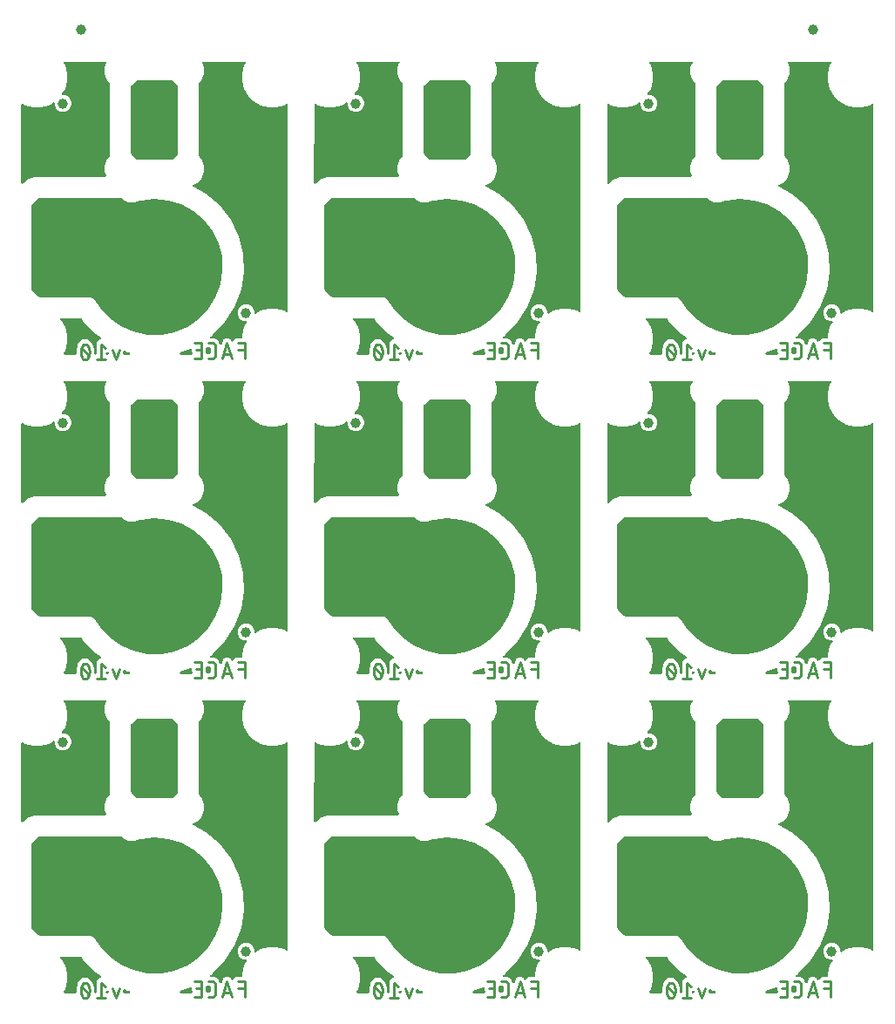
<source format=gbl>
G04 EAGLE Gerber RS-274X export*
G75*
%MOMM*%
%FSLAX34Y34*%
%LPD*%
%INBottom Copper*%
%IPPOS*%
%AMOC8*
5,1,8,0,0,1.08239X$1,22.5*%
G01*
%ADD10C,0.279400*%
%ADD11C,1.000000*%

G36*
X714763Y649228D02*
X714763Y649228D01*
X714841Y649230D01*
X727813Y651766D01*
X727935Y651809D01*
X728010Y651826D01*
X740202Y656933D01*
X740313Y656999D01*
X740384Y657032D01*
X751292Y664497D01*
X751320Y664524D01*
X751354Y664543D01*
X751405Y664597D01*
X751449Y664630D01*
X760623Y674147D01*
X760699Y674251D01*
X760750Y674309D01*
X767811Y685483D01*
X767864Y685601D01*
X767903Y685668D01*
X772560Y698039D01*
X772588Y698164D01*
X772613Y698238D01*
X774673Y711295D01*
X774675Y711424D01*
X774684Y711501D01*
X774062Y724704D01*
X774038Y724831D01*
X774032Y724908D01*
X770754Y737714D01*
X770705Y737833D01*
X770683Y737908D01*
X764884Y749786D01*
X764812Y749893D01*
X764775Y749961D01*
X756695Y760423D01*
X756603Y760513D01*
X756553Y760572D01*
X746526Y769184D01*
X746417Y769254D01*
X746356Y769302D01*
X734795Y775710D01*
X734675Y775756D01*
X734605Y775791D01*
X721988Y779729D01*
X721860Y779750D01*
X721785Y779770D01*
X708632Y781077D01*
X708503Y781071D01*
X708426Y781076D01*
X695280Y779697D01*
X695192Y779675D01*
X695127Y779669D01*
X689014Y778061D01*
X688941Y778031D01*
X688883Y778017D01*
X687618Y777493D01*
X687332Y777493D01*
X687051Y777453D01*
X687037Y777447D01*
X687024Y777445D01*
X686752Y777359D01*
X685209Y777490D01*
X685161Y777487D01*
X685124Y777493D01*
X683576Y777493D01*
X683312Y777603D01*
X683036Y777674D01*
X683021Y777673D01*
X683009Y777676D01*
X682724Y777701D01*
X681349Y778412D01*
X681304Y778428D01*
X681271Y778448D01*
X679841Y779040D01*
X679639Y779242D01*
X679412Y779413D01*
X679398Y779419D01*
X679388Y779426D01*
X679134Y779558D01*
X678136Y780741D01*
X678100Y780773D01*
X678077Y780804D01*
X676859Y782022D01*
X676790Y782074D01*
X676726Y782134D01*
X676676Y782160D01*
X676632Y782193D01*
X676551Y782224D01*
X676473Y782264D01*
X676425Y782272D01*
X676367Y782294D01*
X676219Y782306D01*
X676142Y782319D01*
X596500Y782319D01*
X596413Y782307D01*
X596326Y782304D01*
X596273Y782287D01*
X596219Y782279D01*
X596139Y782244D01*
X596056Y782217D01*
X596016Y782189D01*
X595959Y782163D01*
X595846Y782067D01*
X595782Y782022D01*
X595624Y781864D01*
X595624Y781863D01*
X589629Y775869D01*
X589576Y775799D01*
X589516Y775735D01*
X589491Y775686D01*
X589458Y775641D01*
X589427Y775560D01*
X589387Y775482D01*
X589379Y775434D01*
X589357Y775376D01*
X589349Y775280D01*
X589346Y775269D01*
X589344Y775228D01*
X589332Y775151D01*
X589332Y692969D01*
X589344Y692883D01*
X589347Y692795D01*
X589364Y692743D01*
X589371Y692688D01*
X589407Y692608D01*
X589434Y692525D01*
X589462Y692485D01*
X589488Y692428D01*
X589583Y692315D01*
X589629Y692251D01*
X595624Y686257D01*
X595782Y686098D01*
X595852Y686046D01*
X595916Y685986D01*
X595965Y685960D01*
X596009Y685927D01*
X596091Y685896D01*
X596169Y685856D01*
X596217Y685848D01*
X596275Y685826D01*
X596423Y685814D01*
X596500Y685801D01*
X642593Y685801D01*
X642681Y685813D01*
X642745Y685812D01*
X643913Y685989D01*
X644552Y685830D01*
X644723Y685813D01*
X644796Y685801D01*
X645454Y685801D01*
X646545Y685349D01*
X646631Y685327D01*
X646690Y685301D01*
X647836Y685017D01*
X648366Y684627D01*
X648518Y684545D01*
X648580Y684506D01*
X649188Y684254D01*
X650024Y683419D01*
X650095Y683365D01*
X650139Y683319D01*
X651090Y682618D01*
X651430Y682055D01*
X651538Y681921D01*
X651581Y681861D01*
X652047Y681396D01*
X652417Y680502D01*
X652481Y680393D01*
X652513Y680323D01*
X655863Y675358D01*
X655924Y675291D01*
X655959Y675237D01*
X664933Y665532D01*
X665033Y665450D01*
X665087Y665395D01*
X675838Y657704D01*
X675952Y657645D01*
X676017Y657602D01*
X688100Y652242D01*
X688224Y652207D01*
X688296Y652178D01*
X701213Y649372D01*
X701341Y649362D01*
X701418Y649349D01*
X714635Y649211D01*
X714763Y649228D01*
G37*
G36*
X714763Y29468D02*
X714763Y29468D01*
X714841Y29470D01*
X727813Y32006D01*
X727935Y32049D01*
X728010Y32066D01*
X740202Y37173D01*
X740313Y37239D01*
X740384Y37272D01*
X751292Y44737D01*
X751320Y44764D01*
X751354Y44783D01*
X751405Y44837D01*
X751449Y44870D01*
X760623Y54387D01*
X760699Y54491D01*
X760750Y54549D01*
X767811Y65723D01*
X767864Y65841D01*
X767903Y65908D01*
X772560Y78279D01*
X772588Y78404D01*
X772613Y78478D01*
X774673Y91535D01*
X774675Y91664D01*
X774684Y91741D01*
X774062Y104944D01*
X774038Y105071D01*
X774032Y105148D01*
X770754Y117954D01*
X770705Y118073D01*
X770683Y118148D01*
X764884Y130026D01*
X764812Y130133D01*
X764775Y130201D01*
X756695Y140663D01*
X756603Y140753D01*
X756553Y140812D01*
X746526Y149424D01*
X746417Y149494D01*
X746356Y149542D01*
X734795Y155950D01*
X734675Y155996D01*
X734605Y156031D01*
X721988Y159969D01*
X721860Y159990D01*
X721785Y160010D01*
X708632Y161317D01*
X708503Y161311D01*
X708426Y161316D01*
X695280Y159937D01*
X695192Y159915D01*
X695127Y159909D01*
X689014Y158301D01*
X688941Y158271D01*
X688883Y158257D01*
X687618Y157733D01*
X687332Y157733D01*
X687051Y157693D01*
X687037Y157687D01*
X687024Y157685D01*
X686752Y157599D01*
X685209Y157730D01*
X685161Y157727D01*
X685124Y157733D01*
X683576Y157733D01*
X683312Y157843D01*
X683036Y157914D01*
X683021Y157913D01*
X683009Y157916D01*
X682724Y157941D01*
X681349Y158652D01*
X681304Y158668D01*
X681271Y158688D01*
X679841Y159280D01*
X679639Y159482D01*
X679412Y159653D01*
X679398Y159659D01*
X679388Y159666D01*
X679134Y159798D01*
X678136Y160981D01*
X678100Y161013D01*
X678077Y161044D01*
X676859Y162262D01*
X676790Y162314D01*
X676726Y162374D01*
X676676Y162400D01*
X676632Y162433D01*
X676551Y162464D01*
X676473Y162504D01*
X676425Y162512D01*
X676367Y162534D01*
X676219Y162546D01*
X676142Y162559D01*
X596500Y162559D01*
X596413Y162547D01*
X596326Y162544D01*
X596273Y162527D01*
X596219Y162519D01*
X596139Y162484D01*
X596056Y162457D01*
X596016Y162429D01*
X595959Y162403D01*
X595846Y162307D01*
X595782Y162262D01*
X595624Y162104D01*
X595624Y162103D01*
X589629Y156109D01*
X589576Y156039D01*
X589516Y155975D01*
X589491Y155926D01*
X589458Y155881D01*
X589427Y155800D01*
X589387Y155722D01*
X589379Y155674D01*
X589357Y155616D01*
X589349Y155520D01*
X589346Y155509D01*
X589344Y155468D01*
X589332Y155391D01*
X589332Y73209D01*
X589344Y73123D01*
X589347Y73035D01*
X589364Y72983D01*
X589371Y72928D01*
X589407Y72848D01*
X589434Y72765D01*
X589462Y72725D01*
X589488Y72668D01*
X589583Y72555D01*
X589629Y72491D01*
X595624Y66497D01*
X595782Y66338D01*
X595852Y66286D01*
X595916Y66226D01*
X595965Y66200D01*
X596009Y66167D01*
X596091Y66136D01*
X596169Y66096D01*
X596217Y66088D01*
X596275Y66066D01*
X596423Y66054D01*
X596500Y66041D01*
X642593Y66041D01*
X642681Y66053D01*
X642745Y66052D01*
X643913Y66229D01*
X644552Y66070D01*
X644723Y66053D01*
X644796Y66041D01*
X645454Y66041D01*
X646545Y65589D01*
X646631Y65567D01*
X646690Y65541D01*
X647836Y65257D01*
X648366Y64867D01*
X648518Y64785D01*
X648580Y64746D01*
X649188Y64494D01*
X650024Y63659D01*
X650095Y63605D01*
X650139Y63559D01*
X651090Y62858D01*
X651430Y62295D01*
X651538Y62161D01*
X651581Y62101D01*
X652047Y61636D01*
X652417Y60742D01*
X652481Y60633D01*
X652513Y60563D01*
X655863Y55598D01*
X655924Y55531D01*
X655959Y55477D01*
X664933Y45772D01*
X665033Y45690D01*
X665087Y45635D01*
X675838Y37944D01*
X675952Y37885D01*
X676017Y37842D01*
X688100Y32482D01*
X688224Y32447D01*
X688296Y32418D01*
X701213Y29612D01*
X701341Y29602D01*
X701418Y29589D01*
X714635Y29451D01*
X714763Y29468D01*
G37*
G36*
X430257Y649228D02*
X430257Y649228D01*
X430335Y649230D01*
X443308Y651766D01*
X443429Y651809D01*
X443505Y651826D01*
X455697Y656933D01*
X455808Y656999D01*
X455878Y657032D01*
X466786Y664497D01*
X466881Y664584D01*
X466944Y664630D01*
X476118Y674147D01*
X476193Y674251D01*
X476245Y674309D01*
X483306Y685483D01*
X483359Y685601D01*
X483398Y685668D01*
X488055Y698039D01*
X488083Y698164D01*
X488107Y698238D01*
X490167Y711295D01*
X490169Y711424D01*
X490178Y711501D01*
X489557Y724704D01*
X489533Y724831D01*
X489526Y724908D01*
X486248Y737714D01*
X486199Y737833D01*
X486177Y737908D01*
X480379Y749786D01*
X480306Y749893D01*
X480270Y749961D01*
X472190Y760423D01*
X472098Y760513D01*
X472048Y760572D01*
X462020Y769184D01*
X461912Y769254D01*
X461851Y769302D01*
X450290Y775710D01*
X450169Y775756D01*
X450100Y775791D01*
X437482Y779729D01*
X437355Y779750D01*
X437280Y779770D01*
X424127Y781077D01*
X423998Y781071D01*
X423920Y781076D01*
X410774Y779697D01*
X410686Y779675D01*
X410622Y779669D01*
X404508Y778061D01*
X404435Y778031D01*
X404378Y778017D01*
X403112Y777493D01*
X402827Y777493D01*
X402545Y777453D01*
X402531Y777447D01*
X402519Y777445D01*
X402246Y777359D01*
X400704Y777490D01*
X400656Y777487D01*
X400618Y777493D01*
X399070Y777493D01*
X398806Y777603D01*
X398531Y777674D01*
X398516Y777673D01*
X398503Y777676D01*
X398219Y777701D01*
X396844Y778412D01*
X396798Y778428D01*
X396766Y778448D01*
X395336Y779040D01*
X395134Y779242D01*
X394906Y779413D01*
X394892Y779419D01*
X394882Y779426D01*
X394628Y779558D01*
X393630Y780741D01*
X393594Y780773D01*
X393572Y780804D01*
X392354Y782022D01*
X392284Y782074D01*
X392220Y782134D01*
X392171Y782160D01*
X392127Y782193D01*
X392045Y782224D01*
X391967Y782264D01*
X391920Y782272D01*
X391861Y782294D01*
X391713Y782306D01*
X391636Y782319D01*
X311995Y782319D01*
X311908Y782307D01*
X311821Y782304D01*
X311768Y782287D01*
X311713Y782279D01*
X311633Y782244D01*
X311550Y782217D01*
X311511Y782189D01*
X311454Y782163D01*
X311340Y782067D01*
X311277Y782022D01*
X305124Y775869D01*
X305071Y775799D01*
X305011Y775735D01*
X304986Y775686D01*
X304953Y775641D01*
X304921Y775560D01*
X304882Y775482D01*
X304874Y775434D01*
X304851Y775376D01*
X304843Y775280D01*
X304840Y775269D01*
X304839Y775228D01*
X304826Y775151D01*
X304826Y692969D01*
X304838Y692883D01*
X304841Y692795D01*
X304858Y692743D01*
X304866Y692688D01*
X304902Y692608D01*
X304929Y692525D01*
X304957Y692485D01*
X304982Y692428D01*
X305078Y692315D01*
X305124Y692251D01*
X311118Y686257D01*
X311277Y686098D01*
X311347Y686046D01*
X311410Y685986D01*
X311460Y685960D01*
X311504Y685927D01*
X311586Y685896D01*
X311664Y685856D01*
X311711Y685848D01*
X311770Y685826D01*
X311917Y685814D01*
X311995Y685801D01*
X358088Y685801D01*
X358175Y685813D01*
X358239Y685812D01*
X359407Y685989D01*
X360046Y685830D01*
X360218Y685813D01*
X360290Y685801D01*
X360948Y685801D01*
X362040Y685349D01*
X362126Y685327D01*
X362184Y685301D01*
X363331Y685017D01*
X363861Y684627D01*
X364013Y684545D01*
X364075Y684506D01*
X364683Y684254D01*
X365518Y683419D01*
X365589Y683365D01*
X365634Y683319D01*
X366584Y682618D01*
X366924Y682055D01*
X367033Y681921D01*
X367076Y681861D01*
X367541Y681396D01*
X367911Y680502D01*
X367976Y680393D01*
X368008Y680323D01*
X371358Y675358D01*
X371418Y675291D01*
X371454Y675237D01*
X380427Y665532D01*
X380527Y665450D01*
X380582Y665395D01*
X391332Y657704D01*
X391446Y657645D01*
X391511Y657602D01*
X403594Y652242D01*
X403718Y652207D01*
X403790Y652178D01*
X416707Y649372D01*
X416836Y649362D01*
X416912Y649349D01*
X430130Y649211D01*
X430257Y649228D01*
G37*
G36*
X430257Y29468D02*
X430257Y29468D01*
X430335Y29470D01*
X443308Y32006D01*
X443429Y32049D01*
X443505Y32066D01*
X455697Y37173D01*
X455808Y37239D01*
X455878Y37272D01*
X466786Y44737D01*
X466881Y44824D01*
X466944Y44870D01*
X476118Y54387D01*
X476193Y54491D01*
X476245Y54549D01*
X483306Y65723D01*
X483359Y65841D01*
X483398Y65908D01*
X488055Y78279D01*
X488083Y78404D01*
X488107Y78478D01*
X490167Y91535D01*
X490169Y91664D01*
X490178Y91741D01*
X489557Y104944D01*
X489533Y105071D01*
X489526Y105148D01*
X486248Y117954D01*
X486199Y118073D01*
X486177Y118148D01*
X480379Y130026D01*
X480306Y130133D01*
X480270Y130201D01*
X472190Y140663D01*
X472098Y140753D01*
X472048Y140812D01*
X462020Y149424D01*
X461912Y149494D01*
X461851Y149542D01*
X450290Y155950D01*
X450169Y155996D01*
X450100Y156031D01*
X437482Y159969D01*
X437355Y159990D01*
X437280Y160010D01*
X424127Y161317D01*
X423998Y161311D01*
X423920Y161316D01*
X410774Y159937D01*
X410686Y159915D01*
X410622Y159909D01*
X404508Y158301D01*
X404435Y158271D01*
X404378Y158257D01*
X403112Y157733D01*
X402827Y157733D01*
X402545Y157693D01*
X402531Y157687D01*
X402519Y157685D01*
X402246Y157599D01*
X400704Y157730D01*
X400656Y157727D01*
X400618Y157733D01*
X399070Y157733D01*
X398806Y157843D01*
X398531Y157914D01*
X398516Y157913D01*
X398503Y157916D01*
X398219Y157941D01*
X396844Y158652D01*
X396798Y158668D01*
X396766Y158688D01*
X395336Y159280D01*
X395134Y159482D01*
X394906Y159653D01*
X394892Y159659D01*
X394882Y159666D01*
X394628Y159798D01*
X393630Y160981D01*
X393594Y161013D01*
X393572Y161044D01*
X392354Y162262D01*
X392284Y162314D01*
X392220Y162374D01*
X392171Y162400D01*
X392127Y162433D01*
X392045Y162464D01*
X391967Y162504D01*
X391920Y162512D01*
X391861Y162534D01*
X391713Y162546D01*
X391636Y162559D01*
X311995Y162559D01*
X311908Y162547D01*
X311821Y162544D01*
X311768Y162527D01*
X311713Y162519D01*
X311633Y162484D01*
X311550Y162457D01*
X311511Y162429D01*
X311454Y162403D01*
X311340Y162307D01*
X311277Y162262D01*
X305124Y156109D01*
X305071Y156039D01*
X305011Y155975D01*
X304986Y155926D01*
X304953Y155881D01*
X304921Y155800D01*
X304882Y155722D01*
X304874Y155674D01*
X304851Y155616D01*
X304843Y155520D01*
X304840Y155509D01*
X304839Y155468D01*
X304826Y155391D01*
X304826Y73209D01*
X304838Y73123D01*
X304841Y73035D01*
X304858Y72983D01*
X304866Y72928D01*
X304902Y72848D01*
X304929Y72765D01*
X304957Y72725D01*
X304982Y72668D01*
X305078Y72555D01*
X305124Y72491D01*
X311118Y66497D01*
X311277Y66338D01*
X311347Y66286D01*
X311410Y66226D01*
X311460Y66200D01*
X311504Y66167D01*
X311586Y66136D01*
X311664Y66096D01*
X311711Y66088D01*
X311770Y66066D01*
X311917Y66054D01*
X311995Y66041D01*
X358088Y66041D01*
X358175Y66053D01*
X358239Y66052D01*
X359407Y66229D01*
X360046Y66070D01*
X360218Y66053D01*
X360290Y66041D01*
X360948Y66041D01*
X362040Y65589D01*
X362126Y65567D01*
X362184Y65541D01*
X363331Y65257D01*
X363861Y64867D01*
X364013Y64785D01*
X364075Y64746D01*
X364683Y64494D01*
X365518Y63659D01*
X365589Y63605D01*
X365634Y63559D01*
X366584Y62858D01*
X366924Y62295D01*
X367033Y62161D01*
X367076Y62101D01*
X367541Y61636D01*
X367911Y60742D01*
X367976Y60633D01*
X368008Y60563D01*
X371358Y55598D01*
X371418Y55531D01*
X371454Y55477D01*
X380427Y45772D01*
X380527Y45690D01*
X380582Y45635D01*
X391332Y37944D01*
X391446Y37885D01*
X391511Y37842D01*
X403594Y32482D01*
X403718Y32447D01*
X403790Y32418D01*
X416707Y29612D01*
X416836Y29602D01*
X416912Y29589D01*
X430130Y29451D01*
X430257Y29468D01*
G37*
G36*
X145752Y339348D02*
X145752Y339348D01*
X145830Y339350D01*
X158802Y341886D01*
X158924Y341929D01*
X159000Y341946D01*
X171192Y347053D01*
X171302Y347119D01*
X171373Y347152D01*
X182281Y354617D01*
X182376Y354704D01*
X182438Y354750D01*
X191612Y364267D01*
X191688Y364371D01*
X191740Y364429D01*
X198801Y375603D01*
X198854Y375721D01*
X198893Y375788D01*
X203549Y388159D01*
X203577Y388285D01*
X203602Y388358D01*
X205662Y401415D01*
X205664Y401544D01*
X205673Y401621D01*
X205051Y414824D01*
X205027Y414951D01*
X205021Y415028D01*
X201743Y427834D01*
X201694Y427953D01*
X201672Y428028D01*
X195873Y439906D01*
X195801Y440013D01*
X195764Y440081D01*
X187685Y450543D01*
X187592Y450633D01*
X187543Y450692D01*
X177515Y459304D01*
X177406Y459374D01*
X177346Y459422D01*
X165784Y465830D01*
X165664Y465876D01*
X165595Y465911D01*
X152977Y469849D01*
X152850Y469870D01*
X152775Y469890D01*
X139621Y471197D01*
X139492Y471191D01*
X139415Y471196D01*
X126269Y469817D01*
X126181Y469795D01*
X126116Y469789D01*
X120003Y468181D01*
X119930Y468151D01*
X119873Y468137D01*
X118607Y467613D01*
X118321Y467613D01*
X118040Y467573D01*
X118026Y467567D01*
X118013Y467565D01*
X117741Y467479D01*
X116199Y467610D01*
X116150Y467607D01*
X116113Y467613D01*
X114565Y467613D01*
X114301Y467723D01*
X114026Y467794D01*
X114010Y467793D01*
X113998Y467796D01*
X113713Y467821D01*
X112338Y468532D01*
X112293Y468548D01*
X112260Y468568D01*
X110830Y469160D01*
X110628Y469362D01*
X110401Y469533D01*
X110387Y469539D01*
X110377Y469546D01*
X110123Y469678D01*
X109125Y470861D01*
X109089Y470893D01*
X109067Y470924D01*
X107849Y472142D01*
X107779Y472194D01*
X107715Y472254D01*
X107666Y472280D01*
X107621Y472313D01*
X107540Y472344D01*
X107462Y472384D01*
X107414Y472392D01*
X107356Y472414D01*
X107208Y472426D01*
X107131Y472439D01*
X27489Y472439D01*
X27403Y472427D01*
X27315Y472424D01*
X27263Y472407D01*
X27208Y472399D01*
X27128Y472364D01*
X27045Y472337D01*
X27005Y472309D01*
X26948Y472283D01*
X26835Y472187D01*
X26771Y472142D01*
X26613Y471984D01*
X26613Y471983D01*
X20618Y465989D01*
X20566Y465919D01*
X20506Y465855D01*
X20480Y465806D01*
X20447Y465761D01*
X20416Y465680D01*
X20376Y465602D01*
X20368Y465554D01*
X20346Y465496D01*
X20338Y465400D01*
X20335Y465389D01*
X20334Y465348D01*
X20321Y465271D01*
X20321Y383089D01*
X20333Y383003D01*
X20336Y382915D01*
X20353Y382863D01*
X20361Y382808D01*
X20396Y382728D01*
X20423Y382645D01*
X20451Y382605D01*
X20477Y382548D01*
X20573Y382435D01*
X20618Y382371D01*
X26771Y376218D01*
X26841Y376166D01*
X26905Y376106D01*
X26954Y376080D01*
X26999Y376047D01*
X27080Y376016D01*
X27158Y375976D01*
X27206Y375968D01*
X27264Y375946D01*
X27412Y375934D01*
X27489Y375921D01*
X73582Y375921D01*
X73670Y375933D01*
X73734Y375932D01*
X74902Y376109D01*
X75541Y375950D01*
X75712Y375933D01*
X75785Y375921D01*
X76443Y375921D01*
X77534Y375469D01*
X77620Y375447D01*
X77679Y375421D01*
X78826Y375137D01*
X79355Y374747D01*
X79507Y374665D01*
X79569Y374626D01*
X80178Y374374D01*
X81013Y373539D01*
X81084Y373485D01*
X81128Y373439D01*
X82079Y372738D01*
X82419Y372175D01*
X82528Y372041D01*
X82570Y371981D01*
X83036Y371516D01*
X83406Y370622D01*
X83470Y370513D01*
X83502Y370443D01*
X86852Y365478D01*
X86913Y365411D01*
X86948Y365357D01*
X95922Y355652D01*
X96022Y355570D01*
X96077Y355515D01*
X106827Y347824D01*
X106941Y347765D01*
X107006Y347722D01*
X119089Y342362D01*
X119213Y342327D01*
X119285Y342298D01*
X132202Y339492D01*
X132330Y339482D01*
X132407Y339469D01*
X145624Y339331D01*
X145752Y339348D01*
G37*
G36*
X430257Y339348D02*
X430257Y339348D01*
X430335Y339350D01*
X443308Y341886D01*
X443429Y341929D01*
X443505Y341946D01*
X455697Y347053D01*
X455808Y347119D01*
X455878Y347152D01*
X466786Y354617D01*
X466881Y354704D01*
X466944Y354750D01*
X476118Y364267D01*
X476193Y364371D01*
X476245Y364429D01*
X483306Y375603D01*
X483359Y375721D01*
X483398Y375788D01*
X488055Y388159D01*
X488083Y388285D01*
X488107Y388358D01*
X490167Y401415D01*
X490169Y401544D01*
X490178Y401621D01*
X489557Y414824D01*
X489533Y414951D01*
X489526Y415028D01*
X486248Y427834D01*
X486199Y427953D01*
X486177Y428028D01*
X480379Y439906D01*
X480306Y440013D01*
X480270Y440081D01*
X472190Y450543D01*
X472098Y450633D01*
X472048Y450692D01*
X462020Y459304D01*
X461912Y459374D01*
X461851Y459422D01*
X450290Y465830D01*
X450262Y465840D01*
X450236Y465857D01*
X450155Y465883D01*
X450100Y465911D01*
X437482Y469849D01*
X437355Y469870D01*
X437280Y469890D01*
X424127Y471197D01*
X423998Y471191D01*
X423920Y471196D01*
X410774Y469817D01*
X410686Y469795D01*
X410622Y469789D01*
X404508Y468181D01*
X404435Y468151D01*
X404378Y468137D01*
X403112Y467613D01*
X402827Y467613D01*
X402545Y467573D01*
X402531Y467567D01*
X402519Y467565D01*
X402246Y467479D01*
X400704Y467610D01*
X400656Y467607D01*
X400618Y467613D01*
X399070Y467613D01*
X398806Y467723D01*
X398531Y467794D01*
X398516Y467793D01*
X398503Y467796D01*
X398219Y467821D01*
X396844Y468532D01*
X396798Y468548D01*
X396766Y468568D01*
X395336Y469160D01*
X395134Y469362D01*
X394906Y469533D01*
X394892Y469539D01*
X394882Y469546D01*
X394628Y469678D01*
X393630Y470861D01*
X393594Y470893D01*
X393572Y470924D01*
X392354Y472142D01*
X392284Y472194D01*
X392220Y472254D01*
X392171Y472280D01*
X392127Y472313D01*
X392045Y472344D01*
X391967Y472384D01*
X391920Y472392D01*
X391861Y472414D01*
X391713Y472426D01*
X391636Y472439D01*
X311995Y472439D01*
X311908Y472427D01*
X311821Y472424D01*
X311768Y472407D01*
X311713Y472399D01*
X311633Y472364D01*
X311550Y472337D01*
X311511Y472309D01*
X311454Y472283D01*
X311340Y472187D01*
X311277Y472142D01*
X311118Y471984D01*
X311118Y471983D01*
X305282Y466147D01*
X305124Y465989D01*
X305071Y465919D01*
X305011Y465855D01*
X304986Y465806D01*
X304953Y465761D01*
X304921Y465680D01*
X304882Y465602D01*
X304874Y465554D01*
X304851Y465496D01*
X304843Y465400D01*
X304840Y465389D01*
X304839Y465348D01*
X304826Y465271D01*
X304826Y383089D01*
X304838Y383003D01*
X304841Y382915D01*
X304858Y382863D01*
X304866Y382808D01*
X304902Y382728D01*
X304929Y382645D01*
X304957Y382605D01*
X304982Y382548D01*
X305078Y382435D01*
X305124Y382371D01*
X311277Y376218D01*
X311347Y376166D01*
X311410Y376106D01*
X311460Y376080D01*
X311504Y376047D01*
X311586Y376016D01*
X311664Y375976D01*
X311711Y375968D01*
X311770Y375946D01*
X311917Y375934D01*
X311995Y375921D01*
X358088Y375921D01*
X358176Y375933D01*
X358239Y375932D01*
X359407Y376109D01*
X360046Y375950D01*
X360218Y375933D01*
X360290Y375921D01*
X360948Y375921D01*
X362040Y375469D01*
X362126Y375447D01*
X362184Y375421D01*
X363331Y375137D01*
X363861Y374747D01*
X364012Y374665D01*
X364075Y374626D01*
X364683Y374374D01*
X365518Y373539D01*
X365589Y373485D01*
X365634Y373439D01*
X366584Y372738D01*
X366924Y372175D01*
X367033Y372041D01*
X367076Y371981D01*
X367541Y371516D01*
X367911Y370622D01*
X367976Y370513D01*
X368008Y370443D01*
X371358Y365478D01*
X371418Y365411D01*
X371454Y365357D01*
X380427Y355652D01*
X380527Y355570D01*
X380582Y355515D01*
X391332Y347824D01*
X391446Y347765D01*
X391511Y347722D01*
X403594Y342362D01*
X403718Y342327D01*
X403790Y342298D01*
X416707Y339492D01*
X416836Y339482D01*
X416912Y339469D01*
X430130Y339331D01*
X430257Y339348D01*
G37*
G36*
X145752Y649228D02*
X145752Y649228D01*
X145830Y649230D01*
X158802Y651766D01*
X158924Y651809D01*
X159000Y651826D01*
X171192Y656933D01*
X171302Y656999D01*
X171373Y657032D01*
X182281Y664497D01*
X182376Y664584D01*
X182438Y664630D01*
X191612Y674147D01*
X191688Y674251D01*
X191740Y674309D01*
X198801Y685483D01*
X198854Y685601D01*
X198893Y685668D01*
X203549Y698039D01*
X203577Y698164D01*
X203602Y698238D01*
X205662Y711295D01*
X205664Y711424D01*
X205673Y711501D01*
X205051Y724704D01*
X205027Y724831D01*
X205021Y724908D01*
X201743Y737714D01*
X201694Y737833D01*
X201672Y737908D01*
X195873Y749786D01*
X195801Y749893D01*
X195764Y749961D01*
X187685Y760423D01*
X187592Y760513D01*
X187543Y760572D01*
X177515Y769184D01*
X177406Y769254D01*
X177346Y769302D01*
X165784Y775710D01*
X165664Y775756D01*
X165595Y775791D01*
X152977Y779729D01*
X152850Y779750D01*
X152775Y779770D01*
X139621Y781077D01*
X139492Y781071D01*
X139415Y781076D01*
X126269Y779697D01*
X126181Y779675D01*
X126116Y779669D01*
X120003Y778061D01*
X119930Y778031D01*
X119873Y778017D01*
X118607Y777493D01*
X118321Y777493D01*
X118040Y777453D01*
X118026Y777447D01*
X118013Y777445D01*
X117741Y777359D01*
X116198Y777490D01*
X116150Y777487D01*
X116113Y777493D01*
X114565Y777493D01*
X114301Y777603D01*
X114026Y777674D01*
X114010Y777673D01*
X113998Y777676D01*
X113713Y777701D01*
X112338Y778412D01*
X112293Y778428D01*
X112260Y778448D01*
X110830Y779040D01*
X110628Y779242D01*
X110401Y779413D01*
X110387Y779419D01*
X110377Y779426D01*
X110123Y779558D01*
X109125Y780741D01*
X109089Y780773D01*
X109067Y780804D01*
X108007Y781863D01*
X108007Y781864D01*
X107849Y782022D01*
X107779Y782074D01*
X107715Y782134D01*
X107666Y782160D01*
X107621Y782193D01*
X107540Y782224D01*
X107462Y782264D01*
X107414Y782272D01*
X107356Y782294D01*
X107208Y782306D01*
X107131Y782319D01*
X27489Y782319D01*
X27403Y782307D01*
X27315Y782304D01*
X27263Y782287D01*
X27208Y782279D01*
X27128Y782244D01*
X27045Y782217D01*
X27005Y782189D01*
X26948Y782163D01*
X26835Y782067D01*
X26771Y782022D01*
X20618Y775869D01*
X20566Y775799D01*
X20506Y775735D01*
X20480Y775686D01*
X20447Y775641D01*
X20416Y775560D01*
X20376Y775482D01*
X20368Y775434D01*
X20346Y775376D01*
X20338Y775280D01*
X20335Y775269D01*
X20334Y775228D01*
X20321Y775151D01*
X20321Y692969D01*
X20333Y692883D01*
X20336Y692795D01*
X20353Y692743D01*
X20361Y692688D01*
X20396Y692608D01*
X20423Y692525D01*
X20451Y692485D01*
X20477Y692428D01*
X20573Y692315D01*
X20618Y692251D01*
X26771Y686098D01*
X26841Y686046D01*
X26905Y685986D01*
X26954Y685960D01*
X26999Y685927D01*
X27080Y685896D01*
X27158Y685856D01*
X27206Y685848D01*
X27264Y685826D01*
X27412Y685814D01*
X27489Y685801D01*
X73582Y685801D01*
X73670Y685813D01*
X73734Y685812D01*
X74902Y685989D01*
X75541Y685830D01*
X75712Y685813D01*
X75785Y685801D01*
X76443Y685801D01*
X77534Y685349D01*
X77620Y685327D01*
X77679Y685301D01*
X78826Y685017D01*
X79355Y684627D01*
X79507Y684545D01*
X79569Y684506D01*
X80178Y684254D01*
X81013Y683419D01*
X81084Y683365D01*
X81128Y683319D01*
X82079Y682618D01*
X82419Y682055D01*
X82528Y681921D01*
X82570Y681861D01*
X83036Y681396D01*
X83406Y680502D01*
X83470Y680393D01*
X83502Y680323D01*
X86852Y675358D01*
X86913Y675291D01*
X86948Y675237D01*
X95922Y665532D01*
X96022Y665450D01*
X96077Y665395D01*
X106827Y657704D01*
X106941Y657645D01*
X107006Y657602D01*
X119089Y652242D01*
X119213Y652207D01*
X119285Y652178D01*
X132202Y649372D01*
X132330Y649362D01*
X132407Y649349D01*
X145624Y649211D01*
X145752Y649228D01*
G37*
G36*
X145752Y29468D02*
X145752Y29468D01*
X145830Y29470D01*
X158802Y32006D01*
X158924Y32049D01*
X159000Y32066D01*
X171192Y37173D01*
X171302Y37239D01*
X171373Y37272D01*
X182281Y44737D01*
X182376Y44824D01*
X182438Y44870D01*
X191612Y54387D01*
X191688Y54491D01*
X191740Y54549D01*
X198801Y65723D01*
X198854Y65841D01*
X198893Y65908D01*
X203549Y78279D01*
X203577Y78404D01*
X203602Y78478D01*
X205662Y91535D01*
X205664Y91664D01*
X205673Y91741D01*
X205051Y104944D01*
X205027Y105071D01*
X205021Y105148D01*
X201743Y117954D01*
X201694Y118073D01*
X201672Y118148D01*
X195873Y130026D01*
X195801Y130133D01*
X195764Y130201D01*
X187685Y140663D01*
X187592Y140753D01*
X187543Y140812D01*
X177515Y149424D01*
X177406Y149494D01*
X177346Y149542D01*
X165784Y155950D01*
X165664Y155996D01*
X165595Y156031D01*
X152977Y159969D01*
X152850Y159990D01*
X152775Y160010D01*
X139621Y161317D01*
X139492Y161311D01*
X139415Y161316D01*
X126269Y159937D01*
X126181Y159915D01*
X126116Y159909D01*
X120003Y158301D01*
X119930Y158271D01*
X119873Y158257D01*
X118607Y157733D01*
X118321Y157733D01*
X118040Y157693D01*
X118026Y157687D01*
X118013Y157685D01*
X117741Y157599D01*
X116198Y157730D01*
X116150Y157727D01*
X116113Y157733D01*
X114565Y157733D01*
X114301Y157843D01*
X114026Y157914D01*
X114010Y157913D01*
X113998Y157916D01*
X113713Y157941D01*
X112338Y158652D01*
X112293Y158668D01*
X112260Y158688D01*
X110830Y159280D01*
X110628Y159482D01*
X110401Y159653D01*
X110387Y159659D01*
X110377Y159666D01*
X110123Y159798D01*
X109125Y160981D01*
X109089Y161013D01*
X109067Y161044D01*
X108007Y162103D01*
X108007Y162104D01*
X107849Y162262D01*
X107779Y162314D01*
X107715Y162374D01*
X107666Y162400D01*
X107621Y162433D01*
X107540Y162464D01*
X107462Y162504D01*
X107414Y162512D01*
X107356Y162534D01*
X107208Y162546D01*
X107131Y162559D01*
X27489Y162559D01*
X27403Y162547D01*
X27315Y162544D01*
X27263Y162527D01*
X27208Y162519D01*
X27128Y162484D01*
X27045Y162457D01*
X27005Y162429D01*
X26948Y162403D01*
X26835Y162307D01*
X26771Y162262D01*
X20618Y156109D01*
X20566Y156039D01*
X20506Y155975D01*
X20480Y155926D01*
X20447Y155881D01*
X20416Y155800D01*
X20376Y155722D01*
X20368Y155674D01*
X20346Y155616D01*
X20338Y155520D01*
X20335Y155509D01*
X20334Y155468D01*
X20321Y155391D01*
X20321Y73209D01*
X20333Y73123D01*
X20336Y73035D01*
X20353Y72983D01*
X20361Y72928D01*
X20396Y72848D01*
X20423Y72765D01*
X20451Y72725D01*
X20477Y72668D01*
X20573Y72555D01*
X20618Y72491D01*
X26771Y66338D01*
X26841Y66286D01*
X26905Y66226D01*
X26954Y66200D01*
X26999Y66167D01*
X27080Y66136D01*
X27158Y66096D01*
X27206Y66088D01*
X27264Y66066D01*
X27412Y66054D01*
X27489Y66041D01*
X73582Y66041D01*
X73670Y66053D01*
X73734Y66052D01*
X74902Y66229D01*
X75541Y66070D01*
X75712Y66053D01*
X75785Y66041D01*
X76443Y66041D01*
X77534Y65589D01*
X77620Y65567D01*
X77679Y65541D01*
X78826Y65257D01*
X79355Y64867D01*
X79507Y64785D01*
X79569Y64746D01*
X80178Y64494D01*
X81013Y63659D01*
X81084Y63605D01*
X81128Y63559D01*
X82079Y62858D01*
X82419Y62295D01*
X82528Y62161D01*
X82570Y62101D01*
X83036Y61636D01*
X83406Y60742D01*
X83470Y60633D01*
X83502Y60563D01*
X86852Y55598D01*
X86913Y55531D01*
X86948Y55477D01*
X95922Y45772D01*
X96022Y45690D01*
X96077Y45635D01*
X106827Y37944D01*
X106941Y37885D01*
X107006Y37842D01*
X119089Y32482D01*
X119213Y32447D01*
X119285Y32418D01*
X132202Y29612D01*
X132330Y29602D01*
X132407Y29589D01*
X145624Y29451D01*
X145752Y29468D01*
G37*
G36*
X714763Y339348D02*
X714763Y339348D01*
X714841Y339350D01*
X727813Y341886D01*
X727935Y341929D01*
X728010Y341946D01*
X740202Y347053D01*
X740313Y347119D01*
X740384Y347152D01*
X751292Y354617D01*
X751387Y354704D01*
X751449Y354750D01*
X760623Y364267D01*
X760699Y364371D01*
X760750Y364429D01*
X767811Y375603D01*
X767864Y375721D01*
X767903Y375788D01*
X772560Y388159D01*
X772588Y388285D01*
X772613Y388358D01*
X774673Y401415D01*
X774675Y401544D01*
X774684Y401621D01*
X774062Y414824D01*
X774038Y414951D01*
X774032Y415028D01*
X770754Y427834D01*
X770705Y427953D01*
X770683Y428028D01*
X764884Y439906D01*
X764812Y440013D01*
X764775Y440081D01*
X756695Y450543D01*
X756603Y450633D01*
X756553Y450692D01*
X746526Y459304D01*
X746417Y459374D01*
X746356Y459422D01*
X734795Y465830D01*
X734675Y465876D01*
X734605Y465911D01*
X721988Y469849D01*
X721860Y469870D01*
X721785Y469890D01*
X708632Y471197D01*
X708503Y471191D01*
X708426Y471196D01*
X695280Y469817D01*
X695192Y469795D01*
X695127Y469789D01*
X689014Y468181D01*
X688940Y468151D01*
X688883Y468137D01*
X687618Y467613D01*
X687332Y467613D01*
X687051Y467573D01*
X687037Y467567D01*
X687024Y467565D01*
X686752Y467479D01*
X685209Y467610D01*
X685161Y467607D01*
X685123Y467613D01*
X683576Y467613D01*
X683312Y467723D01*
X683036Y467794D01*
X683021Y467793D01*
X683009Y467796D01*
X682724Y467821D01*
X681349Y468532D01*
X681304Y468548D01*
X681271Y468568D01*
X679841Y469160D01*
X679639Y469362D01*
X679412Y469533D01*
X679398Y469539D01*
X679388Y469546D01*
X679134Y469678D01*
X678136Y470861D01*
X678100Y470893D01*
X678077Y470924D01*
X676859Y472142D01*
X676790Y472194D01*
X676726Y472254D01*
X676676Y472280D01*
X676632Y472313D01*
X676551Y472344D01*
X676473Y472384D01*
X676425Y472392D01*
X676367Y472414D01*
X676219Y472426D01*
X676142Y472439D01*
X596500Y472439D01*
X596413Y472427D01*
X596326Y472424D01*
X596273Y472407D01*
X596219Y472399D01*
X596139Y472364D01*
X596056Y472337D01*
X596016Y472309D01*
X595959Y472283D01*
X595846Y472187D01*
X595782Y472142D01*
X589629Y465989D01*
X589576Y465919D01*
X589516Y465855D01*
X589491Y465806D01*
X589458Y465761D01*
X589427Y465680D01*
X589387Y465602D01*
X589379Y465554D01*
X589357Y465496D01*
X589349Y465400D01*
X589346Y465389D01*
X589344Y465348D01*
X589332Y465271D01*
X589332Y383089D01*
X589344Y383003D01*
X589347Y382915D01*
X589364Y382863D01*
X589371Y382808D01*
X589407Y382728D01*
X589434Y382645D01*
X589462Y382605D01*
X589488Y382548D01*
X589584Y382435D01*
X589629Y382371D01*
X595782Y376218D01*
X595852Y376166D01*
X595916Y376106D01*
X595965Y376080D01*
X596009Y376047D01*
X596091Y376016D01*
X596169Y375976D01*
X596217Y375968D01*
X596275Y375946D01*
X596423Y375934D01*
X596500Y375921D01*
X642593Y375921D01*
X642681Y375933D01*
X642745Y375932D01*
X643913Y376109D01*
X644552Y375950D01*
X644723Y375933D01*
X644796Y375921D01*
X645454Y375921D01*
X646545Y375469D01*
X646631Y375447D01*
X646690Y375421D01*
X647836Y375137D01*
X648366Y374747D01*
X648518Y374665D01*
X648580Y374626D01*
X649188Y374374D01*
X650024Y373539D01*
X650095Y373485D01*
X650139Y373439D01*
X651090Y372738D01*
X651430Y372175D01*
X651539Y372041D01*
X651581Y371981D01*
X652047Y371516D01*
X652417Y370622D01*
X652481Y370513D01*
X652513Y370443D01*
X655863Y365478D01*
X655924Y365411D01*
X655959Y365357D01*
X664933Y355652D01*
X665033Y355570D01*
X665087Y355515D01*
X675838Y347824D01*
X675952Y347765D01*
X676017Y347722D01*
X688100Y342362D01*
X688224Y342327D01*
X688296Y342298D01*
X701213Y339492D01*
X701341Y339482D01*
X701418Y339469D01*
X714635Y339331D01*
X714763Y339348D01*
G37*
G36*
X204103Y639383D02*
X204103Y639383D01*
X204104Y639382D01*
X204246Y639414D01*
X204380Y639443D01*
X204381Y639443D01*
X204382Y639444D01*
X204510Y639513D01*
X204630Y639578D01*
X204631Y639579D01*
X204632Y639579D01*
X204735Y639682D01*
X204833Y639777D01*
X204833Y639778D01*
X204834Y639779D01*
X204973Y640027D01*
X204979Y640054D01*
X204990Y640074D01*
X205266Y640902D01*
X205269Y640917D01*
X205275Y640931D01*
X205294Y641057D01*
X205317Y641182D01*
X205316Y641197D01*
X205318Y641212D01*
X205307Y641280D01*
X205289Y641464D01*
X205272Y641508D01*
X205266Y641544D01*
X205259Y641564D01*
X205909Y642864D01*
X205936Y642943D01*
X205964Y642997D01*
X206424Y644376D01*
X206443Y644385D01*
X206456Y644394D01*
X206470Y644400D01*
X206572Y644475D01*
X206677Y644547D01*
X206687Y644559D01*
X206699Y644568D01*
X206740Y644624D01*
X206857Y644767D01*
X206875Y644809D01*
X206897Y644839D01*
X206906Y644858D01*
X208285Y645318D01*
X208360Y645355D01*
X208418Y645373D01*
X209718Y646023D01*
X209738Y646016D01*
X209753Y646013D01*
X209768Y646007D01*
X209893Y645988D01*
X210018Y645965D01*
X210033Y645967D01*
X210049Y645964D01*
X210117Y645975D01*
X210301Y645993D01*
X210344Y646010D01*
X210380Y646016D01*
X210400Y646023D01*
X211700Y645373D01*
X211779Y645346D01*
X211833Y645318D01*
X213212Y644858D01*
X213221Y644839D01*
X213230Y644827D01*
X213236Y644812D01*
X213311Y644710D01*
X213383Y644605D01*
X213395Y644596D01*
X213404Y644583D01*
X213460Y644542D01*
X213603Y644425D01*
X213646Y644407D01*
X213676Y644385D01*
X213694Y644376D01*
X214118Y643104D01*
X214173Y642995D01*
X214222Y642884D01*
X214236Y642868D01*
X214245Y642849D01*
X214328Y642760D01*
X214406Y642667D01*
X214423Y642655D01*
X214438Y642640D01*
X214542Y642577D01*
X214643Y642509D01*
X214663Y642503D01*
X214680Y642492D01*
X214798Y642460D01*
X214914Y642424D01*
X214935Y642423D01*
X214955Y642418D01*
X215076Y642419D01*
X215198Y642416D01*
X215218Y642422D01*
X215239Y642422D01*
X215356Y642457D01*
X215473Y642488D01*
X215491Y642499D01*
X215511Y642505D01*
X215613Y642571D01*
X215717Y642633D01*
X215732Y642649D01*
X215749Y642660D01*
X215829Y642752D01*
X215912Y642841D01*
X215921Y642859D01*
X215935Y642875D01*
X215959Y642926D01*
X218701Y645669D01*
X223774Y645669D01*
X223832Y645677D01*
X223890Y645675D01*
X223972Y645697D01*
X224056Y645709D01*
X224109Y645732D01*
X224165Y645747D01*
X224238Y645790D01*
X224315Y645825D01*
X224360Y645863D01*
X224410Y645892D01*
X224468Y645954D01*
X224532Y646008D01*
X224564Y646057D01*
X224604Y646100D01*
X224643Y646175D01*
X224690Y646245D01*
X224707Y646301D01*
X224734Y646353D01*
X224745Y646421D01*
X224775Y646516D01*
X224778Y646616D01*
X224789Y646684D01*
X224789Y649006D01*
X226780Y656435D01*
X229409Y660988D01*
X229423Y661025D01*
X229445Y661057D01*
X229476Y661156D01*
X229515Y661252D01*
X229519Y661291D01*
X229531Y661328D01*
X229534Y661432D01*
X229544Y661535D01*
X229537Y661573D01*
X229538Y661612D01*
X229512Y661713D01*
X229494Y661815D01*
X229476Y661850D01*
X229466Y661887D01*
X229414Y661976D01*
X229368Y662069D01*
X229341Y662098D01*
X229321Y662132D01*
X229246Y662203D01*
X229176Y662279D01*
X229142Y662300D01*
X229114Y662326D01*
X229022Y662373D01*
X228933Y662428D01*
X228895Y662438D01*
X228861Y662456D01*
X228784Y662469D01*
X228659Y662503D01*
X228585Y662502D01*
X228530Y662511D01*
X226999Y662511D01*
X224041Y663737D01*
X221777Y666001D01*
X220551Y668959D01*
X220551Y672161D01*
X221777Y675119D01*
X224041Y677383D01*
X226999Y678609D01*
X230201Y678609D01*
X233159Y677383D01*
X235423Y675119D01*
X236649Y672161D01*
X236649Y670630D01*
X236654Y670592D01*
X236652Y670553D01*
X236674Y670451D01*
X236689Y670349D01*
X236705Y670313D01*
X236713Y670275D01*
X236762Y670184D01*
X236805Y670089D01*
X236830Y670060D01*
X236849Y670025D01*
X236921Y669952D01*
X236988Y669872D01*
X237021Y669851D01*
X237048Y669823D01*
X237139Y669772D01*
X237225Y669715D01*
X237262Y669703D01*
X237296Y669684D01*
X237397Y669660D01*
X237496Y669629D01*
X237535Y669628D01*
X237573Y669619D01*
X237677Y669624D01*
X237780Y669622D01*
X237818Y669632D01*
X237857Y669634D01*
X237930Y669661D01*
X238055Y669694D01*
X238119Y669732D01*
X238172Y669751D01*
X242725Y672380D01*
X250154Y674371D01*
X257846Y674371D01*
X265275Y672380D01*
X267684Y670989D01*
X267720Y670975D01*
X267753Y670953D01*
X267851Y670922D01*
X267948Y670883D01*
X267986Y670879D01*
X268024Y670867D01*
X268127Y670864D01*
X268231Y670854D01*
X268269Y670861D01*
X268308Y670860D01*
X268408Y670886D01*
X268510Y670904D01*
X268545Y670922D01*
X268583Y670931D01*
X268672Y670984D01*
X268765Y671031D01*
X268794Y671057D01*
X268827Y671077D01*
X268898Y671152D01*
X268975Y671222D01*
X268995Y671256D01*
X269022Y671284D01*
X269069Y671376D01*
X269123Y671465D01*
X269134Y671502D01*
X269151Y671537D01*
X269164Y671614D01*
X269199Y671739D01*
X269198Y671813D01*
X269207Y671868D01*
X269272Y872489D01*
X269266Y872527D01*
X269269Y872567D01*
X269246Y872668D01*
X269232Y872770D01*
X269216Y872806D01*
X269207Y872844D01*
X269158Y872935D01*
X269116Y873030D01*
X269090Y873060D01*
X269072Y873094D01*
X268999Y873168D01*
X268932Y873247D01*
X268899Y873268D01*
X268872Y873296D01*
X268781Y873347D01*
X268695Y873404D01*
X268658Y873416D01*
X268624Y873435D01*
X268523Y873459D01*
X268424Y873490D01*
X268385Y873491D01*
X268347Y873500D01*
X268244Y873495D01*
X268140Y873498D01*
X268102Y873488D01*
X268063Y873486D01*
X267990Y873458D01*
X267865Y873426D01*
X267801Y873388D01*
X267749Y873368D01*
X265275Y871940D01*
X257846Y869949D01*
X250154Y869949D01*
X242725Y871940D01*
X236064Y875786D01*
X230626Y881224D01*
X226780Y887885D01*
X224789Y895314D01*
X224789Y903006D01*
X226780Y910435D01*
X228190Y912876D01*
X228204Y912913D01*
X228226Y912945D01*
X228257Y913044D01*
X228296Y913140D01*
X228300Y913179D01*
X228312Y913216D01*
X228314Y913320D01*
X228325Y913423D01*
X228318Y913461D01*
X228319Y913500D01*
X228293Y913601D01*
X228274Y913703D01*
X228257Y913738D01*
X228247Y913775D01*
X228194Y913864D01*
X228148Y913957D01*
X228122Y913986D01*
X228102Y914020D01*
X228026Y914091D01*
X227956Y914167D01*
X227923Y914188D01*
X227894Y914214D01*
X227802Y914261D01*
X227714Y914316D01*
X227676Y914326D01*
X227641Y914344D01*
X227565Y914357D01*
X227440Y914391D01*
X227365Y914390D01*
X227310Y914399D01*
X187158Y914399D01*
X187045Y914383D01*
X186930Y914373D01*
X186904Y914363D01*
X186877Y914359D01*
X186772Y914312D01*
X186665Y914271D01*
X186643Y914255D01*
X186618Y914243D01*
X186530Y914169D01*
X186438Y914100D01*
X186422Y914077D01*
X186401Y914060D01*
X186337Y913964D01*
X186268Y913872D01*
X186258Y913846D01*
X186243Y913823D01*
X186208Y913713D01*
X186168Y913606D01*
X186166Y913578D01*
X186157Y913552D01*
X186154Y913437D01*
X186145Y913323D01*
X186151Y913298D01*
X186150Y913268D01*
X186217Y913011D01*
X186220Y912995D01*
X187961Y908794D01*
X187961Y902226D01*
X185447Y896157D01*
X183178Y893888D01*
X183126Y893819D01*
X183066Y893755D01*
X183040Y893705D01*
X183007Y893661D01*
X182976Y893579D01*
X182936Y893502D01*
X182928Y893454D01*
X182906Y893396D01*
X182894Y893248D01*
X182881Y893170D01*
X182881Y822600D01*
X182893Y822513D01*
X182896Y822425D01*
X182913Y822373D01*
X182921Y822318D01*
X182956Y822238D01*
X182983Y822155D01*
X183011Y822116D01*
X183037Y822059D01*
X183133Y821945D01*
X183178Y821882D01*
X185447Y819613D01*
X187961Y813544D01*
X187961Y806976D01*
X185447Y800907D01*
X180803Y796263D01*
X177318Y794819D01*
X177220Y794762D01*
X177118Y794709D01*
X177098Y794689D01*
X177073Y794675D01*
X176995Y794592D01*
X176912Y794514D01*
X176897Y794489D01*
X176878Y794468D01*
X176826Y794367D01*
X176768Y794269D01*
X176761Y794241D01*
X176748Y794216D01*
X176726Y794104D01*
X176697Y793993D01*
X176698Y793965D01*
X176693Y793937D01*
X176702Y793823D01*
X176706Y793709D01*
X176715Y793682D01*
X176717Y793653D01*
X176758Y793547D01*
X176793Y793438D01*
X176809Y793415D01*
X176819Y793388D01*
X176888Y793297D01*
X176952Y793203D01*
X176972Y793186D01*
X176991Y793161D01*
X177197Y793007D01*
X177214Y792993D01*
X189296Y786298D01*
X202681Y774802D01*
X213467Y760837D01*
X221207Y744981D01*
X225582Y727887D01*
X226412Y710262D01*
X223663Y692833D01*
X217447Y676319D01*
X208021Y661403D01*
X195775Y648700D01*
X194054Y647522D01*
X193963Y647439D01*
X193870Y647360D01*
X193859Y647343D01*
X193844Y647330D01*
X193780Y647225D01*
X193712Y647123D01*
X193706Y647104D01*
X193696Y647088D01*
X193663Y646969D01*
X193626Y646852D01*
X193626Y646832D01*
X193620Y646813D01*
X193622Y646691D01*
X193619Y646568D01*
X193624Y646549D01*
X193624Y646529D01*
X193660Y646411D01*
X193691Y646293D01*
X193701Y646276D01*
X193706Y646257D01*
X193773Y646154D01*
X193836Y646048D01*
X193850Y646035D01*
X193861Y646018D01*
X193953Y645938D01*
X194043Y645854D01*
X194061Y645845D01*
X194075Y645832D01*
X194187Y645780D01*
X194296Y645724D01*
X194314Y645721D01*
X194333Y645712D01*
X194614Y645669D01*
X194621Y645670D01*
X194627Y645669D01*
X195320Y645669D01*
X197404Y645669D01*
X201012Y643585D01*
X203147Y639887D01*
X203237Y639772D01*
X203321Y639665D01*
X203322Y639664D01*
X203323Y639663D01*
X203444Y639575D01*
X203551Y639498D01*
X203552Y639497D01*
X203553Y639497D01*
X203692Y639447D01*
X203818Y639401D01*
X203819Y639401D01*
X203821Y639401D01*
X203964Y639391D01*
X204102Y639382D01*
X204103Y639383D01*
G37*
G36*
X773114Y329503D02*
X773114Y329503D01*
X773115Y329502D01*
X773257Y329534D01*
X773390Y329563D01*
X773391Y329563D01*
X773393Y329564D01*
X773521Y329633D01*
X773641Y329698D01*
X773641Y329699D01*
X773643Y329699D01*
X773746Y329802D01*
X773843Y329897D01*
X773844Y329898D01*
X773845Y329899D01*
X773984Y330147D01*
X773990Y330174D01*
X774001Y330194D01*
X774277Y331022D01*
X774280Y331037D01*
X774286Y331051D01*
X774305Y331177D01*
X774328Y331302D01*
X774326Y331317D01*
X774329Y331332D01*
X774318Y331400D01*
X774300Y331584D01*
X774282Y331628D01*
X774277Y331664D01*
X774270Y331684D01*
X774920Y332984D01*
X774947Y333063D01*
X774975Y333117D01*
X775435Y334496D01*
X775454Y334505D01*
X775466Y334514D01*
X775481Y334520D01*
X775583Y334595D01*
X775688Y334667D01*
X775697Y334679D01*
X775710Y334688D01*
X775751Y334744D01*
X775868Y334887D01*
X775886Y334929D01*
X775908Y334959D01*
X775917Y334978D01*
X777296Y335438D01*
X777371Y335475D01*
X777429Y335493D01*
X778729Y336143D01*
X778749Y336136D01*
X778764Y336133D01*
X778778Y336127D01*
X778904Y336108D01*
X779029Y336085D01*
X779044Y336087D01*
X779059Y336084D01*
X779127Y336095D01*
X779311Y336113D01*
X779355Y336130D01*
X779391Y336136D01*
X779411Y336143D01*
X780711Y335493D01*
X780790Y335466D01*
X780844Y335438D01*
X782223Y334978D01*
X782232Y334959D01*
X782241Y334947D01*
X782246Y334932D01*
X782322Y334830D01*
X782394Y334725D01*
X782406Y334716D01*
X782415Y334703D01*
X782471Y334662D01*
X782614Y334545D01*
X782656Y334527D01*
X782686Y334505D01*
X782705Y334496D01*
X783129Y333224D01*
X783183Y333115D01*
X783233Y333004D01*
X783247Y332988D01*
X783256Y332969D01*
X783338Y332880D01*
X783417Y332787D01*
X783434Y332775D01*
X783448Y332760D01*
X783552Y332697D01*
X783654Y332629D01*
X783673Y332623D01*
X783691Y332612D01*
X783808Y332580D01*
X783925Y332544D01*
X783945Y332543D01*
X783966Y332538D01*
X784087Y332539D01*
X784209Y332536D01*
X784229Y332542D01*
X784250Y332542D01*
X784366Y332577D01*
X784484Y332608D01*
X784502Y332619D01*
X784522Y332625D01*
X784624Y332691D01*
X784728Y332753D01*
X784742Y332769D01*
X784760Y332780D01*
X784839Y332872D01*
X784923Y332961D01*
X784932Y332979D01*
X784946Y332995D01*
X784970Y333046D01*
X787712Y335789D01*
X792785Y335789D01*
X792843Y335797D01*
X792901Y335795D01*
X792983Y335817D01*
X793066Y335829D01*
X793120Y335852D01*
X793176Y335867D01*
X793249Y335910D01*
X793326Y335945D01*
X793370Y335983D01*
X793421Y336012D01*
X793478Y336074D01*
X793543Y336128D01*
X793575Y336177D01*
X793615Y336220D01*
X793654Y336295D01*
X793700Y336365D01*
X793718Y336421D01*
X793745Y336473D01*
X793756Y336541D01*
X793786Y336636D01*
X793789Y336736D01*
X793800Y336804D01*
X793800Y339126D01*
X795791Y346555D01*
X798420Y351108D01*
X798434Y351145D01*
X798456Y351177D01*
X798487Y351276D01*
X798526Y351372D01*
X798530Y351411D01*
X798542Y351448D01*
X798544Y351552D01*
X798555Y351655D01*
X798548Y351693D01*
X798549Y351732D01*
X798523Y351833D01*
X798504Y351935D01*
X798487Y351970D01*
X798477Y352007D01*
X798424Y352096D01*
X798378Y352189D01*
X798352Y352218D01*
X798332Y352252D01*
X798256Y352323D01*
X798186Y352399D01*
X798153Y352420D01*
X798125Y352446D01*
X798033Y352493D01*
X797944Y352548D01*
X797906Y352558D01*
X797872Y352576D01*
X797795Y352589D01*
X797670Y352623D01*
X797595Y352622D01*
X797540Y352631D01*
X796010Y352631D01*
X793052Y353857D01*
X790787Y356121D01*
X789562Y359079D01*
X789562Y362281D01*
X790787Y365239D01*
X793052Y367503D01*
X796010Y368729D01*
X799212Y368729D01*
X802170Y367503D01*
X804434Y365239D01*
X805660Y362281D01*
X805660Y360750D01*
X805665Y360712D01*
X805663Y360673D01*
X805685Y360571D01*
X805699Y360469D01*
X805715Y360433D01*
X805724Y360395D01*
X805773Y360304D01*
X805816Y360209D01*
X805841Y360180D01*
X805860Y360145D01*
X805932Y360072D01*
X805999Y359992D01*
X806032Y359971D01*
X806059Y359943D01*
X806150Y359892D01*
X806236Y359835D01*
X806273Y359823D01*
X806307Y359804D01*
X806408Y359780D01*
X806507Y359749D01*
X806546Y359748D01*
X806584Y359739D01*
X806688Y359744D01*
X806791Y359742D01*
X806829Y359752D01*
X806868Y359754D01*
X806941Y359781D01*
X807066Y359814D01*
X807130Y359852D01*
X807182Y359871D01*
X811736Y362500D01*
X819165Y364491D01*
X826856Y364491D01*
X834286Y362500D01*
X836695Y361109D01*
X836731Y361095D01*
X836763Y361073D01*
X836862Y361042D01*
X836959Y361003D01*
X836997Y360999D01*
X837034Y360987D01*
X837138Y360984D01*
X837241Y360974D01*
X837280Y360981D01*
X837319Y360980D01*
X837419Y361006D01*
X837521Y361024D01*
X837556Y361042D01*
X837594Y361051D01*
X837683Y361104D01*
X837776Y361151D01*
X837805Y361177D01*
X837838Y361197D01*
X837909Y361272D01*
X837986Y361342D01*
X838006Y361376D01*
X838033Y361404D01*
X838080Y361496D01*
X838134Y361585D01*
X838144Y361622D01*
X838162Y361657D01*
X838175Y361734D01*
X838209Y361859D01*
X838209Y361933D01*
X838218Y361988D01*
X838282Y562609D01*
X838277Y562647D01*
X838279Y562687D01*
X838257Y562788D01*
X838243Y562890D01*
X838227Y562926D01*
X838218Y562964D01*
X838169Y563055D01*
X838126Y563150D01*
X838101Y563180D01*
X838082Y563214D01*
X838010Y563288D01*
X837943Y563367D01*
X837910Y563388D01*
X837883Y563416D01*
X837792Y563467D01*
X837706Y563524D01*
X837669Y563536D01*
X837635Y563555D01*
X837534Y563579D01*
X837435Y563610D01*
X837396Y563611D01*
X837358Y563620D01*
X837254Y563615D01*
X837151Y563618D01*
X837113Y563608D01*
X837074Y563606D01*
X837001Y563578D01*
X836876Y563546D01*
X836812Y563508D01*
X836759Y563488D01*
X834286Y562060D01*
X826856Y560069D01*
X819165Y560069D01*
X811736Y562060D01*
X805075Y565906D01*
X799636Y571344D01*
X795791Y578005D01*
X793800Y585434D01*
X793800Y593126D01*
X795791Y600555D01*
X797200Y602996D01*
X797215Y603033D01*
X797237Y603065D01*
X797268Y603164D01*
X797307Y603260D01*
X797311Y603299D01*
X797322Y603336D01*
X797325Y603440D01*
X797336Y603543D01*
X797329Y603581D01*
X797330Y603620D01*
X797304Y603721D01*
X797285Y603823D01*
X797268Y603858D01*
X797258Y603895D01*
X797205Y603984D01*
X797159Y604077D01*
X797133Y604106D01*
X797113Y604140D01*
X797037Y604211D01*
X796967Y604287D01*
X796934Y604308D01*
X796905Y604334D01*
X796813Y604381D01*
X796725Y604436D01*
X796687Y604446D01*
X796652Y604464D01*
X796576Y604477D01*
X796451Y604511D01*
X796376Y604510D01*
X796321Y604519D01*
X756169Y604519D01*
X756055Y604503D01*
X755941Y604493D01*
X755915Y604483D01*
X755888Y604479D01*
X755783Y604432D01*
X755676Y604391D01*
X755654Y604375D01*
X755628Y604363D01*
X755541Y604289D01*
X755449Y604220D01*
X755433Y604197D01*
X755411Y604180D01*
X755348Y604084D01*
X755279Y603992D01*
X755269Y603966D01*
X755254Y603943D01*
X755219Y603833D01*
X755179Y603726D01*
X755176Y603698D01*
X755168Y603672D01*
X755165Y603557D01*
X755156Y603443D01*
X755161Y603418D01*
X755161Y603388D01*
X755228Y603131D01*
X755231Y603115D01*
X756972Y598914D01*
X756972Y592346D01*
X754458Y586277D01*
X752189Y584008D01*
X752136Y583939D01*
X752076Y583875D01*
X752051Y583825D01*
X752018Y583781D01*
X751987Y583699D01*
X751947Y583622D01*
X751939Y583574D01*
X751917Y583516D01*
X751905Y583368D01*
X751892Y583290D01*
X751892Y512720D01*
X751904Y512633D01*
X751907Y512545D01*
X751924Y512493D01*
X751931Y512438D01*
X751967Y512358D01*
X751994Y512275D01*
X752022Y512236D01*
X752048Y512179D01*
X752144Y512065D01*
X752189Y512002D01*
X754458Y509733D01*
X756972Y503664D01*
X756972Y497096D01*
X754458Y491027D01*
X749813Y486383D01*
X746329Y484939D01*
X746231Y484882D01*
X746129Y484829D01*
X746108Y484809D01*
X746084Y484795D01*
X746006Y484712D01*
X745923Y484634D01*
X745908Y484609D01*
X745889Y484588D01*
X745836Y484487D01*
X745779Y484389D01*
X745772Y484361D01*
X745758Y484336D01*
X745736Y484224D01*
X745708Y484113D01*
X745709Y484085D01*
X745703Y484057D01*
X745713Y483943D01*
X745717Y483829D01*
X745725Y483802D01*
X745728Y483773D01*
X745769Y483667D01*
X745804Y483558D01*
X745820Y483535D01*
X745830Y483508D01*
X745899Y483417D01*
X745962Y483323D01*
X745983Y483306D01*
X746001Y483281D01*
X746208Y483127D01*
X746225Y483113D01*
X758306Y476418D01*
X771692Y464922D01*
X782477Y450957D01*
X790218Y435101D01*
X794593Y418007D01*
X795423Y400382D01*
X792673Y382953D01*
X786457Y366439D01*
X777032Y351523D01*
X764786Y338820D01*
X763065Y337642D01*
X762974Y337559D01*
X762880Y337480D01*
X762870Y337463D01*
X762855Y337450D01*
X762791Y337345D01*
X762723Y337243D01*
X762717Y337224D01*
X762707Y337208D01*
X762674Y337089D01*
X762637Y336972D01*
X762636Y336952D01*
X762631Y336933D01*
X762633Y336811D01*
X762630Y336688D01*
X762635Y336669D01*
X762635Y336649D01*
X762671Y336531D01*
X762701Y336413D01*
X762711Y336396D01*
X762717Y336377D01*
X762784Y336274D01*
X762847Y336168D01*
X762861Y336155D01*
X762872Y336138D01*
X762964Y336058D01*
X763054Y335974D01*
X763072Y335965D01*
X763086Y335952D01*
X763198Y335900D01*
X763307Y335844D01*
X763325Y335841D01*
X763344Y335832D01*
X763625Y335789D01*
X763632Y335790D01*
X763638Y335789D01*
X764331Y335789D01*
X766414Y335789D01*
X770023Y333705D01*
X772158Y330007D01*
X772248Y329892D01*
X772332Y329785D01*
X772333Y329784D01*
X772333Y329783D01*
X772455Y329695D01*
X772562Y329618D01*
X772563Y329617D01*
X772564Y329617D01*
X772703Y329567D01*
X772829Y329521D01*
X772830Y329521D01*
X772831Y329521D01*
X772975Y329511D01*
X773113Y329502D01*
X773114Y329503D01*
G37*
G36*
X204103Y19623D02*
X204103Y19623D01*
X204104Y19622D01*
X204246Y19654D01*
X204380Y19683D01*
X204381Y19683D01*
X204382Y19684D01*
X204510Y19753D01*
X204630Y19818D01*
X204631Y19819D01*
X204632Y19819D01*
X204735Y19922D01*
X204833Y20017D01*
X204833Y20018D01*
X204834Y20019D01*
X204973Y20267D01*
X204979Y20294D01*
X204990Y20314D01*
X205266Y21142D01*
X205269Y21157D01*
X205275Y21171D01*
X205294Y21297D01*
X205317Y21422D01*
X205316Y21437D01*
X205318Y21452D01*
X205307Y21520D01*
X205289Y21704D01*
X205272Y21748D01*
X205266Y21784D01*
X205259Y21804D01*
X205909Y23104D01*
X205936Y23183D01*
X205964Y23237D01*
X206424Y24616D01*
X206443Y24625D01*
X206456Y24634D01*
X206470Y24640D01*
X206572Y24715D01*
X206677Y24787D01*
X206687Y24799D01*
X206699Y24808D01*
X206740Y24864D01*
X206857Y25007D01*
X206875Y25049D01*
X206897Y25079D01*
X206906Y25098D01*
X208285Y25558D01*
X208360Y25595D01*
X208418Y25613D01*
X209718Y26263D01*
X209738Y26256D01*
X209753Y26253D01*
X209768Y26247D01*
X209893Y26228D01*
X210018Y26205D01*
X210033Y26207D01*
X210049Y26204D01*
X210117Y26215D01*
X210301Y26233D01*
X210344Y26250D01*
X210380Y26256D01*
X210400Y26263D01*
X211700Y25613D01*
X211779Y25586D01*
X211833Y25558D01*
X213212Y25098D01*
X213221Y25079D01*
X213230Y25067D01*
X213236Y25052D01*
X213311Y24950D01*
X213383Y24845D01*
X213395Y24836D01*
X213404Y24823D01*
X213460Y24782D01*
X213603Y24665D01*
X213646Y24647D01*
X213676Y24625D01*
X213694Y24616D01*
X214118Y23344D01*
X214173Y23235D01*
X214222Y23124D01*
X214236Y23108D01*
X214245Y23089D01*
X214328Y23000D01*
X214406Y22907D01*
X214423Y22895D01*
X214438Y22880D01*
X214542Y22817D01*
X214643Y22749D01*
X214663Y22743D01*
X214680Y22732D01*
X214798Y22700D01*
X214914Y22664D01*
X214935Y22663D01*
X214955Y22658D01*
X215076Y22659D01*
X215198Y22656D01*
X215218Y22662D01*
X215239Y22662D01*
X215356Y22697D01*
X215473Y22728D01*
X215491Y22739D01*
X215511Y22745D01*
X215613Y22811D01*
X215717Y22873D01*
X215732Y22889D01*
X215749Y22900D01*
X215829Y22992D01*
X215912Y23081D01*
X215921Y23099D01*
X215935Y23115D01*
X215959Y23166D01*
X218701Y25909D01*
X223774Y25909D01*
X223832Y25917D01*
X223890Y25915D01*
X223972Y25937D01*
X224056Y25949D01*
X224109Y25972D01*
X224165Y25987D01*
X224238Y26030D01*
X224315Y26065D01*
X224360Y26103D01*
X224410Y26132D01*
X224468Y26194D01*
X224532Y26248D01*
X224564Y26297D01*
X224604Y26340D01*
X224643Y26415D01*
X224690Y26485D01*
X224707Y26541D01*
X224734Y26593D01*
X224745Y26661D01*
X224775Y26756D01*
X224778Y26856D01*
X224789Y26924D01*
X224789Y29246D01*
X226780Y36675D01*
X229409Y41228D01*
X229423Y41265D01*
X229445Y41297D01*
X229476Y41396D01*
X229515Y41492D01*
X229519Y41531D01*
X229531Y41568D01*
X229534Y41672D01*
X229544Y41775D01*
X229537Y41813D01*
X229538Y41852D01*
X229512Y41953D01*
X229494Y42055D01*
X229476Y42090D01*
X229466Y42127D01*
X229414Y42216D01*
X229368Y42309D01*
X229341Y42338D01*
X229321Y42372D01*
X229246Y42443D01*
X229176Y42519D01*
X229142Y42540D01*
X229114Y42566D01*
X229022Y42613D01*
X228933Y42668D01*
X228895Y42678D01*
X228861Y42696D01*
X228784Y42709D01*
X228659Y42743D01*
X228585Y42742D01*
X228530Y42751D01*
X226999Y42751D01*
X224041Y43977D01*
X221777Y46241D01*
X220551Y49199D01*
X220551Y52401D01*
X221777Y55359D01*
X224041Y57623D01*
X226999Y58849D01*
X230201Y58849D01*
X233159Y57623D01*
X235423Y55359D01*
X236649Y52401D01*
X236649Y50870D01*
X236654Y50832D01*
X236652Y50793D01*
X236674Y50691D01*
X236689Y50589D01*
X236705Y50553D01*
X236713Y50515D01*
X236762Y50424D01*
X236805Y50329D01*
X236830Y50300D01*
X236849Y50265D01*
X236921Y50192D01*
X236988Y50112D01*
X237021Y50091D01*
X237048Y50063D01*
X237139Y50012D01*
X237225Y49955D01*
X237262Y49943D01*
X237296Y49924D01*
X237397Y49900D01*
X237496Y49869D01*
X237535Y49868D01*
X237573Y49859D01*
X237677Y49864D01*
X237780Y49862D01*
X237818Y49872D01*
X237857Y49874D01*
X237930Y49901D01*
X238055Y49934D01*
X238119Y49972D01*
X238172Y49991D01*
X242725Y52620D01*
X250154Y54611D01*
X257846Y54611D01*
X265275Y52620D01*
X267684Y51229D01*
X267720Y51215D01*
X267753Y51193D01*
X267851Y51162D01*
X267948Y51123D01*
X267986Y51119D01*
X268024Y51107D01*
X268127Y51104D01*
X268231Y51094D01*
X268269Y51101D01*
X268308Y51100D01*
X268408Y51126D01*
X268510Y51144D01*
X268545Y51162D01*
X268583Y51171D01*
X268672Y51224D01*
X268765Y51271D01*
X268794Y51297D01*
X268827Y51317D01*
X268898Y51392D01*
X268975Y51462D01*
X268995Y51496D01*
X269022Y51524D01*
X269069Y51616D01*
X269123Y51705D01*
X269134Y51742D01*
X269151Y51777D01*
X269164Y51854D01*
X269199Y51979D01*
X269198Y52053D01*
X269207Y52108D01*
X269272Y252729D01*
X269266Y252767D01*
X269269Y252807D01*
X269246Y252908D01*
X269232Y253010D01*
X269216Y253046D01*
X269207Y253084D01*
X269158Y253175D01*
X269116Y253270D01*
X269090Y253300D01*
X269072Y253334D01*
X268999Y253408D01*
X268932Y253487D01*
X268899Y253508D01*
X268872Y253536D01*
X268781Y253587D01*
X268695Y253644D01*
X268658Y253656D01*
X268624Y253675D01*
X268523Y253699D01*
X268424Y253730D01*
X268385Y253731D01*
X268347Y253740D01*
X268244Y253735D01*
X268140Y253738D01*
X268102Y253728D01*
X268063Y253726D01*
X267990Y253698D01*
X267865Y253666D01*
X267801Y253628D01*
X267749Y253608D01*
X265275Y252180D01*
X257846Y250189D01*
X250154Y250189D01*
X242725Y252180D01*
X236064Y256026D01*
X230626Y261464D01*
X226780Y268125D01*
X224789Y275554D01*
X224789Y283246D01*
X226780Y290675D01*
X228190Y293116D01*
X228204Y293153D01*
X228226Y293185D01*
X228257Y293284D01*
X228296Y293380D01*
X228300Y293419D01*
X228312Y293456D01*
X228314Y293560D01*
X228325Y293663D01*
X228318Y293701D01*
X228319Y293740D01*
X228293Y293841D01*
X228274Y293943D01*
X228257Y293978D01*
X228247Y294015D01*
X228194Y294104D01*
X228148Y294197D01*
X228122Y294226D01*
X228102Y294260D01*
X228026Y294331D01*
X227956Y294407D01*
X227923Y294428D01*
X227894Y294454D01*
X227802Y294501D01*
X227714Y294556D01*
X227676Y294566D01*
X227641Y294584D01*
X227565Y294597D01*
X227440Y294631D01*
X227365Y294630D01*
X227310Y294639D01*
X187158Y294639D01*
X187045Y294623D01*
X186930Y294613D01*
X186904Y294603D01*
X186877Y294599D01*
X186772Y294552D01*
X186665Y294511D01*
X186643Y294495D01*
X186618Y294483D01*
X186530Y294409D01*
X186438Y294340D01*
X186422Y294317D01*
X186401Y294300D01*
X186337Y294204D01*
X186268Y294112D01*
X186258Y294086D01*
X186243Y294063D01*
X186208Y293953D01*
X186168Y293846D01*
X186166Y293818D01*
X186157Y293792D01*
X186154Y293677D01*
X186145Y293563D01*
X186151Y293538D01*
X186150Y293508D01*
X186217Y293251D01*
X186220Y293235D01*
X187961Y289034D01*
X187961Y282466D01*
X185447Y276397D01*
X183178Y274128D01*
X183126Y274059D01*
X183066Y273995D01*
X183040Y273945D01*
X183007Y273901D01*
X182976Y273819D01*
X182936Y273742D01*
X182928Y273694D01*
X182906Y273636D01*
X182894Y273488D01*
X182881Y273410D01*
X182881Y202840D01*
X182893Y202753D01*
X182896Y202665D01*
X182913Y202613D01*
X182921Y202558D01*
X182956Y202478D01*
X182983Y202395D01*
X183011Y202356D01*
X183037Y202299D01*
X183133Y202185D01*
X183178Y202122D01*
X185447Y199853D01*
X187961Y193784D01*
X187961Y187216D01*
X185447Y181147D01*
X180803Y176503D01*
X177318Y175059D01*
X177220Y175002D01*
X177118Y174949D01*
X177098Y174929D01*
X177073Y174915D01*
X176995Y174832D01*
X176912Y174754D01*
X176897Y174729D01*
X176878Y174708D01*
X176826Y174607D01*
X176768Y174509D01*
X176761Y174481D01*
X176748Y174456D01*
X176726Y174344D01*
X176697Y174233D01*
X176698Y174205D01*
X176693Y174177D01*
X176702Y174063D01*
X176706Y173949D01*
X176715Y173922D01*
X176717Y173893D01*
X176758Y173787D01*
X176793Y173678D01*
X176809Y173655D01*
X176819Y173628D01*
X176888Y173537D01*
X176952Y173443D01*
X176972Y173426D01*
X176991Y173401D01*
X177197Y173247D01*
X177214Y173233D01*
X189296Y166538D01*
X202681Y155042D01*
X213467Y141077D01*
X221207Y125221D01*
X225582Y108127D01*
X226412Y90502D01*
X223663Y73073D01*
X217447Y56559D01*
X208021Y41643D01*
X195775Y28940D01*
X194054Y27762D01*
X193963Y27679D01*
X193870Y27600D01*
X193859Y27583D01*
X193844Y27570D01*
X193780Y27465D01*
X193712Y27363D01*
X193706Y27344D01*
X193696Y27328D01*
X193663Y27209D01*
X193626Y27092D01*
X193626Y27072D01*
X193620Y27053D01*
X193622Y26931D01*
X193619Y26808D01*
X193624Y26789D01*
X193624Y26769D01*
X193660Y26651D01*
X193691Y26533D01*
X193701Y26516D01*
X193706Y26497D01*
X193773Y26394D01*
X193836Y26288D01*
X193850Y26275D01*
X193861Y26258D01*
X193953Y26178D01*
X194043Y26094D01*
X194061Y26085D01*
X194075Y26072D01*
X194187Y26020D01*
X194296Y25964D01*
X194314Y25961D01*
X194333Y25952D01*
X194614Y25909D01*
X194621Y25910D01*
X194627Y25909D01*
X195320Y25909D01*
X197404Y25909D01*
X201012Y23825D01*
X203147Y20127D01*
X203237Y20012D01*
X203321Y19905D01*
X203322Y19904D01*
X203323Y19903D01*
X203444Y19815D01*
X203551Y19738D01*
X203552Y19737D01*
X203553Y19737D01*
X203692Y19687D01*
X203818Y19641D01*
X203819Y19641D01*
X203821Y19641D01*
X203964Y19631D01*
X204102Y19622D01*
X204103Y19623D01*
G37*
G36*
X488608Y329503D02*
X488608Y329503D01*
X488610Y329502D01*
X488752Y329534D01*
X488885Y329563D01*
X488886Y329563D01*
X488887Y329564D01*
X489018Y329635D01*
X489135Y329698D01*
X489136Y329699D01*
X489137Y329699D01*
X489241Y329802D01*
X489338Y329897D01*
X489338Y329898D01*
X489339Y329899D01*
X489478Y330147D01*
X489485Y330174D01*
X489495Y330194D01*
X489771Y331022D01*
X489774Y331037D01*
X489781Y331051D01*
X489800Y331177D01*
X489823Y331302D01*
X489821Y331317D01*
X489823Y331332D01*
X489813Y331400D01*
X489794Y331584D01*
X489777Y331628D01*
X489771Y331664D01*
X489765Y331684D01*
X490415Y332984D01*
X490441Y333063D01*
X490470Y333117D01*
X490929Y334496D01*
X490948Y334505D01*
X490961Y334514D01*
X490976Y334520D01*
X491078Y334595D01*
X491182Y334667D01*
X491192Y334679D01*
X491205Y334688D01*
X491245Y334744D01*
X491362Y334887D01*
X491380Y334929D01*
X491402Y334959D01*
X491412Y334978D01*
X492791Y335438D01*
X492865Y335475D01*
X492924Y335493D01*
X494223Y336143D01*
X494243Y336136D01*
X494259Y336133D01*
X494273Y336127D01*
X494399Y336108D01*
X494523Y336085D01*
X494539Y336087D01*
X494554Y336084D01*
X494622Y336095D01*
X494806Y336113D01*
X494849Y336130D01*
X494886Y336136D01*
X494906Y336143D01*
X496206Y335493D01*
X496285Y335466D01*
X496339Y335438D01*
X497717Y334978D01*
X497727Y334959D01*
X497736Y334947D01*
X497741Y334932D01*
X497816Y334830D01*
X497888Y334725D01*
X497900Y334716D01*
X497910Y334703D01*
X497965Y334662D01*
X498108Y334545D01*
X498151Y334527D01*
X498181Y334505D01*
X498200Y334496D01*
X498624Y333224D01*
X498678Y333115D01*
X498728Y333004D01*
X498741Y332988D01*
X498751Y332969D01*
X498833Y332880D01*
X498911Y332787D01*
X498929Y332775D01*
X498943Y332760D01*
X499047Y332697D01*
X499148Y332629D01*
X499168Y332623D01*
X499186Y332612D01*
X499303Y332580D01*
X499419Y332544D01*
X499440Y332543D01*
X499460Y332538D01*
X499581Y332539D01*
X499703Y332536D01*
X499724Y332542D01*
X499744Y332542D01*
X499861Y332577D01*
X499978Y332608D01*
X499996Y332619D01*
X500016Y332625D01*
X500119Y332691D01*
X500223Y332753D01*
X500237Y332769D01*
X500255Y332780D01*
X500334Y332872D01*
X500417Y332961D01*
X500427Y332979D01*
X500440Y332995D01*
X500464Y333046D01*
X503206Y335789D01*
X508279Y335789D01*
X508337Y335797D01*
X508396Y335795D01*
X508477Y335817D01*
X508561Y335829D01*
X508614Y335852D01*
X508671Y335867D01*
X508743Y335910D01*
X508820Y335945D01*
X508865Y335983D01*
X508915Y336012D01*
X508973Y336074D01*
X509037Y336128D01*
X509070Y336177D01*
X509110Y336220D01*
X509148Y336295D01*
X509195Y336365D01*
X509213Y336421D01*
X509239Y336473D01*
X509251Y336541D01*
X509281Y336636D01*
X509283Y336736D01*
X509295Y336804D01*
X509295Y339126D01*
X511285Y346555D01*
X513914Y351108D01*
X513929Y351145D01*
X513951Y351177D01*
X513982Y351276D01*
X514021Y351372D01*
X514025Y351411D01*
X514036Y351448D01*
X514039Y351552D01*
X514050Y351655D01*
X514043Y351693D01*
X514044Y351732D01*
X514017Y351833D01*
X513999Y351935D01*
X513982Y351970D01*
X513972Y352007D01*
X513919Y352096D01*
X513873Y352189D01*
X513847Y352218D01*
X513827Y352252D01*
X513751Y352323D01*
X513681Y352399D01*
X513648Y352420D01*
X513619Y352446D01*
X513527Y352493D01*
X513439Y352548D01*
X513401Y352558D01*
X513366Y352576D01*
X513290Y352589D01*
X513164Y352623D01*
X513090Y352622D01*
X513035Y352631D01*
X511504Y352631D01*
X508546Y353857D01*
X506282Y356121D01*
X505057Y359079D01*
X505057Y362281D01*
X506282Y365239D01*
X508546Y367503D01*
X511504Y368729D01*
X514706Y368729D01*
X517665Y367503D01*
X519929Y365239D01*
X521154Y362281D01*
X521154Y360750D01*
X521160Y360712D01*
X521157Y360673D01*
X521179Y360571D01*
X521194Y360469D01*
X521210Y360433D01*
X521218Y360395D01*
X521268Y360304D01*
X521310Y360209D01*
X521336Y360180D01*
X521354Y360145D01*
X521427Y360072D01*
X521494Y359992D01*
X521526Y359971D01*
X521554Y359943D01*
X521644Y359892D01*
X521731Y359835D01*
X521768Y359823D01*
X521802Y359804D01*
X521903Y359780D01*
X522002Y359749D01*
X522041Y359748D01*
X522079Y359739D01*
X522182Y359744D01*
X522286Y359742D01*
X522323Y359752D01*
X522363Y359754D01*
X522435Y359781D01*
X522561Y359814D01*
X522625Y359852D01*
X522677Y359871D01*
X527230Y362500D01*
X534660Y364491D01*
X542351Y364491D01*
X549780Y362500D01*
X552189Y361109D01*
X552226Y361095D01*
X552258Y361073D01*
X552357Y361042D01*
X552453Y361003D01*
X552492Y360999D01*
X552529Y360987D01*
X552633Y360984D01*
X552736Y360974D01*
X552774Y360981D01*
X552813Y360980D01*
X552913Y361006D01*
X553016Y361024D01*
X553051Y361042D01*
X553088Y361051D01*
X553177Y361104D01*
X553270Y361151D01*
X553299Y361177D01*
X553333Y361197D01*
X553404Y361272D01*
X553480Y361342D01*
X553501Y361376D01*
X553527Y361404D01*
X553574Y361496D01*
X553629Y361585D01*
X553639Y361622D01*
X553657Y361657D01*
X553670Y361734D01*
X553704Y361859D01*
X553703Y361933D01*
X553712Y361988D01*
X553777Y562609D01*
X553771Y562647D01*
X553774Y562687D01*
X553752Y562788D01*
X553737Y562890D01*
X553721Y562926D01*
X553713Y562964D01*
X553663Y563055D01*
X553621Y563150D01*
X553596Y563180D01*
X553577Y563214D01*
X553504Y563288D01*
X553437Y563367D01*
X553405Y563388D01*
X553377Y563416D01*
X553287Y563467D01*
X553201Y563524D01*
X553163Y563536D01*
X553129Y563555D01*
X553028Y563579D01*
X552930Y563610D01*
X552891Y563611D01*
X552852Y563620D01*
X552749Y563615D01*
X552646Y563618D01*
X552608Y563608D01*
X552569Y563606D01*
X552496Y563578D01*
X552371Y563546D01*
X552306Y563508D01*
X552254Y563488D01*
X549780Y562060D01*
X542351Y560069D01*
X534660Y560069D01*
X527230Y562060D01*
X520570Y565906D01*
X515131Y571344D01*
X511285Y578005D01*
X509295Y585434D01*
X509295Y593126D01*
X511285Y600555D01*
X512695Y602996D01*
X512709Y603033D01*
X512731Y603065D01*
X512763Y603164D01*
X512801Y603260D01*
X512805Y603299D01*
X512817Y603336D01*
X512820Y603440D01*
X512830Y603543D01*
X512823Y603581D01*
X512824Y603620D01*
X512798Y603721D01*
X512780Y603823D01*
X512762Y603858D01*
X512752Y603895D01*
X512700Y603984D01*
X512654Y604077D01*
X512627Y604106D01*
X512607Y604140D01*
X512532Y604211D01*
X512462Y604287D01*
X512428Y604308D01*
X512400Y604334D01*
X512308Y604381D01*
X512219Y604436D01*
X512181Y604446D01*
X512147Y604464D01*
X512070Y604477D01*
X511945Y604511D01*
X511871Y604510D01*
X511816Y604519D01*
X471664Y604519D01*
X471550Y604503D01*
X471436Y604493D01*
X471410Y604483D01*
X471382Y604479D01*
X471277Y604432D01*
X471170Y604391D01*
X471148Y604375D01*
X471123Y604363D01*
X471035Y604289D01*
X470944Y604220D01*
X470927Y604197D01*
X470906Y604180D01*
X470842Y604084D01*
X470774Y603992D01*
X470764Y603966D01*
X470748Y603943D01*
X470714Y603833D01*
X470673Y603726D01*
X470671Y603698D01*
X470663Y603672D01*
X470660Y603557D01*
X470650Y603443D01*
X470656Y603418D01*
X470655Y603388D01*
X470722Y603131D01*
X470726Y603115D01*
X472466Y598914D01*
X472466Y592346D01*
X469953Y586277D01*
X467684Y584008D01*
X467631Y583939D01*
X467571Y583875D01*
X467546Y583825D01*
X467513Y583781D01*
X467481Y583699D01*
X467442Y583622D01*
X467434Y583574D01*
X467411Y583516D01*
X467399Y583368D01*
X467386Y583290D01*
X467386Y512720D01*
X467398Y512633D01*
X467401Y512545D01*
X467418Y512493D01*
X467426Y512438D01*
X467462Y512358D01*
X467489Y512275D01*
X467517Y512236D01*
X467542Y512179D01*
X467638Y512065D01*
X467684Y512002D01*
X469953Y509733D01*
X472466Y503664D01*
X472466Y497096D01*
X469953Y491027D01*
X465308Y486383D01*
X461823Y484939D01*
X461725Y484882D01*
X461624Y484829D01*
X461603Y484809D01*
X461578Y484795D01*
X461500Y484712D01*
X461417Y484634D01*
X461403Y484609D01*
X461383Y484588D01*
X461331Y484487D01*
X461273Y484389D01*
X461266Y484361D01*
X461253Y484336D01*
X461231Y484224D01*
X461203Y484113D01*
X461204Y484085D01*
X461198Y484057D01*
X461208Y483943D01*
X461211Y483829D01*
X461220Y483802D01*
X461222Y483773D01*
X461263Y483667D01*
X461298Y483558D01*
X461314Y483535D01*
X461324Y483508D01*
X461393Y483417D01*
X461457Y483323D01*
X461477Y483306D01*
X461496Y483281D01*
X461703Y483127D01*
X461720Y483113D01*
X473801Y476418D01*
X487186Y464922D01*
X497972Y450957D01*
X505712Y435101D01*
X510088Y418007D01*
X510918Y400382D01*
X508168Y382953D01*
X501952Y366439D01*
X492526Y351523D01*
X480280Y338820D01*
X478559Y337642D01*
X478469Y337559D01*
X478375Y337480D01*
X478364Y337463D01*
X478350Y337450D01*
X478285Y337345D01*
X478217Y337243D01*
X478211Y337224D01*
X478201Y337208D01*
X478169Y337089D01*
X478132Y336972D01*
X478131Y336952D01*
X478126Y336933D01*
X478127Y336811D01*
X478124Y336688D01*
X478129Y336669D01*
X478129Y336649D01*
X478165Y336531D01*
X478196Y336413D01*
X478206Y336396D01*
X478212Y336377D01*
X478279Y336274D01*
X478341Y336168D01*
X478356Y336155D01*
X478366Y336138D01*
X478459Y336058D01*
X478549Y335974D01*
X478566Y335965D01*
X478581Y335952D01*
X478692Y335900D01*
X478802Y335844D01*
X478819Y335841D01*
X478839Y335832D01*
X479120Y335789D01*
X479127Y335790D01*
X479133Y335789D01*
X479826Y335789D01*
X481909Y335789D01*
X485518Y333705D01*
X487653Y330007D01*
X487739Y329897D01*
X487826Y329785D01*
X487827Y329784D01*
X487828Y329783D01*
X487946Y329698D01*
X488056Y329618D01*
X488057Y329617D01*
X488059Y329617D01*
X488196Y329567D01*
X488324Y329521D01*
X488325Y329521D01*
X488326Y329521D01*
X488469Y329511D01*
X488607Y329502D01*
X488608Y329503D01*
G37*
G36*
X488608Y19623D02*
X488608Y19623D01*
X488610Y19622D01*
X488751Y19654D01*
X488885Y19683D01*
X488886Y19683D01*
X488887Y19684D01*
X489016Y19753D01*
X489135Y19818D01*
X489136Y19819D01*
X489137Y19819D01*
X489241Y19922D01*
X489338Y20017D01*
X489338Y20018D01*
X489339Y20019D01*
X489478Y20267D01*
X489485Y20294D01*
X489495Y20314D01*
X489771Y21142D01*
X489774Y21157D01*
X489781Y21171D01*
X489800Y21297D01*
X489823Y21422D01*
X489821Y21437D01*
X489823Y21452D01*
X489813Y21520D01*
X489794Y21704D01*
X489777Y21748D01*
X489771Y21784D01*
X489765Y21804D01*
X490415Y23104D01*
X490441Y23183D01*
X490470Y23237D01*
X490929Y24616D01*
X490948Y24625D01*
X490961Y24634D01*
X490976Y24640D01*
X491078Y24715D01*
X491182Y24787D01*
X491192Y24799D01*
X491205Y24808D01*
X491245Y24864D01*
X491362Y25007D01*
X491380Y25049D01*
X491402Y25079D01*
X491412Y25098D01*
X492791Y25558D01*
X492865Y25595D01*
X492924Y25613D01*
X494223Y26263D01*
X494244Y26256D01*
X494259Y26253D01*
X494273Y26247D01*
X494398Y26228D01*
X494523Y26205D01*
X494539Y26207D01*
X494554Y26204D01*
X494622Y26215D01*
X494806Y26233D01*
X494849Y26250D01*
X494886Y26256D01*
X494906Y26263D01*
X496206Y25613D01*
X496285Y25586D01*
X496339Y25558D01*
X497717Y25098D01*
X497727Y25079D01*
X497736Y25067D01*
X497741Y25052D01*
X497816Y24950D01*
X497888Y24845D01*
X497900Y24836D01*
X497910Y24823D01*
X497965Y24782D01*
X498108Y24665D01*
X498151Y24647D01*
X498181Y24625D01*
X498200Y24616D01*
X498624Y23344D01*
X498678Y23235D01*
X498728Y23124D01*
X498741Y23108D01*
X498751Y23089D01*
X498833Y23000D01*
X498911Y22907D01*
X498929Y22895D01*
X498943Y22880D01*
X499047Y22817D01*
X499148Y22749D01*
X499168Y22743D01*
X499186Y22732D01*
X499303Y22700D01*
X499419Y22664D01*
X499440Y22663D01*
X499460Y22658D01*
X499581Y22659D01*
X499703Y22656D01*
X499724Y22662D01*
X499744Y22662D01*
X499861Y22697D01*
X499978Y22728D01*
X499996Y22739D01*
X500016Y22745D01*
X500119Y22811D01*
X500223Y22873D01*
X500237Y22889D01*
X500255Y22900D01*
X500334Y22992D01*
X500417Y23081D01*
X500427Y23099D01*
X500440Y23115D01*
X500464Y23166D01*
X503206Y25909D01*
X508279Y25909D01*
X508337Y25917D01*
X508396Y25915D01*
X508477Y25937D01*
X508561Y25949D01*
X508614Y25972D01*
X508671Y25987D01*
X508743Y26030D01*
X508820Y26065D01*
X508865Y26103D01*
X508915Y26132D01*
X508973Y26194D01*
X509037Y26248D01*
X509070Y26297D01*
X509110Y26340D01*
X509148Y26415D01*
X509195Y26485D01*
X509213Y26541D01*
X509239Y26593D01*
X509251Y26661D01*
X509281Y26756D01*
X509283Y26856D01*
X509295Y26924D01*
X509295Y29246D01*
X511285Y36675D01*
X513914Y41228D01*
X513929Y41265D01*
X513951Y41297D01*
X513982Y41396D01*
X514021Y41492D01*
X514025Y41531D01*
X514036Y41568D01*
X514039Y41672D01*
X514050Y41775D01*
X514043Y41813D01*
X514044Y41852D01*
X514017Y41953D01*
X513999Y42055D01*
X513982Y42090D01*
X513972Y42127D01*
X513919Y42216D01*
X513873Y42309D01*
X513847Y42338D01*
X513827Y42372D01*
X513751Y42443D01*
X513681Y42519D01*
X513648Y42540D01*
X513619Y42566D01*
X513527Y42613D01*
X513439Y42668D01*
X513401Y42678D01*
X513366Y42696D01*
X513290Y42709D01*
X513164Y42743D01*
X513090Y42742D01*
X513035Y42751D01*
X511504Y42751D01*
X508546Y43977D01*
X506282Y46241D01*
X505057Y49199D01*
X505057Y52401D01*
X506282Y55359D01*
X508546Y57623D01*
X511504Y58849D01*
X514706Y58849D01*
X517665Y57623D01*
X519929Y55359D01*
X521154Y52401D01*
X521154Y50870D01*
X521160Y50832D01*
X521157Y50793D01*
X521179Y50691D01*
X521194Y50589D01*
X521210Y50553D01*
X521218Y50515D01*
X521268Y50424D01*
X521310Y50329D01*
X521336Y50300D01*
X521354Y50265D01*
X521427Y50192D01*
X521494Y50112D01*
X521526Y50091D01*
X521554Y50063D01*
X521644Y50012D01*
X521731Y49955D01*
X521768Y49943D01*
X521802Y49924D01*
X521903Y49900D01*
X522002Y49869D01*
X522041Y49868D01*
X522079Y49859D01*
X522182Y49864D01*
X522286Y49862D01*
X522323Y49872D01*
X522363Y49874D01*
X522435Y49901D01*
X522561Y49934D01*
X522625Y49972D01*
X522677Y49991D01*
X527230Y52620D01*
X534660Y54611D01*
X542351Y54611D01*
X549780Y52620D01*
X552189Y51229D01*
X552226Y51215D01*
X552258Y51193D01*
X552357Y51162D01*
X552453Y51123D01*
X552492Y51119D01*
X552529Y51107D01*
X552633Y51104D01*
X552736Y51094D01*
X552774Y51101D01*
X552813Y51100D01*
X552913Y51126D01*
X553016Y51144D01*
X553051Y51162D01*
X553088Y51171D01*
X553177Y51224D01*
X553270Y51271D01*
X553299Y51297D01*
X553333Y51317D01*
X553404Y51392D01*
X553480Y51462D01*
X553501Y51496D01*
X553527Y51524D01*
X553574Y51616D01*
X553629Y51705D01*
X553639Y51742D01*
X553657Y51777D01*
X553670Y51854D01*
X553704Y51979D01*
X553703Y52053D01*
X553712Y52108D01*
X553777Y252729D01*
X553771Y252767D01*
X553774Y252807D01*
X553752Y252908D01*
X553737Y253010D01*
X553721Y253046D01*
X553713Y253084D01*
X553663Y253175D01*
X553621Y253270D01*
X553596Y253300D01*
X553577Y253334D01*
X553504Y253408D01*
X553437Y253487D01*
X553405Y253508D01*
X553377Y253536D01*
X553287Y253587D01*
X553201Y253644D01*
X553163Y253656D01*
X553129Y253675D01*
X553028Y253699D01*
X552930Y253730D01*
X552891Y253731D01*
X552852Y253740D01*
X552749Y253735D01*
X552646Y253738D01*
X552608Y253728D01*
X552569Y253726D01*
X552496Y253698D01*
X552371Y253666D01*
X552306Y253628D01*
X552254Y253608D01*
X549780Y252180D01*
X542351Y250189D01*
X534660Y250189D01*
X527230Y252180D01*
X520570Y256026D01*
X515131Y261464D01*
X511285Y268125D01*
X509295Y275554D01*
X509295Y283246D01*
X511285Y290675D01*
X512695Y293116D01*
X512709Y293153D01*
X512731Y293185D01*
X512763Y293284D01*
X512801Y293380D01*
X512805Y293419D01*
X512817Y293456D01*
X512820Y293560D01*
X512830Y293663D01*
X512823Y293701D01*
X512824Y293740D01*
X512798Y293841D01*
X512780Y293943D01*
X512762Y293978D01*
X512752Y294015D01*
X512700Y294104D01*
X512654Y294197D01*
X512627Y294226D01*
X512607Y294260D01*
X512532Y294331D01*
X512462Y294407D01*
X512428Y294428D01*
X512400Y294454D01*
X512308Y294501D01*
X512219Y294556D01*
X512181Y294566D01*
X512147Y294584D01*
X512070Y294597D01*
X511945Y294631D01*
X511871Y294630D01*
X511816Y294639D01*
X471664Y294639D01*
X471550Y294623D01*
X471436Y294613D01*
X471410Y294603D01*
X471382Y294599D01*
X471277Y294552D01*
X471170Y294511D01*
X471148Y294495D01*
X471123Y294483D01*
X471035Y294409D01*
X470944Y294340D01*
X470927Y294317D01*
X470906Y294300D01*
X470842Y294204D01*
X470774Y294112D01*
X470764Y294086D01*
X470748Y294063D01*
X470714Y293953D01*
X470673Y293846D01*
X470671Y293818D01*
X470663Y293792D01*
X470660Y293677D01*
X470650Y293563D01*
X470656Y293538D01*
X470655Y293508D01*
X470722Y293251D01*
X470726Y293235D01*
X472466Y289034D01*
X472466Y282466D01*
X469953Y276397D01*
X467684Y274128D01*
X467631Y274059D01*
X467571Y273995D01*
X467546Y273945D01*
X467513Y273901D01*
X467481Y273819D01*
X467442Y273742D01*
X467434Y273694D01*
X467411Y273636D01*
X467399Y273488D01*
X467386Y273411D01*
X467386Y202840D01*
X467398Y202753D01*
X467401Y202665D01*
X467418Y202613D01*
X467426Y202558D01*
X467462Y202478D01*
X467489Y202395D01*
X467517Y202356D01*
X467542Y202299D01*
X467638Y202185D01*
X467684Y202122D01*
X469953Y199853D01*
X472466Y193784D01*
X472466Y187216D01*
X469953Y181147D01*
X465308Y176503D01*
X461823Y175059D01*
X461725Y175002D01*
X461624Y174949D01*
X461603Y174929D01*
X461578Y174915D01*
X461500Y174832D01*
X461417Y174754D01*
X461403Y174729D01*
X461383Y174708D01*
X461331Y174607D01*
X461273Y174509D01*
X461266Y174481D01*
X461253Y174456D01*
X461231Y174344D01*
X461203Y174233D01*
X461204Y174205D01*
X461198Y174177D01*
X461208Y174063D01*
X461211Y173949D01*
X461220Y173922D01*
X461222Y173893D01*
X461263Y173787D01*
X461298Y173678D01*
X461314Y173655D01*
X461324Y173628D01*
X461393Y173537D01*
X461457Y173443D01*
X461477Y173426D01*
X461496Y173401D01*
X461703Y173247D01*
X461720Y173233D01*
X473801Y166538D01*
X487186Y155042D01*
X497972Y141077D01*
X505712Y125221D01*
X510088Y108127D01*
X510918Y90502D01*
X508168Y73073D01*
X501952Y56559D01*
X492526Y41643D01*
X480280Y28940D01*
X478559Y27762D01*
X478469Y27679D01*
X478375Y27600D01*
X478364Y27583D01*
X478350Y27570D01*
X478285Y27465D01*
X478217Y27363D01*
X478211Y27344D01*
X478201Y27328D01*
X478169Y27209D01*
X478132Y27092D01*
X478131Y27072D01*
X478126Y27053D01*
X478127Y26931D01*
X478124Y26808D01*
X478129Y26789D01*
X478129Y26769D01*
X478165Y26651D01*
X478196Y26533D01*
X478206Y26516D01*
X478212Y26497D01*
X478279Y26394D01*
X478341Y26288D01*
X478356Y26275D01*
X478366Y26258D01*
X478459Y26178D01*
X478549Y26094D01*
X478566Y26085D01*
X478581Y26072D01*
X478692Y26020D01*
X478802Y25964D01*
X478819Y25961D01*
X478839Y25952D01*
X479120Y25909D01*
X479127Y25910D01*
X479133Y25909D01*
X479826Y25909D01*
X481872Y25909D01*
X481909Y25909D01*
X485518Y23825D01*
X487653Y20127D01*
X487743Y20012D01*
X487826Y19905D01*
X487827Y19904D01*
X487828Y19903D01*
X487950Y19815D01*
X488056Y19738D01*
X488057Y19737D01*
X488059Y19737D01*
X488197Y19687D01*
X488324Y19641D01*
X488325Y19641D01*
X488326Y19641D01*
X488470Y19631D01*
X488607Y19622D01*
X488608Y19623D01*
G37*
G36*
X488608Y639383D02*
X488608Y639383D01*
X488610Y639382D01*
X488751Y639414D01*
X488885Y639443D01*
X488886Y639443D01*
X488887Y639444D01*
X489016Y639513D01*
X489135Y639578D01*
X489136Y639579D01*
X489137Y639579D01*
X489241Y639682D01*
X489338Y639777D01*
X489338Y639778D01*
X489339Y639779D01*
X489478Y640027D01*
X489485Y640054D01*
X489495Y640074D01*
X489771Y640902D01*
X489774Y640917D01*
X489781Y640931D01*
X489800Y641057D01*
X489823Y641182D01*
X489821Y641197D01*
X489823Y641212D01*
X489813Y641280D01*
X489794Y641464D01*
X489777Y641508D01*
X489771Y641544D01*
X489765Y641564D01*
X490415Y642864D01*
X490441Y642943D01*
X490470Y642997D01*
X490929Y644376D01*
X490948Y644385D01*
X490961Y644394D01*
X490976Y644400D01*
X491078Y644475D01*
X491182Y644547D01*
X491192Y644559D01*
X491205Y644568D01*
X491245Y644624D01*
X491362Y644767D01*
X491380Y644809D01*
X491402Y644839D01*
X491412Y644858D01*
X492791Y645318D01*
X492865Y645355D01*
X492924Y645373D01*
X494223Y646023D01*
X494244Y646016D01*
X494259Y646013D01*
X494273Y646007D01*
X494398Y645988D01*
X494523Y645965D01*
X494539Y645967D01*
X494554Y645964D01*
X494622Y645975D01*
X494806Y645993D01*
X494849Y646010D01*
X494886Y646016D01*
X494906Y646023D01*
X496206Y645373D01*
X496285Y645346D01*
X496339Y645318D01*
X497717Y644858D01*
X497727Y644839D01*
X497736Y644827D01*
X497741Y644812D01*
X497816Y644710D01*
X497888Y644605D01*
X497900Y644596D01*
X497910Y644583D01*
X497965Y644542D01*
X498108Y644425D01*
X498151Y644407D01*
X498181Y644385D01*
X498200Y644376D01*
X498624Y643104D01*
X498678Y642995D01*
X498728Y642884D01*
X498741Y642868D01*
X498751Y642849D01*
X498833Y642760D01*
X498911Y642667D01*
X498929Y642655D01*
X498943Y642640D01*
X499047Y642577D01*
X499148Y642509D01*
X499168Y642503D01*
X499186Y642492D01*
X499303Y642460D01*
X499419Y642424D01*
X499440Y642423D01*
X499460Y642418D01*
X499581Y642419D01*
X499703Y642416D01*
X499724Y642422D01*
X499744Y642422D01*
X499861Y642457D01*
X499978Y642488D01*
X499996Y642499D01*
X500016Y642505D01*
X500119Y642571D01*
X500223Y642633D01*
X500237Y642649D01*
X500255Y642660D01*
X500334Y642752D01*
X500417Y642841D01*
X500427Y642859D01*
X500440Y642875D01*
X500464Y642926D01*
X503206Y645669D01*
X508279Y645669D01*
X508337Y645677D01*
X508396Y645675D01*
X508477Y645697D01*
X508561Y645709D01*
X508614Y645732D01*
X508671Y645747D01*
X508743Y645790D01*
X508820Y645825D01*
X508865Y645863D01*
X508915Y645892D01*
X508973Y645954D01*
X509037Y646008D01*
X509070Y646057D01*
X509110Y646100D01*
X509148Y646175D01*
X509195Y646245D01*
X509213Y646301D01*
X509239Y646353D01*
X509251Y646421D01*
X509281Y646516D01*
X509283Y646616D01*
X509295Y646684D01*
X509295Y649006D01*
X511285Y656435D01*
X513914Y660988D01*
X513929Y661025D01*
X513951Y661057D01*
X513982Y661156D01*
X514021Y661252D01*
X514025Y661291D01*
X514036Y661328D01*
X514039Y661432D01*
X514050Y661535D01*
X514043Y661573D01*
X514044Y661612D01*
X514017Y661713D01*
X513999Y661815D01*
X513982Y661850D01*
X513972Y661887D01*
X513919Y661976D01*
X513873Y662069D01*
X513847Y662098D01*
X513827Y662132D01*
X513751Y662203D01*
X513681Y662279D01*
X513648Y662300D01*
X513619Y662326D01*
X513527Y662373D01*
X513439Y662428D01*
X513401Y662438D01*
X513366Y662456D01*
X513290Y662469D01*
X513164Y662503D01*
X513090Y662502D01*
X513035Y662511D01*
X511504Y662511D01*
X508546Y663737D01*
X506282Y666001D01*
X505057Y668959D01*
X505057Y672161D01*
X506282Y675119D01*
X508546Y677383D01*
X511504Y678609D01*
X514706Y678609D01*
X517665Y677383D01*
X519929Y675119D01*
X521154Y672161D01*
X521154Y670630D01*
X521160Y670592D01*
X521157Y670553D01*
X521179Y670451D01*
X521194Y670349D01*
X521210Y670313D01*
X521218Y670275D01*
X521268Y670184D01*
X521310Y670089D01*
X521336Y670060D01*
X521354Y670025D01*
X521427Y669952D01*
X521494Y669872D01*
X521526Y669851D01*
X521554Y669823D01*
X521644Y669772D01*
X521731Y669715D01*
X521768Y669703D01*
X521802Y669684D01*
X521903Y669660D01*
X522002Y669629D01*
X522041Y669628D01*
X522079Y669619D01*
X522182Y669624D01*
X522286Y669622D01*
X522323Y669632D01*
X522363Y669634D01*
X522435Y669661D01*
X522561Y669694D01*
X522625Y669732D01*
X522677Y669751D01*
X527230Y672380D01*
X534660Y674371D01*
X542351Y674371D01*
X549780Y672380D01*
X552189Y670989D01*
X552226Y670975D01*
X552258Y670953D01*
X552357Y670922D01*
X552453Y670883D01*
X552492Y670879D01*
X552529Y670867D01*
X552633Y670864D01*
X552736Y670854D01*
X552774Y670861D01*
X552813Y670860D01*
X552913Y670886D01*
X553016Y670904D01*
X553051Y670922D01*
X553088Y670931D01*
X553177Y670984D01*
X553270Y671031D01*
X553299Y671057D01*
X553333Y671077D01*
X553404Y671152D01*
X553480Y671222D01*
X553501Y671256D01*
X553527Y671284D01*
X553574Y671376D01*
X553629Y671465D01*
X553639Y671502D01*
X553657Y671537D01*
X553670Y671614D01*
X553704Y671739D01*
X553703Y671813D01*
X553712Y671868D01*
X553777Y872489D01*
X553771Y872527D01*
X553774Y872567D01*
X553752Y872668D01*
X553737Y872770D01*
X553721Y872806D01*
X553713Y872844D01*
X553663Y872935D01*
X553621Y873030D01*
X553596Y873060D01*
X553577Y873094D01*
X553504Y873168D01*
X553437Y873247D01*
X553405Y873268D01*
X553377Y873296D01*
X553287Y873347D01*
X553201Y873404D01*
X553163Y873416D01*
X553129Y873435D01*
X553028Y873459D01*
X552930Y873490D01*
X552891Y873491D01*
X552852Y873500D01*
X552749Y873495D01*
X552646Y873498D01*
X552608Y873488D01*
X552569Y873486D01*
X552496Y873458D01*
X552371Y873426D01*
X552306Y873388D01*
X552254Y873368D01*
X549780Y871940D01*
X542351Y869949D01*
X534660Y869949D01*
X527230Y871940D01*
X520570Y875786D01*
X515131Y881224D01*
X511285Y887885D01*
X509295Y895314D01*
X509295Y903006D01*
X511285Y910435D01*
X512695Y912876D01*
X512709Y912913D01*
X512731Y912945D01*
X512763Y913044D01*
X512801Y913140D01*
X512805Y913179D01*
X512817Y913216D01*
X512820Y913320D01*
X512830Y913423D01*
X512823Y913461D01*
X512824Y913500D01*
X512798Y913601D01*
X512780Y913703D01*
X512762Y913738D01*
X512752Y913775D01*
X512700Y913864D01*
X512654Y913957D01*
X512627Y913986D01*
X512607Y914020D01*
X512532Y914091D01*
X512462Y914167D01*
X512428Y914188D01*
X512400Y914214D01*
X512308Y914261D01*
X512219Y914316D01*
X512181Y914326D01*
X512147Y914344D01*
X512070Y914357D01*
X511945Y914391D01*
X511871Y914390D01*
X511816Y914399D01*
X471664Y914399D01*
X471550Y914383D01*
X471436Y914373D01*
X471410Y914363D01*
X471382Y914359D01*
X471277Y914312D01*
X471170Y914271D01*
X471148Y914255D01*
X471123Y914243D01*
X471035Y914169D01*
X470944Y914100D01*
X470927Y914077D01*
X470906Y914060D01*
X470842Y913964D01*
X470774Y913872D01*
X470764Y913846D01*
X470748Y913823D01*
X470714Y913713D01*
X470673Y913606D01*
X470671Y913578D01*
X470663Y913552D01*
X470660Y913437D01*
X470650Y913323D01*
X470656Y913298D01*
X470655Y913268D01*
X470722Y913011D01*
X470726Y912995D01*
X472466Y908794D01*
X472466Y902226D01*
X469953Y896157D01*
X467684Y893888D01*
X467631Y893819D01*
X467571Y893755D01*
X467546Y893705D01*
X467513Y893661D01*
X467481Y893579D01*
X467442Y893502D01*
X467434Y893454D01*
X467411Y893396D01*
X467399Y893248D01*
X467386Y893171D01*
X467386Y822600D01*
X467398Y822513D01*
X467401Y822425D01*
X467418Y822373D01*
X467426Y822318D01*
X467462Y822238D01*
X467489Y822155D01*
X467517Y822116D01*
X467542Y822059D01*
X467638Y821945D01*
X467684Y821882D01*
X469953Y819613D01*
X472466Y813544D01*
X472466Y806976D01*
X469953Y800907D01*
X465308Y796263D01*
X461823Y794819D01*
X461725Y794762D01*
X461624Y794709D01*
X461603Y794689D01*
X461578Y794675D01*
X461500Y794592D01*
X461417Y794514D01*
X461403Y794489D01*
X461383Y794468D01*
X461331Y794367D01*
X461273Y794269D01*
X461266Y794241D01*
X461253Y794216D01*
X461231Y794104D01*
X461203Y793993D01*
X461204Y793965D01*
X461198Y793937D01*
X461208Y793823D01*
X461211Y793709D01*
X461220Y793682D01*
X461222Y793653D01*
X461263Y793547D01*
X461298Y793438D01*
X461314Y793415D01*
X461324Y793388D01*
X461393Y793297D01*
X461457Y793203D01*
X461477Y793186D01*
X461496Y793161D01*
X461703Y793007D01*
X461720Y792993D01*
X473801Y786298D01*
X487186Y774802D01*
X497972Y760837D01*
X505712Y744981D01*
X510088Y727887D01*
X510918Y710262D01*
X508168Y692833D01*
X501952Y676319D01*
X492526Y661403D01*
X480280Y648700D01*
X478559Y647522D01*
X478469Y647439D01*
X478375Y647360D01*
X478364Y647343D01*
X478350Y647330D01*
X478285Y647225D01*
X478217Y647123D01*
X478211Y647104D01*
X478201Y647088D01*
X478169Y646969D01*
X478132Y646852D01*
X478131Y646832D01*
X478126Y646813D01*
X478127Y646691D01*
X478124Y646568D01*
X478129Y646549D01*
X478129Y646529D01*
X478165Y646411D01*
X478196Y646293D01*
X478206Y646276D01*
X478212Y646257D01*
X478279Y646154D01*
X478341Y646048D01*
X478356Y646035D01*
X478366Y646018D01*
X478459Y645938D01*
X478549Y645854D01*
X478566Y645845D01*
X478581Y645832D01*
X478692Y645780D01*
X478802Y645724D01*
X478819Y645721D01*
X478839Y645712D01*
X479120Y645669D01*
X479127Y645670D01*
X479133Y645669D01*
X479826Y645669D01*
X481873Y645669D01*
X481909Y645669D01*
X485518Y643585D01*
X487653Y639887D01*
X487743Y639772D01*
X487826Y639665D01*
X487827Y639664D01*
X487828Y639663D01*
X487950Y639575D01*
X488056Y639498D01*
X488057Y639497D01*
X488059Y639497D01*
X488197Y639447D01*
X488324Y639401D01*
X488325Y639401D01*
X488326Y639401D01*
X488470Y639391D01*
X488607Y639382D01*
X488608Y639383D01*
G37*
G36*
X204103Y329503D02*
X204103Y329503D01*
X204104Y329502D01*
X204246Y329534D01*
X204380Y329563D01*
X204381Y329563D01*
X204382Y329564D01*
X204510Y329633D01*
X204630Y329698D01*
X204631Y329699D01*
X204632Y329699D01*
X204735Y329802D01*
X204833Y329897D01*
X204833Y329898D01*
X204834Y329899D01*
X204973Y330147D01*
X204979Y330174D01*
X204990Y330194D01*
X205266Y331022D01*
X205269Y331037D01*
X205275Y331051D01*
X205294Y331177D01*
X205317Y331302D01*
X205316Y331317D01*
X205318Y331332D01*
X205307Y331400D01*
X205289Y331584D01*
X205272Y331628D01*
X205266Y331664D01*
X205259Y331684D01*
X205909Y332984D01*
X205936Y333063D01*
X205964Y333117D01*
X206424Y334496D01*
X206443Y334505D01*
X206456Y334514D01*
X206470Y334520D01*
X206572Y334595D01*
X206677Y334667D01*
X206687Y334679D01*
X206699Y334688D01*
X206740Y334744D01*
X206857Y334887D01*
X206875Y334929D01*
X206897Y334959D01*
X206906Y334978D01*
X208285Y335438D01*
X208360Y335475D01*
X208418Y335493D01*
X209718Y336143D01*
X209738Y336136D01*
X209753Y336133D01*
X209768Y336127D01*
X209893Y336108D01*
X210018Y336085D01*
X210033Y336087D01*
X210049Y336084D01*
X210117Y336095D01*
X210301Y336113D01*
X210344Y336130D01*
X210380Y336136D01*
X210400Y336143D01*
X211700Y335493D01*
X211779Y335466D01*
X211833Y335438D01*
X213212Y334978D01*
X213221Y334959D01*
X213230Y334947D01*
X213236Y334932D01*
X213311Y334830D01*
X213383Y334725D01*
X213395Y334716D01*
X213404Y334703D01*
X213460Y334662D01*
X213603Y334545D01*
X213646Y334527D01*
X213676Y334505D01*
X213694Y334496D01*
X214118Y333224D01*
X214173Y333115D01*
X214222Y333004D01*
X214236Y332988D01*
X214245Y332969D01*
X214327Y332880D01*
X214406Y332787D01*
X214423Y332775D01*
X214438Y332760D01*
X214541Y332697D01*
X214643Y332629D01*
X214663Y332623D01*
X214680Y332612D01*
X214798Y332580D01*
X214914Y332544D01*
X214935Y332543D01*
X214955Y332538D01*
X215076Y332539D01*
X215198Y332536D01*
X215218Y332542D01*
X215239Y332542D01*
X215355Y332577D01*
X215473Y332608D01*
X215491Y332619D01*
X215511Y332625D01*
X215613Y332691D01*
X215717Y332753D01*
X215732Y332769D01*
X215749Y332780D01*
X215829Y332872D01*
X215912Y332961D01*
X215921Y332979D01*
X215935Y332995D01*
X215959Y333046D01*
X218701Y335789D01*
X223774Y335789D01*
X223832Y335797D01*
X223890Y335795D01*
X223972Y335817D01*
X224056Y335829D01*
X224109Y335852D01*
X224165Y335867D01*
X224238Y335910D01*
X224315Y335945D01*
X224360Y335983D01*
X224410Y336012D01*
X224468Y336074D01*
X224532Y336128D01*
X224564Y336177D01*
X224604Y336220D01*
X224643Y336295D01*
X224690Y336365D01*
X224707Y336421D01*
X224734Y336473D01*
X224745Y336541D01*
X224775Y336636D01*
X224778Y336736D01*
X224789Y336804D01*
X224789Y339126D01*
X226780Y346555D01*
X229409Y351108D01*
X229423Y351145D01*
X229445Y351177D01*
X229476Y351276D01*
X229515Y351372D01*
X229519Y351411D01*
X229531Y351448D01*
X229534Y351552D01*
X229544Y351655D01*
X229537Y351693D01*
X229538Y351732D01*
X229512Y351833D01*
X229494Y351935D01*
X229476Y351970D01*
X229466Y352007D01*
X229414Y352096D01*
X229368Y352189D01*
X229341Y352218D01*
X229321Y352252D01*
X229246Y352323D01*
X229176Y352399D01*
X229142Y352420D01*
X229114Y352446D01*
X229022Y352493D01*
X228933Y352548D01*
X228895Y352558D01*
X228861Y352576D01*
X228784Y352589D01*
X228659Y352623D01*
X228585Y352622D01*
X228530Y352631D01*
X226999Y352631D01*
X224041Y353857D01*
X221777Y356121D01*
X220551Y359079D01*
X220551Y362281D01*
X221777Y365239D01*
X224041Y367503D01*
X226999Y368729D01*
X230201Y368729D01*
X233159Y367503D01*
X235423Y365239D01*
X236649Y362281D01*
X236649Y360750D01*
X236654Y360712D01*
X236652Y360673D01*
X236674Y360571D01*
X236689Y360469D01*
X236705Y360433D01*
X236713Y360395D01*
X236762Y360304D01*
X236805Y360209D01*
X236830Y360180D01*
X236849Y360145D01*
X236921Y360072D01*
X236988Y359992D01*
X237021Y359971D01*
X237048Y359943D01*
X237139Y359892D01*
X237225Y359835D01*
X237262Y359823D01*
X237296Y359804D01*
X237397Y359780D01*
X237496Y359749D01*
X237535Y359748D01*
X237573Y359739D01*
X237677Y359744D01*
X237780Y359742D01*
X237818Y359752D01*
X237857Y359754D01*
X237930Y359781D01*
X238055Y359814D01*
X238119Y359852D01*
X238172Y359871D01*
X242725Y362500D01*
X250154Y364491D01*
X257846Y364491D01*
X265275Y362500D01*
X267684Y361109D01*
X267720Y361095D01*
X267753Y361073D01*
X267851Y361042D01*
X267948Y361003D01*
X267986Y360999D01*
X268024Y360987D01*
X268127Y360984D01*
X268231Y360974D01*
X268269Y360981D01*
X268308Y360980D01*
X268408Y361006D01*
X268510Y361024D01*
X268545Y361042D01*
X268583Y361051D01*
X268672Y361104D01*
X268765Y361151D01*
X268794Y361177D01*
X268827Y361197D01*
X268898Y361272D01*
X268975Y361342D01*
X268995Y361376D01*
X269022Y361404D01*
X269069Y361496D01*
X269123Y361585D01*
X269134Y361622D01*
X269151Y361657D01*
X269164Y361734D01*
X269199Y361859D01*
X269198Y361933D01*
X269207Y361988D01*
X269272Y562609D01*
X269266Y562647D01*
X269269Y562687D01*
X269246Y562788D01*
X269232Y562890D01*
X269216Y562926D01*
X269207Y562964D01*
X269158Y563055D01*
X269116Y563150D01*
X269090Y563180D01*
X269072Y563214D01*
X268999Y563288D01*
X268932Y563367D01*
X268899Y563388D01*
X268872Y563416D01*
X268781Y563467D01*
X268695Y563524D01*
X268658Y563536D01*
X268624Y563555D01*
X268523Y563579D01*
X268424Y563610D01*
X268385Y563611D01*
X268347Y563620D01*
X268244Y563615D01*
X268140Y563618D01*
X268102Y563608D01*
X268063Y563606D01*
X267990Y563578D01*
X267865Y563546D01*
X267801Y563508D01*
X267749Y563488D01*
X265275Y562060D01*
X257846Y560069D01*
X250154Y560069D01*
X242725Y562060D01*
X236064Y565906D01*
X230626Y571344D01*
X226780Y578005D01*
X224789Y585434D01*
X224789Y593126D01*
X226780Y600555D01*
X228190Y602996D01*
X228204Y603033D01*
X228226Y603065D01*
X228257Y603164D01*
X228296Y603260D01*
X228300Y603299D01*
X228312Y603336D01*
X228314Y603440D01*
X228325Y603543D01*
X228318Y603581D01*
X228319Y603620D01*
X228293Y603721D01*
X228274Y603823D01*
X228257Y603858D01*
X228247Y603895D01*
X228194Y603984D01*
X228148Y604077D01*
X228122Y604106D01*
X228102Y604140D01*
X228026Y604211D01*
X227956Y604287D01*
X227923Y604308D01*
X227894Y604334D01*
X227802Y604381D01*
X227714Y604436D01*
X227676Y604446D01*
X227641Y604464D01*
X227565Y604477D01*
X227440Y604511D01*
X227365Y604510D01*
X227310Y604519D01*
X187158Y604519D01*
X187045Y604503D01*
X186930Y604493D01*
X186904Y604483D01*
X186877Y604479D01*
X186772Y604432D01*
X186665Y604391D01*
X186643Y604375D01*
X186618Y604363D01*
X186530Y604289D01*
X186438Y604220D01*
X186422Y604197D01*
X186401Y604180D01*
X186337Y604084D01*
X186268Y603992D01*
X186258Y603966D01*
X186243Y603943D01*
X186208Y603833D01*
X186168Y603726D01*
X186166Y603698D01*
X186157Y603672D01*
X186154Y603557D01*
X186145Y603443D01*
X186151Y603418D01*
X186150Y603388D01*
X186217Y603131D01*
X186220Y603115D01*
X187961Y598914D01*
X187961Y592346D01*
X185447Y586277D01*
X183178Y584008D01*
X183126Y583939D01*
X183066Y583875D01*
X183040Y583825D01*
X183007Y583781D01*
X182976Y583699D01*
X182936Y583622D01*
X182928Y583574D01*
X182906Y583516D01*
X182894Y583368D01*
X182881Y583290D01*
X182881Y512720D01*
X182893Y512633D01*
X182896Y512545D01*
X182913Y512493D01*
X182921Y512438D01*
X182956Y512358D01*
X182983Y512275D01*
X183011Y512236D01*
X183037Y512179D01*
X183133Y512065D01*
X183178Y512002D01*
X185447Y509733D01*
X187961Y503664D01*
X187961Y497096D01*
X185447Y491027D01*
X180803Y486383D01*
X177318Y484939D01*
X177220Y484882D01*
X177118Y484829D01*
X177098Y484809D01*
X177073Y484795D01*
X176995Y484712D01*
X176912Y484634D01*
X176897Y484609D01*
X176878Y484588D01*
X176826Y484487D01*
X176768Y484389D01*
X176761Y484361D01*
X176748Y484335D01*
X176726Y484224D01*
X176697Y484113D01*
X176698Y484085D01*
X176693Y484057D01*
X176702Y483943D01*
X176706Y483829D01*
X176715Y483802D01*
X176717Y483773D01*
X176758Y483667D01*
X176793Y483558D01*
X176809Y483535D01*
X176819Y483508D01*
X176888Y483417D01*
X176952Y483322D01*
X176972Y483306D01*
X176991Y483281D01*
X177197Y483127D01*
X177214Y483113D01*
X189296Y476418D01*
X202681Y464922D01*
X213467Y450957D01*
X221207Y435101D01*
X225582Y418007D01*
X226412Y400382D01*
X223663Y382953D01*
X217447Y366439D01*
X208021Y351523D01*
X195775Y338820D01*
X194054Y337642D01*
X193963Y337559D01*
X193870Y337480D01*
X193859Y337463D01*
X193844Y337450D01*
X193780Y337345D01*
X193712Y337243D01*
X193706Y337224D01*
X193696Y337208D01*
X193663Y337089D01*
X193626Y336972D01*
X193626Y336952D01*
X193620Y336933D01*
X193622Y336811D01*
X193619Y336688D01*
X193624Y336669D01*
X193624Y336649D01*
X193660Y336531D01*
X193691Y336413D01*
X193701Y336396D01*
X193706Y336377D01*
X193773Y336273D01*
X193836Y336168D01*
X193850Y336155D01*
X193861Y336138D01*
X193954Y336058D01*
X194043Y335974D01*
X194061Y335965D01*
X194075Y335952D01*
X194187Y335900D01*
X194296Y335844D01*
X194314Y335841D01*
X194333Y335832D01*
X194614Y335789D01*
X194621Y335790D01*
X194627Y335789D01*
X195320Y335789D01*
X197404Y335789D01*
X201012Y333705D01*
X203147Y330007D01*
X203237Y329892D01*
X203321Y329785D01*
X203322Y329784D01*
X203323Y329783D01*
X203444Y329695D01*
X203551Y329618D01*
X203552Y329617D01*
X203553Y329617D01*
X203692Y329567D01*
X203818Y329521D01*
X203819Y329521D01*
X203821Y329521D01*
X203964Y329511D01*
X204102Y329502D01*
X204103Y329503D01*
G37*
G36*
X773114Y639383D02*
X773114Y639383D01*
X773115Y639382D01*
X773257Y639414D01*
X773390Y639443D01*
X773391Y639443D01*
X773393Y639444D01*
X773521Y639513D01*
X773641Y639578D01*
X773641Y639579D01*
X773643Y639579D01*
X773746Y639682D01*
X773843Y639777D01*
X773844Y639778D01*
X773845Y639779D01*
X773984Y640027D01*
X773990Y640054D01*
X774001Y640074D01*
X774277Y640902D01*
X774280Y640917D01*
X774286Y640931D01*
X774305Y641057D01*
X774328Y641182D01*
X774326Y641197D01*
X774329Y641212D01*
X774318Y641280D01*
X774300Y641464D01*
X774282Y641508D01*
X774277Y641544D01*
X774270Y641564D01*
X774920Y642864D01*
X774947Y642943D01*
X774975Y642997D01*
X775435Y644376D01*
X775454Y644385D01*
X775466Y644394D01*
X775481Y644400D01*
X775583Y644475D01*
X775688Y644547D01*
X775697Y644559D01*
X775710Y644568D01*
X775751Y644624D01*
X775868Y644767D01*
X775886Y644809D01*
X775908Y644839D01*
X775917Y644858D01*
X777296Y645318D01*
X777371Y645355D01*
X777429Y645373D01*
X778729Y646023D01*
X778749Y646016D01*
X778764Y646013D01*
X778778Y646007D01*
X778904Y645988D01*
X779029Y645965D01*
X779044Y645967D01*
X779059Y645964D01*
X779127Y645975D01*
X779311Y645993D01*
X779355Y646010D01*
X779391Y646016D01*
X779411Y646023D01*
X780711Y645373D01*
X780790Y645346D01*
X780844Y645318D01*
X782223Y644858D01*
X782232Y644839D01*
X782241Y644827D01*
X782246Y644812D01*
X782322Y644710D01*
X782394Y644605D01*
X782406Y644596D01*
X782415Y644583D01*
X782471Y644542D01*
X782614Y644425D01*
X782656Y644407D01*
X782686Y644385D01*
X782705Y644376D01*
X783129Y643104D01*
X783183Y642995D01*
X783233Y642884D01*
X783247Y642868D01*
X783256Y642849D01*
X783338Y642760D01*
X783417Y642667D01*
X783434Y642655D01*
X783448Y642640D01*
X783552Y642577D01*
X783654Y642509D01*
X783673Y642503D01*
X783691Y642492D01*
X783808Y642460D01*
X783925Y642424D01*
X783945Y642423D01*
X783966Y642418D01*
X784087Y642419D01*
X784209Y642416D01*
X784229Y642422D01*
X784250Y642422D01*
X784366Y642457D01*
X784484Y642488D01*
X784502Y642499D01*
X784522Y642505D01*
X784624Y642571D01*
X784728Y642633D01*
X784742Y642649D01*
X784760Y642660D01*
X784840Y642752D01*
X784923Y642841D01*
X784932Y642859D01*
X784946Y642875D01*
X784970Y642926D01*
X787712Y645669D01*
X792785Y645669D01*
X792843Y645677D01*
X792901Y645675D01*
X792983Y645697D01*
X793066Y645709D01*
X793120Y645732D01*
X793176Y645747D01*
X793249Y645790D01*
X793326Y645825D01*
X793370Y645863D01*
X793421Y645892D01*
X793478Y645954D01*
X793543Y646008D01*
X793575Y646057D01*
X793615Y646100D01*
X793654Y646175D01*
X793700Y646245D01*
X793718Y646301D01*
X793745Y646353D01*
X793756Y646421D01*
X793786Y646516D01*
X793789Y646616D01*
X793800Y646684D01*
X793800Y649006D01*
X795791Y656435D01*
X798420Y660988D01*
X798434Y661025D01*
X798456Y661057D01*
X798487Y661156D01*
X798526Y661252D01*
X798530Y661291D01*
X798542Y661328D01*
X798544Y661432D01*
X798555Y661535D01*
X798548Y661573D01*
X798549Y661612D01*
X798523Y661713D01*
X798504Y661815D01*
X798487Y661850D01*
X798477Y661887D01*
X798424Y661976D01*
X798378Y662069D01*
X798352Y662098D01*
X798332Y662132D01*
X798256Y662203D01*
X798186Y662279D01*
X798153Y662300D01*
X798125Y662326D01*
X798033Y662373D01*
X797944Y662428D01*
X797906Y662438D01*
X797872Y662456D01*
X797795Y662469D01*
X797670Y662503D01*
X797595Y662502D01*
X797540Y662511D01*
X796010Y662511D01*
X793052Y663737D01*
X790787Y666001D01*
X789562Y668959D01*
X789562Y672161D01*
X790787Y675119D01*
X793052Y677383D01*
X796010Y678609D01*
X799212Y678609D01*
X802170Y677383D01*
X804434Y675119D01*
X805660Y672161D01*
X805660Y670630D01*
X805665Y670592D01*
X805663Y670553D01*
X805685Y670451D01*
X805699Y670349D01*
X805715Y670313D01*
X805724Y670275D01*
X805773Y670184D01*
X805816Y670089D01*
X805841Y670060D01*
X805860Y670025D01*
X805932Y669952D01*
X805999Y669872D01*
X806032Y669851D01*
X806059Y669823D01*
X806150Y669772D01*
X806236Y669715D01*
X806273Y669703D01*
X806307Y669684D01*
X806408Y669660D01*
X806507Y669629D01*
X806546Y669628D01*
X806584Y669619D01*
X806688Y669624D01*
X806791Y669622D01*
X806829Y669632D01*
X806868Y669634D01*
X806941Y669661D01*
X807066Y669694D01*
X807130Y669732D01*
X807182Y669751D01*
X811736Y672380D01*
X819165Y674371D01*
X826856Y674371D01*
X834286Y672380D01*
X836695Y670989D01*
X836731Y670975D01*
X836763Y670953D01*
X836862Y670922D01*
X836959Y670883D01*
X836997Y670879D01*
X837034Y670867D01*
X837138Y670864D01*
X837241Y670854D01*
X837280Y670861D01*
X837319Y670860D01*
X837419Y670886D01*
X837521Y670904D01*
X837556Y670922D01*
X837594Y670931D01*
X837683Y670984D01*
X837776Y671031D01*
X837805Y671057D01*
X837838Y671077D01*
X837909Y671152D01*
X837986Y671222D01*
X838006Y671256D01*
X838033Y671284D01*
X838080Y671376D01*
X838134Y671465D01*
X838144Y671502D01*
X838162Y671537D01*
X838175Y671614D01*
X838209Y671739D01*
X838209Y671813D01*
X838218Y671868D01*
X838282Y872489D01*
X838277Y872527D01*
X838279Y872567D01*
X838257Y872668D01*
X838243Y872770D01*
X838227Y872806D01*
X838218Y872844D01*
X838169Y872935D01*
X838126Y873030D01*
X838101Y873060D01*
X838082Y873094D01*
X838010Y873168D01*
X837943Y873247D01*
X837910Y873268D01*
X837883Y873296D01*
X837792Y873347D01*
X837706Y873404D01*
X837669Y873416D01*
X837635Y873435D01*
X837534Y873459D01*
X837435Y873490D01*
X837396Y873491D01*
X837358Y873500D01*
X837254Y873495D01*
X837151Y873498D01*
X837113Y873488D01*
X837074Y873486D01*
X837001Y873458D01*
X836876Y873426D01*
X836812Y873388D01*
X836759Y873368D01*
X834286Y871940D01*
X826856Y869949D01*
X819165Y869949D01*
X811736Y871940D01*
X805075Y875786D01*
X799636Y881224D01*
X795791Y887885D01*
X793800Y895314D01*
X793800Y903006D01*
X795791Y910435D01*
X797200Y912876D01*
X797215Y912913D01*
X797237Y912945D01*
X797268Y913044D01*
X797307Y913140D01*
X797311Y913179D01*
X797322Y913216D01*
X797325Y913320D01*
X797336Y913423D01*
X797329Y913461D01*
X797330Y913500D01*
X797304Y913601D01*
X797285Y913703D01*
X797268Y913738D01*
X797258Y913775D01*
X797205Y913864D01*
X797159Y913957D01*
X797133Y913986D01*
X797113Y914020D01*
X797037Y914091D01*
X796967Y914167D01*
X796934Y914188D01*
X796905Y914214D01*
X796813Y914261D01*
X796725Y914316D01*
X796687Y914326D01*
X796652Y914344D01*
X796576Y914357D01*
X796451Y914391D01*
X796376Y914390D01*
X796321Y914399D01*
X756169Y914399D01*
X756055Y914383D01*
X755941Y914373D01*
X755915Y914363D01*
X755888Y914359D01*
X755783Y914312D01*
X755676Y914271D01*
X755654Y914255D01*
X755628Y914243D01*
X755541Y914169D01*
X755449Y914100D01*
X755433Y914077D01*
X755411Y914060D01*
X755348Y913964D01*
X755279Y913872D01*
X755269Y913846D01*
X755254Y913823D01*
X755219Y913713D01*
X755179Y913606D01*
X755176Y913578D01*
X755168Y913552D01*
X755165Y913437D01*
X755156Y913323D01*
X755161Y913298D01*
X755161Y913268D01*
X755228Y913011D01*
X755231Y912995D01*
X756972Y908794D01*
X756972Y902226D01*
X754458Y896157D01*
X752189Y893888D01*
X752136Y893819D01*
X752076Y893755D01*
X752051Y893705D01*
X752018Y893661D01*
X751987Y893579D01*
X751947Y893502D01*
X751939Y893454D01*
X751917Y893396D01*
X751905Y893248D01*
X751892Y893171D01*
X751892Y822599D01*
X751904Y822513D01*
X751907Y822425D01*
X751924Y822373D01*
X751931Y822318D01*
X751967Y822238D01*
X751994Y822155D01*
X752022Y822116D01*
X752048Y822059D01*
X752143Y821945D01*
X752189Y821882D01*
X754458Y819613D01*
X756972Y813544D01*
X756972Y806976D01*
X754458Y800907D01*
X749813Y796263D01*
X746329Y794819D01*
X746231Y794762D01*
X746129Y794709D01*
X746108Y794689D01*
X746084Y794675D01*
X746006Y794592D01*
X745923Y794514D01*
X745908Y794489D01*
X745889Y794468D01*
X745836Y794367D01*
X745779Y794269D01*
X745772Y794241D01*
X745758Y794216D01*
X745736Y794104D01*
X745708Y793993D01*
X745709Y793965D01*
X745703Y793937D01*
X745713Y793823D01*
X745717Y793709D01*
X745725Y793682D01*
X745728Y793653D01*
X745769Y793547D01*
X745804Y793438D01*
X745820Y793415D01*
X745830Y793388D01*
X745899Y793297D01*
X745962Y793203D01*
X745983Y793186D01*
X746001Y793161D01*
X746208Y793007D01*
X746225Y792993D01*
X758306Y786298D01*
X771692Y774802D01*
X782477Y760837D01*
X790218Y744981D01*
X794593Y727887D01*
X795423Y710262D01*
X792673Y692833D01*
X786457Y676319D01*
X777032Y661403D01*
X764786Y648700D01*
X763065Y647522D01*
X762974Y647439D01*
X762880Y647360D01*
X762870Y647343D01*
X762855Y647330D01*
X762791Y647225D01*
X762723Y647123D01*
X762717Y647104D01*
X762707Y647088D01*
X762674Y646969D01*
X762637Y646852D01*
X762636Y646832D01*
X762631Y646813D01*
X762633Y646691D01*
X762630Y646568D01*
X762635Y646549D01*
X762635Y646529D01*
X762671Y646411D01*
X762701Y646293D01*
X762711Y646276D01*
X762717Y646257D01*
X762784Y646154D01*
X762847Y646048D01*
X762861Y646035D01*
X762872Y646018D01*
X762964Y645938D01*
X763054Y645854D01*
X763072Y645845D01*
X763086Y645832D01*
X763198Y645780D01*
X763307Y645724D01*
X763325Y645721D01*
X763344Y645712D01*
X763625Y645669D01*
X763632Y645670D01*
X763638Y645669D01*
X764331Y645669D01*
X766414Y645669D01*
X770023Y643585D01*
X772158Y639887D01*
X772248Y639772D01*
X772332Y639665D01*
X772333Y639664D01*
X772333Y639663D01*
X772455Y639575D01*
X772562Y639498D01*
X772563Y639497D01*
X772564Y639497D01*
X772703Y639447D01*
X772829Y639401D01*
X772830Y639401D01*
X772831Y639401D01*
X772975Y639391D01*
X773113Y639382D01*
X773114Y639383D01*
G37*
G36*
X773114Y19623D02*
X773114Y19623D01*
X773115Y19622D01*
X773257Y19654D01*
X773390Y19683D01*
X773391Y19683D01*
X773393Y19684D01*
X773521Y19753D01*
X773641Y19818D01*
X773641Y19819D01*
X773643Y19819D01*
X773746Y19922D01*
X773843Y20017D01*
X773844Y20018D01*
X773845Y20019D01*
X773984Y20267D01*
X773990Y20294D01*
X774001Y20314D01*
X774277Y21142D01*
X774280Y21157D01*
X774286Y21171D01*
X774305Y21297D01*
X774328Y21422D01*
X774326Y21437D01*
X774329Y21452D01*
X774318Y21520D01*
X774300Y21704D01*
X774282Y21748D01*
X774277Y21784D01*
X774270Y21804D01*
X774920Y23104D01*
X774947Y23183D01*
X774975Y23237D01*
X775435Y24616D01*
X775454Y24625D01*
X775466Y24634D01*
X775481Y24640D01*
X775583Y24715D01*
X775688Y24787D01*
X775697Y24799D01*
X775710Y24808D01*
X775751Y24864D01*
X775868Y25007D01*
X775886Y25049D01*
X775908Y25079D01*
X775917Y25098D01*
X777296Y25558D01*
X777371Y25595D01*
X777429Y25613D01*
X778729Y26263D01*
X778749Y26256D01*
X778764Y26253D01*
X778778Y26247D01*
X778904Y26228D01*
X779029Y26205D01*
X779044Y26207D01*
X779059Y26204D01*
X779127Y26215D01*
X779311Y26233D01*
X779355Y26250D01*
X779391Y26256D01*
X779411Y26263D01*
X780711Y25613D01*
X780790Y25586D01*
X780844Y25558D01*
X782223Y25098D01*
X782232Y25079D01*
X782241Y25067D01*
X782246Y25052D01*
X782322Y24950D01*
X782394Y24845D01*
X782406Y24836D01*
X782415Y24823D01*
X782471Y24782D01*
X782614Y24665D01*
X782656Y24647D01*
X782686Y24625D01*
X782705Y24616D01*
X783129Y23344D01*
X783183Y23235D01*
X783233Y23124D01*
X783247Y23108D01*
X783256Y23089D01*
X783338Y23000D01*
X783417Y22907D01*
X783434Y22895D01*
X783448Y22880D01*
X783552Y22817D01*
X783654Y22749D01*
X783673Y22743D01*
X783691Y22732D01*
X783808Y22700D01*
X783925Y22664D01*
X783945Y22663D01*
X783966Y22658D01*
X784087Y22659D01*
X784209Y22656D01*
X784229Y22662D01*
X784250Y22662D01*
X784366Y22697D01*
X784484Y22728D01*
X784502Y22739D01*
X784522Y22745D01*
X784624Y22811D01*
X784728Y22873D01*
X784742Y22889D01*
X784760Y22900D01*
X784840Y22992D01*
X784923Y23081D01*
X784932Y23099D01*
X784946Y23115D01*
X784970Y23166D01*
X787712Y25909D01*
X792785Y25909D01*
X792843Y25917D01*
X792901Y25915D01*
X792983Y25937D01*
X793066Y25949D01*
X793120Y25972D01*
X793176Y25987D01*
X793249Y26030D01*
X793326Y26065D01*
X793370Y26103D01*
X793421Y26132D01*
X793478Y26194D01*
X793543Y26248D01*
X793575Y26297D01*
X793615Y26340D01*
X793654Y26415D01*
X793700Y26485D01*
X793718Y26541D01*
X793745Y26593D01*
X793756Y26661D01*
X793786Y26756D01*
X793789Y26856D01*
X793800Y26924D01*
X793800Y29246D01*
X795791Y36675D01*
X798420Y41228D01*
X798434Y41265D01*
X798456Y41297D01*
X798487Y41396D01*
X798526Y41492D01*
X798530Y41531D01*
X798542Y41568D01*
X798544Y41672D01*
X798555Y41775D01*
X798548Y41813D01*
X798549Y41852D01*
X798523Y41953D01*
X798504Y42055D01*
X798487Y42090D01*
X798477Y42127D01*
X798424Y42216D01*
X798378Y42309D01*
X798352Y42338D01*
X798332Y42372D01*
X798256Y42443D01*
X798186Y42519D01*
X798153Y42540D01*
X798125Y42566D01*
X798033Y42613D01*
X797944Y42668D01*
X797906Y42678D01*
X797872Y42696D01*
X797795Y42709D01*
X797670Y42743D01*
X797595Y42742D01*
X797540Y42751D01*
X796010Y42751D01*
X793052Y43977D01*
X790787Y46241D01*
X789562Y49199D01*
X789562Y52401D01*
X790787Y55359D01*
X793052Y57623D01*
X796010Y58849D01*
X799212Y58849D01*
X802170Y57623D01*
X804434Y55359D01*
X805660Y52401D01*
X805660Y50870D01*
X805665Y50832D01*
X805663Y50793D01*
X805685Y50691D01*
X805699Y50589D01*
X805715Y50553D01*
X805724Y50515D01*
X805773Y50424D01*
X805816Y50329D01*
X805841Y50300D01*
X805860Y50265D01*
X805932Y50192D01*
X805999Y50112D01*
X806032Y50091D01*
X806059Y50063D01*
X806150Y50012D01*
X806236Y49955D01*
X806273Y49943D01*
X806307Y49924D01*
X806408Y49900D01*
X806507Y49869D01*
X806546Y49868D01*
X806584Y49859D01*
X806688Y49864D01*
X806791Y49862D01*
X806829Y49872D01*
X806868Y49874D01*
X806941Y49901D01*
X807066Y49934D01*
X807130Y49972D01*
X807182Y49991D01*
X811736Y52620D01*
X819165Y54611D01*
X826856Y54611D01*
X834286Y52620D01*
X836695Y51229D01*
X836731Y51215D01*
X836763Y51193D01*
X836862Y51162D01*
X836959Y51123D01*
X836997Y51119D01*
X837034Y51107D01*
X837138Y51104D01*
X837241Y51094D01*
X837280Y51101D01*
X837319Y51100D01*
X837419Y51126D01*
X837521Y51144D01*
X837556Y51162D01*
X837594Y51171D01*
X837683Y51224D01*
X837776Y51271D01*
X837805Y51297D01*
X837838Y51317D01*
X837909Y51392D01*
X837986Y51462D01*
X838006Y51496D01*
X838033Y51524D01*
X838080Y51616D01*
X838134Y51705D01*
X838144Y51742D01*
X838162Y51777D01*
X838175Y51854D01*
X838209Y51979D01*
X838209Y52053D01*
X838218Y52108D01*
X838282Y252729D01*
X838277Y252767D01*
X838279Y252807D01*
X838257Y252908D01*
X838243Y253010D01*
X838227Y253046D01*
X838218Y253084D01*
X838169Y253175D01*
X838126Y253270D01*
X838101Y253300D01*
X838082Y253334D01*
X838010Y253408D01*
X837943Y253487D01*
X837910Y253508D01*
X837883Y253536D01*
X837792Y253587D01*
X837706Y253644D01*
X837669Y253656D01*
X837635Y253675D01*
X837534Y253699D01*
X837435Y253730D01*
X837396Y253731D01*
X837358Y253740D01*
X837254Y253735D01*
X837151Y253738D01*
X837113Y253728D01*
X837074Y253726D01*
X837001Y253698D01*
X836876Y253666D01*
X836812Y253628D01*
X836759Y253608D01*
X834286Y252180D01*
X826856Y250189D01*
X819165Y250189D01*
X811736Y252180D01*
X805075Y256026D01*
X799636Y261464D01*
X795791Y268125D01*
X793800Y275554D01*
X793800Y283246D01*
X795791Y290675D01*
X797200Y293116D01*
X797215Y293153D01*
X797237Y293185D01*
X797268Y293284D01*
X797307Y293380D01*
X797311Y293419D01*
X797322Y293456D01*
X797325Y293560D01*
X797336Y293663D01*
X797329Y293701D01*
X797330Y293740D01*
X797304Y293841D01*
X797285Y293943D01*
X797268Y293978D01*
X797258Y294015D01*
X797205Y294104D01*
X797159Y294197D01*
X797133Y294226D01*
X797113Y294260D01*
X797037Y294331D01*
X796967Y294407D01*
X796934Y294428D01*
X796905Y294454D01*
X796813Y294501D01*
X796725Y294556D01*
X796687Y294566D01*
X796652Y294584D01*
X796576Y294597D01*
X796451Y294631D01*
X796376Y294630D01*
X796321Y294639D01*
X756169Y294639D01*
X756055Y294623D01*
X755941Y294613D01*
X755915Y294603D01*
X755888Y294599D01*
X755783Y294552D01*
X755676Y294511D01*
X755654Y294495D01*
X755628Y294483D01*
X755541Y294409D01*
X755449Y294340D01*
X755433Y294317D01*
X755411Y294300D01*
X755348Y294204D01*
X755279Y294112D01*
X755269Y294086D01*
X755254Y294063D01*
X755219Y293953D01*
X755179Y293846D01*
X755176Y293818D01*
X755168Y293792D01*
X755165Y293677D01*
X755156Y293563D01*
X755161Y293538D01*
X755161Y293508D01*
X755228Y293251D01*
X755231Y293235D01*
X756972Y289034D01*
X756972Y282466D01*
X754458Y276397D01*
X752189Y274128D01*
X752136Y274059D01*
X752076Y273995D01*
X752051Y273945D01*
X752018Y273901D01*
X751987Y273819D01*
X751947Y273742D01*
X751939Y273694D01*
X751917Y273636D01*
X751905Y273488D01*
X751892Y273411D01*
X751892Y202839D01*
X751904Y202753D01*
X751907Y202665D01*
X751924Y202613D01*
X751931Y202558D01*
X751967Y202478D01*
X751994Y202395D01*
X752022Y202356D01*
X752048Y202299D01*
X752143Y202185D01*
X752189Y202122D01*
X754458Y199853D01*
X756972Y193784D01*
X756972Y187216D01*
X754458Y181147D01*
X749813Y176503D01*
X746329Y175059D01*
X746231Y175002D01*
X746129Y174949D01*
X746108Y174929D01*
X746084Y174915D01*
X746006Y174832D01*
X745923Y174754D01*
X745908Y174729D01*
X745889Y174708D01*
X745836Y174607D01*
X745779Y174509D01*
X745772Y174481D01*
X745758Y174456D01*
X745736Y174344D01*
X745708Y174233D01*
X745709Y174205D01*
X745703Y174177D01*
X745713Y174063D01*
X745717Y173949D01*
X745725Y173922D01*
X745728Y173893D01*
X745769Y173787D01*
X745804Y173678D01*
X745820Y173655D01*
X745830Y173628D01*
X745899Y173537D01*
X745962Y173443D01*
X745983Y173426D01*
X746001Y173401D01*
X746208Y173247D01*
X746225Y173233D01*
X758306Y166538D01*
X771692Y155042D01*
X782477Y141077D01*
X790218Y125221D01*
X794593Y108127D01*
X795423Y90502D01*
X792673Y73073D01*
X786457Y56559D01*
X777032Y41643D01*
X764786Y28940D01*
X763065Y27762D01*
X762974Y27679D01*
X762880Y27600D01*
X762870Y27583D01*
X762855Y27570D01*
X762791Y27465D01*
X762723Y27363D01*
X762717Y27344D01*
X762707Y27328D01*
X762674Y27209D01*
X762637Y27092D01*
X762636Y27072D01*
X762631Y27053D01*
X762633Y26931D01*
X762630Y26808D01*
X762635Y26789D01*
X762635Y26769D01*
X762671Y26651D01*
X762701Y26533D01*
X762711Y26516D01*
X762717Y26497D01*
X762784Y26394D01*
X762847Y26288D01*
X762861Y26275D01*
X762872Y26258D01*
X762964Y26178D01*
X763054Y26094D01*
X763072Y26085D01*
X763086Y26072D01*
X763198Y26020D01*
X763307Y25964D01*
X763325Y25961D01*
X763344Y25952D01*
X763625Y25909D01*
X763632Y25910D01*
X763638Y25909D01*
X764331Y25909D01*
X766414Y25909D01*
X770023Y23825D01*
X772158Y20127D01*
X772248Y20012D01*
X772332Y19905D01*
X772333Y19904D01*
X772333Y19903D01*
X772455Y19815D01*
X772562Y19738D01*
X772563Y19737D01*
X772564Y19737D01*
X772703Y19687D01*
X772829Y19641D01*
X772830Y19641D01*
X772831Y19641D01*
X772975Y19631D01*
X773113Y19622D01*
X773114Y19623D01*
G37*
G36*
X580248Y175893D02*
X580248Y175893D01*
X580361Y175891D01*
X580389Y175898D01*
X580419Y175899D01*
X580526Y175934D01*
X580636Y175962D01*
X580661Y175977D01*
X580689Y175986D01*
X580753Y176032D01*
X580880Y176107D01*
X580923Y176153D01*
X580963Y176181D01*
X582825Y178044D01*
X582826Y178045D01*
X584398Y179617D01*
X585148Y180367D01*
X591217Y182881D01*
X660726Y182881D01*
X660840Y182897D01*
X660954Y182907D01*
X660980Y182917D01*
X661008Y182921D01*
X661113Y182968D01*
X661220Y183009D01*
X661242Y183025D01*
X661267Y183037D01*
X661355Y183111D01*
X661446Y183180D01*
X661463Y183203D01*
X661484Y183220D01*
X661548Y183316D01*
X661617Y183408D01*
X661626Y183434D01*
X661642Y183457D01*
X661676Y183567D01*
X661717Y183674D01*
X661719Y183702D01*
X661728Y183728D01*
X661731Y183843D01*
X661740Y183957D01*
X661734Y183982D01*
X661735Y184012D01*
X661668Y184269D01*
X661664Y184285D01*
X660450Y187216D01*
X660450Y193784D01*
X662964Y199853D01*
X665233Y202122D01*
X665285Y202191D01*
X665345Y202255D01*
X665370Y202305D01*
X665404Y202349D01*
X665435Y202431D01*
X665475Y202508D01*
X665483Y202556D01*
X665505Y202614D01*
X665517Y202762D01*
X665530Y202839D01*
X665530Y273411D01*
X665518Y273497D01*
X665515Y273585D01*
X665498Y273637D01*
X665490Y273692D01*
X665454Y273772D01*
X665428Y273855D01*
X665400Y273894D01*
X665374Y273951D01*
X665278Y274065D01*
X665233Y274128D01*
X662964Y276397D01*
X660450Y282466D01*
X660450Y289034D01*
X662190Y293235D01*
X662219Y293347D01*
X662254Y293456D01*
X662254Y293484D01*
X662261Y293511D01*
X662258Y293625D01*
X662261Y293740D01*
X662254Y293767D01*
X662253Y293795D01*
X662218Y293904D01*
X662189Y294015D01*
X662175Y294039D01*
X662166Y294066D01*
X662102Y294161D01*
X662044Y294260D01*
X662024Y294279D01*
X662008Y294302D01*
X661920Y294376D01*
X661837Y294454D01*
X661812Y294467D01*
X661791Y294485D01*
X661686Y294531D01*
X661583Y294584D01*
X661559Y294588D01*
X661531Y294600D01*
X661267Y294637D01*
X661252Y294639D01*
X621101Y294639D01*
X621062Y294634D01*
X621023Y294636D01*
X620922Y294614D01*
X620819Y294599D01*
X620783Y294583D01*
X620745Y294575D01*
X620654Y294526D01*
X620560Y294483D01*
X620530Y294458D01*
X620495Y294439D01*
X620422Y294367D01*
X620343Y294300D01*
X620321Y294267D01*
X620293Y294240D01*
X620242Y294149D01*
X620185Y294063D01*
X620173Y294026D01*
X620154Y293992D01*
X620131Y293891D01*
X620099Y293792D01*
X620098Y293753D01*
X620089Y293715D01*
X620095Y293611D01*
X620092Y293508D01*
X620102Y293470D01*
X620104Y293431D01*
X620131Y293358D01*
X620164Y293233D01*
X620202Y293169D01*
X620221Y293116D01*
X621631Y290675D01*
X623622Y283246D01*
X623622Y275554D01*
X621631Y268125D01*
X619002Y263572D01*
X618987Y263535D01*
X618966Y263503D01*
X618934Y263404D01*
X618896Y263308D01*
X618892Y263269D01*
X618880Y263232D01*
X618877Y263128D01*
X618867Y263025D01*
X618874Y262987D01*
X618873Y262948D01*
X618899Y262847D01*
X618917Y262745D01*
X618935Y262710D01*
X618944Y262673D01*
X618997Y262584D01*
X619043Y262491D01*
X619070Y262462D01*
X619090Y262428D01*
X619165Y262357D01*
X619235Y262281D01*
X619268Y262260D01*
X619297Y262234D01*
X619389Y262187D01*
X619478Y262132D01*
X619515Y262122D01*
X619550Y262104D01*
X619627Y262091D01*
X619752Y262057D01*
X619826Y262058D01*
X619881Y262049D01*
X621412Y262049D01*
X624370Y260823D01*
X626634Y258559D01*
X627860Y255601D01*
X627860Y252399D01*
X626634Y249441D01*
X624370Y247177D01*
X621412Y245951D01*
X618210Y245951D01*
X615252Y247177D01*
X612987Y249441D01*
X611762Y252399D01*
X611762Y253930D01*
X611757Y253968D01*
X611759Y254007D01*
X611737Y254109D01*
X611722Y254211D01*
X611706Y254247D01*
X611698Y254285D01*
X611648Y254376D01*
X611606Y254471D01*
X611581Y254500D01*
X611562Y254535D01*
X611489Y254608D01*
X611422Y254688D01*
X611390Y254709D01*
X611362Y254737D01*
X611272Y254788D01*
X611186Y254845D01*
X611148Y254857D01*
X611114Y254876D01*
X611014Y254900D01*
X610915Y254931D01*
X610876Y254932D01*
X610838Y254941D01*
X610734Y254936D01*
X610630Y254938D01*
X610593Y254928D01*
X610554Y254926D01*
X610481Y254899D01*
X610355Y254866D01*
X610291Y254828D01*
X610239Y254809D01*
X605686Y252180D01*
X598256Y250189D01*
X590565Y250189D01*
X583136Y252180D01*
X580777Y253542D01*
X580741Y253556D01*
X580708Y253578D01*
X580609Y253609D01*
X580513Y253648D01*
X580474Y253652D01*
X580437Y253664D01*
X580333Y253667D01*
X580230Y253677D01*
X580192Y253670D01*
X580153Y253671D01*
X580053Y253645D01*
X579950Y253627D01*
X579916Y253609D01*
X579878Y253600D01*
X579789Y253547D01*
X579696Y253501D01*
X579667Y253474D01*
X579634Y253454D01*
X579563Y253379D01*
X579486Y253309D01*
X579466Y253276D01*
X579439Y253247D01*
X579392Y253155D01*
X579337Y253066D01*
X579327Y253029D01*
X579309Y252994D01*
X579297Y252917D01*
X579262Y252792D01*
X579263Y252718D01*
X579254Y252663D01*
X579229Y176899D01*
X579234Y176870D01*
X579231Y176841D01*
X579253Y176730D01*
X579269Y176618D01*
X579281Y176591D01*
X579287Y176562D01*
X579339Y176462D01*
X579385Y176358D01*
X579404Y176336D01*
X579418Y176310D01*
X579496Y176228D01*
X579569Y176141D01*
X579593Y176125D01*
X579614Y176104D01*
X579711Y176046D01*
X579805Y175984D01*
X579834Y175975D01*
X579859Y175960D01*
X579969Y175932D01*
X580077Y175898D01*
X580106Y175897D01*
X580135Y175890D01*
X580248Y175893D01*
G37*
G36*
X580248Y795653D02*
X580248Y795653D01*
X580361Y795651D01*
X580389Y795658D01*
X580419Y795659D01*
X580526Y795694D01*
X580636Y795722D01*
X580661Y795737D01*
X580689Y795746D01*
X580753Y795792D01*
X580880Y795867D01*
X580923Y795913D01*
X580963Y795941D01*
X582824Y797803D01*
X582825Y797804D01*
X582826Y797805D01*
X582831Y797809D01*
X582831Y797810D01*
X582833Y797811D01*
X584398Y799377D01*
X585148Y800127D01*
X591217Y802641D01*
X660726Y802641D01*
X660840Y802657D01*
X660954Y802667D01*
X660980Y802677D01*
X661008Y802681D01*
X661113Y802728D01*
X661220Y802769D01*
X661242Y802785D01*
X661267Y802797D01*
X661355Y802871D01*
X661446Y802940D01*
X661463Y802963D01*
X661484Y802980D01*
X661548Y803076D01*
X661617Y803168D01*
X661626Y803194D01*
X661642Y803217D01*
X661676Y803327D01*
X661717Y803434D01*
X661719Y803462D01*
X661728Y803488D01*
X661731Y803603D01*
X661740Y803717D01*
X661734Y803742D01*
X661735Y803772D01*
X661668Y804029D01*
X661664Y804045D01*
X660450Y806976D01*
X660450Y813544D01*
X662964Y819613D01*
X665233Y821882D01*
X665285Y821951D01*
X665345Y822015D01*
X665370Y822065D01*
X665404Y822109D01*
X665435Y822191D01*
X665475Y822268D01*
X665483Y822316D01*
X665505Y822374D01*
X665517Y822522D01*
X665530Y822599D01*
X665530Y893171D01*
X665518Y893257D01*
X665515Y893345D01*
X665498Y893397D01*
X665490Y893452D01*
X665454Y893532D01*
X665428Y893615D01*
X665400Y893654D01*
X665374Y893711D01*
X665278Y893825D01*
X665233Y893888D01*
X662964Y896157D01*
X660450Y902226D01*
X660450Y908794D01*
X662190Y912995D01*
X662219Y913107D01*
X662254Y913216D01*
X662254Y913244D01*
X662261Y913271D01*
X662258Y913385D01*
X662261Y913500D01*
X662254Y913527D01*
X662253Y913555D01*
X662218Y913664D01*
X662189Y913775D01*
X662175Y913799D01*
X662166Y913826D01*
X662102Y913921D01*
X662044Y914020D01*
X662024Y914039D01*
X662008Y914062D01*
X661920Y914136D01*
X661837Y914214D01*
X661812Y914227D01*
X661791Y914245D01*
X661686Y914291D01*
X661583Y914344D01*
X661559Y914348D01*
X661531Y914360D01*
X661267Y914397D01*
X661252Y914399D01*
X621101Y914399D01*
X621062Y914394D01*
X621023Y914396D01*
X620922Y914374D01*
X620819Y914359D01*
X620783Y914343D01*
X620745Y914335D01*
X620654Y914286D01*
X620560Y914243D01*
X620530Y914218D01*
X620495Y914199D01*
X620422Y914127D01*
X620343Y914060D01*
X620321Y914027D01*
X620293Y914000D01*
X620242Y913909D01*
X620185Y913823D01*
X620173Y913786D01*
X620154Y913752D01*
X620131Y913651D01*
X620099Y913552D01*
X620098Y913513D01*
X620089Y913475D01*
X620095Y913371D01*
X620092Y913268D01*
X620102Y913230D01*
X620104Y913191D01*
X620131Y913118D01*
X620164Y912993D01*
X620202Y912929D01*
X620221Y912876D01*
X621631Y910435D01*
X623622Y903006D01*
X623622Y895314D01*
X621631Y887885D01*
X619002Y883332D01*
X618987Y883295D01*
X618966Y883263D01*
X618934Y883164D01*
X618896Y883068D01*
X618892Y883029D01*
X618880Y882992D01*
X618877Y882888D01*
X618867Y882785D01*
X618874Y882747D01*
X618873Y882708D01*
X618899Y882607D01*
X618917Y882505D01*
X618935Y882470D01*
X618944Y882433D01*
X618997Y882344D01*
X619043Y882251D01*
X619070Y882222D01*
X619090Y882188D01*
X619165Y882117D01*
X619235Y882041D01*
X619268Y882020D01*
X619297Y881994D01*
X619389Y881947D01*
X619478Y881892D01*
X619515Y881882D01*
X619550Y881864D01*
X619627Y881851D01*
X619752Y881817D01*
X619826Y881818D01*
X619881Y881809D01*
X621412Y881809D01*
X624370Y880583D01*
X626634Y878319D01*
X627860Y875361D01*
X627860Y872159D01*
X626634Y869201D01*
X624370Y866937D01*
X621412Y865711D01*
X618210Y865711D01*
X615252Y866937D01*
X612987Y869201D01*
X611762Y872159D01*
X611762Y873690D01*
X611757Y873728D01*
X611759Y873767D01*
X611737Y873869D01*
X611722Y873971D01*
X611706Y874007D01*
X611698Y874045D01*
X611648Y874136D01*
X611606Y874231D01*
X611581Y874260D01*
X611562Y874295D01*
X611489Y874368D01*
X611422Y874448D01*
X611390Y874469D01*
X611362Y874497D01*
X611272Y874548D01*
X611186Y874605D01*
X611148Y874617D01*
X611114Y874636D01*
X611014Y874660D01*
X610915Y874691D01*
X610876Y874692D01*
X610838Y874701D01*
X610734Y874696D01*
X610630Y874698D01*
X610593Y874688D01*
X610554Y874686D01*
X610481Y874659D01*
X610355Y874626D01*
X610291Y874588D01*
X610239Y874569D01*
X605686Y871940D01*
X598256Y869949D01*
X590565Y869949D01*
X583136Y871940D01*
X580777Y873302D01*
X580741Y873316D01*
X580708Y873338D01*
X580609Y873369D01*
X580513Y873408D01*
X580474Y873412D01*
X580437Y873424D01*
X580333Y873427D01*
X580230Y873437D01*
X580192Y873430D01*
X580153Y873431D01*
X580053Y873405D01*
X579950Y873387D01*
X579916Y873369D01*
X579878Y873360D01*
X579789Y873307D01*
X579696Y873261D01*
X579667Y873234D01*
X579634Y873214D01*
X579563Y873139D01*
X579486Y873069D01*
X579466Y873036D01*
X579439Y873007D01*
X579392Y872915D01*
X579337Y872826D01*
X579327Y872789D01*
X579309Y872754D01*
X579297Y872677D01*
X579262Y872552D01*
X579263Y872478D01*
X579254Y872423D01*
X579229Y796659D01*
X579234Y796630D01*
X579231Y796601D01*
X579253Y796490D01*
X579269Y796378D01*
X579281Y796351D01*
X579287Y796322D01*
X579339Y796222D01*
X579385Y796118D01*
X579404Y796096D01*
X579418Y796070D01*
X579496Y795988D01*
X579569Y795901D01*
X579593Y795885D01*
X579614Y795864D01*
X579711Y795806D01*
X579805Y795744D01*
X579834Y795735D01*
X579859Y795720D01*
X579969Y795692D01*
X580077Y795658D01*
X580106Y795657D01*
X580135Y795650D01*
X580248Y795653D01*
G37*
G36*
X11237Y485773D02*
X11237Y485773D01*
X11350Y485770D01*
X11378Y485778D01*
X11408Y485779D01*
X11516Y485814D01*
X11625Y485842D01*
X11650Y485857D01*
X11678Y485866D01*
X11742Y485912D01*
X11869Y485987D01*
X11912Y486033D01*
X11952Y486061D01*
X13778Y487887D01*
X13778Y487888D01*
X13815Y487925D01*
X13819Y487929D01*
X13820Y487929D01*
X15387Y489497D01*
X16138Y490247D01*
X22206Y492761D01*
X91715Y492761D01*
X91829Y492777D01*
X91944Y492787D01*
X91969Y492797D01*
X91997Y492801D01*
X92102Y492848D01*
X92209Y492889D01*
X92231Y492905D01*
X92256Y492917D01*
X92344Y492991D01*
X92436Y493060D01*
X92452Y493083D01*
X92473Y493100D01*
X92537Y493196D01*
X92606Y493288D01*
X92616Y493314D01*
X92631Y493337D01*
X92666Y493447D01*
X92706Y493554D01*
X92708Y493582D01*
X92717Y493608D01*
X92720Y493723D01*
X92729Y493837D01*
X92723Y493862D01*
X92724Y493892D01*
X92657Y494149D01*
X92653Y494165D01*
X91439Y497096D01*
X91439Y503664D01*
X93953Y509733D01*
X96222Y512002D01*
X96274Y512071D01*
X96334Y512135D01*
X96360Y512185D01*
X96393Y512229D01*
X96424Y512311D01*
X96464Y512388D01*
X96472Y512436D01*
X96494Y512494D01*
X96506Y512642D01*
X96519Y512720D01*
X96519Y583290D01*
X96507Y583377D01*
X96504Y583465D01*
X96487Y583517D01*
X96479Y583572D01*
X96444Y583652D01*
X96417Y583735D01*
X96389Y583774D01*
X96363Y583831D01*
X96267Y583945D01*
X96222Y584008D01*
X93953Y586277D01*
X91439Y592346D01*
X91439Y598914D01*
X93180Y603115D01*
X93208Y603227D01*
X93243Y603336D01*
X93244Y603364D01*
X93250Y603391D01*
X93247Y603505D01*
X93250Y603620D01*
X93243Y603647D01*
X93242Y603675D01*
X93207Y603784D01*
X93178Y603895D01*
X93164Y603919D01*
X93156Y603946D01*
X93092Y604041D01*
X93033Y604140D01*
X93013Y604159D01*
X92997Y604182D01*
X92910Y604256D01*
X92826Y604334D01*
X92801Y604347D01*
X92780Y604365D01*
X92675Y604411D01*
X92573Y604464D01*
X92548Y604468D01*
X92520Y604480D01*
X92256Y604517D01*
X92242Y604519D01*
X52090Y604519D01*
X52051Y604514D01*
X52012Y604516D01*
X51911Y604494D01*
X51808Y604479D01*
X51773Y604463D01*
X51734Y604455D01*
X51643Y604406D01*
X51549Y604363D01*
X51519Y604338D01*
X51485Y604319D01*
X51411Y604247D01*
X51332Y604180D01*
X51310Y604147D01*
X51282Y604120D01*
X51232Y604029D01*
X51174Y603943D01*
X51162Y603906D01*
X51143Y603872D01*
X51120Y603771D01*
X51088Y603672D01*
X51087Y603633D01*
X51079Y603595D01*
X51084Y603491D01*
X51081Y603388D01*
X51091Y603350D01*
X51093Y603311D01*
X51120Y603238D01*
X51153Y603113D01*
X51191Y603049D01*
X51210Y602996D01*
X52620Y600555D01*
X54611Y593126D01*
X54611Y585434D01*
X52620Y578005D01*
X49991Y573452D01*
X49977Y573415D01*
X49955Y573383D01*
X49924Y573284D01*
X49885Y573188D01*
X49881Y573149D01*
X49869Y573112D01*
X49866Y573008D01*
X49856Y572905D01*
X49863Y572867D01*
X49862Y572828D01*
X49888Y572727D01*
X49906Y572625D01*
X49924Y572590D01*
X49934Y572553D01*
X49986Y572464D01*
X50032Y572371D01*
X50059Y572342D01*
X50079Y572308D01*
X50154Y572237D01*
X50224Y572161D01*
X50258Y572140D01*
X50286Y572114D01*
X50378Y572067D01*
X50467Y572012D01*
X50505Y572002D01*
X50539Y571984D01*
X50616Y571971D01*
X50741Y571937D01*
X50815Y571938D01*
X50870Y571929D01*
X52401Y571929D01*
X55359Y570703D01*
X57623Y568439D01*
X58849Y565481D01*
X58849Y562279D01*
X57623Y559321D01*
X55359Y557057D01*
X52401Y555831D01*
X49199Y555831D01*
X46241Y557057D01*
X43977Y559321D01*
X42751Y562279D01*
X42751Y563810D01*
X42746Y563848D01*
X42748Y563887D01*
X42726Y563989D01*
X42711Y564091D01*
X42695Y564127D01*
X42687Y564165D01*
X42638Y564256D01*
X42595Y564351D01*
X42570Y564380D01*
X42551Y564415D01*
X42479Y564488D01*
X42412Y564568D01*
X42379Y564589D01*
X42352Y564617D01*
X42261Y564668D01*
X42175Y564725D01*
X42138Y564737D01*
X42104Y564756D01*
X42003Y564780D01*
X41904Y564811D01*
X41865Y564812D01*
X41827Y564821D01*
X41723Y564816D01*
X41620Y564818D01*
X41582Y564808D01*
X41543Y564806D01*
X41470Y564779D01*
X41345Y564746D01*
X41281Y564708D01*
X41228Y564689D01*
X36675Y562060D01*
X29246Y560069D01*
X21554Y560069D01*
X14125Y562060D01*
X11766Y563422D01*
X11730Y563437D01*
X11697Y563458D01*
X11598Y563490D01*
X11502Y563528D01*
X11463Y563532D01*
X11426Y563544D01*
X11323Y563547D01*
X11219Y563557D01*
X11181Y563550D01*
X11142Y563551D01*
X11042Y563525D01*
X10940Y563507D01*
X10905Y563489D01*
X10867Y563480D01*
X10778Y563427D01*
X10685Y563381D01*
X10656Y563354D01*
X10623Y563335D01*
X10552Y563259D01*
X10475Y563189D01*
X10455Y563156D01*
X10428Y563127D01*
X10381Y563035D01*
X10327Y562946D01*
X10316Y562909D01*
X10299Y562874D01*
X10286Y562797D01*
X10251Y562672D01*
X10252Y562598D01*
X10243Y562543D01*
X10219Y486779D01*
X10223Y486750D01*
X10220Y486721D01*
X10243Y486610D01*
X10258Y486498D01*
X10270Y486471D01*
X10276Y486442D01*
X10328Y486342D01*
X10375Y486238D01*
X10394Y486216D01*
X10407Y486190D01*
X10485Y486108D01*
X10558Y486021D01*
X10583Y486005D01*
X10603Y485984D01*
X10701Y485926D01*
X10795Y485864D01*
X10823Y485855D01*
X10848Y485840D01*
X10958Y485812D01*
X11066Y485778D01*
X11095Y485777D01*
X11124Y485770D01*
X11237Y485773D01*
G37*
G36*
X295742Y485773D02*
X295742Y485773D01*
X295855Y485770D01*
X295884Y485778D01*
X295913Y485779D01*
X296021Y485814D01*
X296130Y485842D01*
X296156Y485857D01*
X296184Y485866D01*
X296248Y485912D01*
X296375Y485987D01*
X296418Y486033D01*
X296457Y486061D01*
X298248Y487853D01*
X298249Y487853D01*
X298321Y487925D01*
X298388Y487992D01*
X298388Y487993D01*
X299892Y489497D01*
X299893Y489497D01*
X300643Y490247D01*
X306711Y492761D01*
X376221Y492761D01*
X376335Y492777D01*
X376449Y492787D01*
X376475Y492797D01*
X376502Y492801D01*
X376607Y492848D01*
X376714Y492889D01*
X376736Y492905D01*
X376762Y492917D01*
X376850Y492991D01*
X376941Y493060D01*
X376958Y493083D01*
X376979Y493100D01*
X377043Y493196D01*
X377111Y493288D01*
X377121Y493314D01*
X377136Y493337D01*
X377171Y493447D01*
X377212Y493554D01*
X377214Y493582D01*
X377222Y493608D01*
X377225Y493723D01*
X377234Y493837D01*
X377229Y493862D01*
X377229Y493892D01*
X377162Y494149D01*
X377159Y494165D01*
X375945Y497096D01*
X375945Y503664D01*
X378458Y509733D01*
X380727Y512002D01*
X380780Y512071D01*
X380840Y512135D01*
X380865Y512185D01*
X380898Y512229D01*
X380929Y512311D01*
X380969Y512388D01*
X380977Y512436D01*
X380999Y512494D01*
X381012Y512642D01*
X381025Y512720D01*
X381025Y583290D01*
X381012Y583377D01*
X381010Y583465D01*
X380993Y583517D01*
X380985Y583572D01*
X380949Y583652D01*
X380922Y583735D01*
X380894Y583774D01*
X380869Y583831D01*
X380773Y583945D01*
X380727Y584008D01*
X378458Y586277D01*
X375945Y592346D01*
X375945Y598914D01*
X377685Y603115D01*
X377714Y603227D01*
X377748Y603336D01*
X377749Y603364D01*
X377756Y603391D01*
X377753Y603505D01*
X377756Y603620D01*
X377748Y603647D01*
X377748Y603675D01*
X377713Y603784D01*
X377684Y603895D01*
X377670Y603919D01*
X377661Y603946D01*
X377597Y604041D01*
X377538Y604140D01*
X377518Y604159D01*
X377503Y604182D01*
X377415Y604256D01*
X377331Y604334D01*
X377306Y604347D01*
X377285Y604365D01*
X377180Y604411D01*
X377078Y604464D01*
X377053Y604468D01*
X377025Y604480D01*
X376762Y604517D01*
X376747Y604519D01*
X336595Y604519D01*
X336556Y604514D01*
X336517Y604516D01*
X336416Y604494D01*
X336314Y604479D01*
X336278Y604463D01*
X336240Y604455D01*
X336149Y604406D01*
X336054Y604363D01*
X336024Y604338D01*
X335990Y604319D01*
X335916Y604247D01*
X335837Y604180D01*
X335816Y604147D01*
X335788Y604120D01*
X335737Y604029D01*
X335680Y603943D01*
X335668Y603906D01*
X335649Y603872D01*
X335625Y603771D01*
X335594Y603672D01*
X335593Y603633D01*
X335584Y603595D01*
X335589Y603491D01*
X335587Y603388D01*
X335596Y603350D01*
X335598Y603311D01*
X335626Y603238D01*
X335658Y603113D01*
X335696Y603049D01*
X335716Y602996D01*
X337125Y600555D01*
X339116Y593126D01*
X339116Y585434D01*
X337125Y578005D01*
X334497Y573452D01*
X334482Y573415D01*
X334460Y573383D01*
X334429Y573284D01*
X334390Y573188D01*
X334386Y573149D01*
X334374Y573112D01*
X334372Y573008D01*
X334361Y572905D01*
X334368Y572867D01*
X334367Y572828D01*
X334393Y572727D01*
X334412Y572625D01*
X334429Y572590D01*
X334439Y572553D01*
X334492Y572464D01*
X334538Y572371D01*
X334564Y572342D01*
X334584Y572308D01*
X334660Y572237D01*
X334730Y572161D01*
X334763Y572140D01*
X334792Y572114D01*
X334884Y572067D01*
X334972Y572012D01*
X335010Y572002D01*
X335045Y571984D01*
X335121Y571971D01*
X335246Y571937D01*
X335321Y571938D01*
X335376Y571929D01*
X336906Y571929D01*
X339865Y570703D01*
X342129Y568439D01*
X343354Y565481D01*
X343354Y562279D01*
X342129Y559321D01*
X339865Y557057D01*
X336906Y555831D01*
X333704Y555831D01*
X330746Y557057D01*
X328482Y559321D01*
X327257Y562279D01*
X327257Y563810D01*
X327251Y563848D01*
X327254Y563887D01*
X327231Y563989D01*
X327217Y564091D01*
X327201Y564127D01*
X327192Y564165D01*
X327143Y564256D01*
X327101Y564351D01*
X327075Y564380D01*
X327057Y564415D01*
X326984Y564488D01*
X326917Y564568D01*
X326884Y564589D01*
X326857Y564617D01*
X326767Y564668D01*
X326680Y564725D01*
X326643Y564737D01*
X326609Y564756D01*
X326508Y564780D01*
X326409Y564811D01*
X326370Y564812D01*
X326332Y564821D01*
X326229Y564816D01*
X326125Y564818D01*
X326087Y564808D01*
X326048Y564806D01*
X325975Y564779D01*
X325850Y564746D01*
X325786Y564708D01*
X325734Y564689D01*
X321180Y562060D01*
X313751Y560069D01*
X306060Y560069D01*
X298630Y562060D01*
X296271Y563422D01*
X296235Y563437D01*
X296203Y563458D01*
X296104Y563490D01*
X296008Y563528D01*
X295969Y563532D01*
X295932Y563544D01*
X295828Y563547D01*
X295725Y563557D01*
X295687Y563550D01*
X295648Y563551D01*
X295547Y563525D01*
X295445Y563507D01*
X295410Y563489D01*
X295373Y563480D01*
X295283Y563427D01*
X295190Y563381D01*
X295162Y563354D01*
X295128Y563335D01*
X295057Y563259D01*
X294980Y563189D01*
X294960Y563156D01*
X294934Y563127D01*
X294886Y563035D01*
X294832Y562946D01*
X294822Y562909D01*
X294804Y562874D01*
X294791Y562797D01*
X294757Y562672D01*
X294758Y562598D01*
X294748Y562543D01*
X294724Y486779D01*
X294728Y486750D01*
X294726Y486721D01*
X294748Y486610D01*
X294764Y486498D01*
X294776Y486471D01*
X294782Y486442D01*
X294834Y486342D01*
X294880Y486238D01*
X294899Y486216D01*
X294913Y486190D01*
X294990Y486108D01*
X295064Y486021D01*
X295088Y486005D01*
X295108Y485984D01*
X295206Y485926D01*
X295300Y485864D01*
X295328Y485855D01*
X295354Y485840D01*
X295463Y485812D01*
X295571Y485778D01*
X295601Y485777D01*
X295629Y485770D01*
X295742Y485773D01*
G37*
G36*
X295742Y795653D02*
X295742Y795653D01*
X295855Y795651D01*
X295884Y795658D01*
X295913Y795659D01*
X296021Y795694D01*
X296130Y795722D01*
X296156Y795737D01*
X296184Y795746D01*
X296248Y795792D01*
X296375Y795867D01*
X296418Y795913D01*
X296457Y795941D01*
X299892Y799377D01*
X299893Y799377D01*
X300643Y800127D01*
X306711Y802641D01*
X376221Y802641D01*
X376335Y802657D01*
X376449Y802667D01*
X376475Y802677D01*
X376502Y802681D01*
X376607Y802728D01*
X376714Y802769D01*
X376736Y802785D01*
X376762Y802797D01*
X376850Y802871D01*
X376941Y802940D01*
X376958Y802963D01*
X376979Y802980D01*
X377043Y803076D01*
X377111Y803168D01*
X377121Y803194D01*
X377136Y803217D01*
X377171Y803327D01*
X377212Y803434D01*
X377214Y803462D01*
X377222Y803488D01*
X377225Y803603D01*
X377234Y803717D01*
X377229Y803742D01*
X377229Y803772D01*
X377162Y804029D01*
X377159Y804045D01*
X375945Y806976D01*
X375945Y813544D01*
X378458Y819613D01*
X380727Y821882D01*
X380780Y821951D01*
X380840Y822015D01*
X380865Y822065D01*
X380898Y822109D01*
X380929Y822191D01*
X380969Y822268D01*
X380977Y822316D01*
X380999Y822374D01*
X381012Y822522D01*
X381025Y822600D01*
X381025Y893171D01*
X381012Y893257D01*
X381010Y893345D01*
X380993Y893397D01*
X380985Y893452D01*
X380949Y893532D01*
X380922Y893615D01*
X380894Y893654D01*
X380869Y893711D01*
X380773Y893825D01*
X380727Y893888D01*
X378458Y896157D01*
X375945Y902226D01*
X375945Y908794D01*
X377685Y912995D01*
X377714Y913107D01*
X377748Y913216D01*
X377749Y913244D01*
X377756Y913271D01*
X377753Y913385D01*
X377756Y913500D01*
X377748Y913527D01*
X377748Y913555D01*
X377713Y913664D01*
X377684Y913775D01*
X377670Y913799D01*
X377661Y913826D01*
X377597Y913921D01*
X377538Y914020D01*
X377518Y914039D01*
X377503Y914062D01*
X377415Y914136D01*
X377331Y914214D01*
X377306Y914227D01*
X377285Y914245D01*
X377180Y914291D01*
X377078Y914344D01*
X377053Y914348D01*
X377025Y914360D01*
X376762Y914397D01*
X376747Y914399D01*
X336595Y914399D01*
X336556Y914394D01*
X336517Y914396D01*
X336416Y914374D01*
X336314Y914359D01*
X336278Y914343D01*
X336240Y914335D01*
X336149Y914286D01*
X336054Y914243D01*
X336024Y914218D01*
X335990Y914199D01*
X335916Y914127D01*
X335837Y914060D01*
X335816Y914027D01*
X335788Y914000D01*
X335737Y913909D01*
X335680Y913823D01*
X335668Y913786D01*
X335649Y913752D01*
X335625Y913651D01*
X335594Y913552D01*
X335593Y913513D01*
X335584Y913475D01*
X335589Y913371D01*
X335587Y913268D01*
X335596Y913230D01*
X335598Y913191D01*
X335626Y913118D01*
X335658Y912993D01*
X335696Y912929D01*
X335716Y912876D01*
X337125Y910435D01*
X339116Y903006D01*
X339116Y895314D01*
X337125Y887885D01*
X334497Y883332D01*
X334482Y883295D01*
X334460Y883263D01*
X334429Y883164D01*
X334390Y883068D01*
X334386Y883029D01*
X334374Y882992D01*
X334372Y882888D01*
X334361Y882785D01*
X334368Y882747D01*
X334367Y882708D01*
X334393Y882607D01*
X334412Y882505D01*
X334429Y882470D01*
X334439Y882433D01*
X334492Y882344D01*
X334538Y882251D01*
X334564Y882222D01*
X334584Y882188D01*
X334660Y882117D01*
X334730Y882041D01*
X334763Y882020D01*
X334792Y881994D01*
X334884Y881947D01*
X334972Y881892D01*
X335010Y881882D01*
X335045Y881864D01*
X335121Y881851D01*
X335246Y881817D01*
X335321Y881818D01*
X335376Y881809D01*
X336906Y881809D01*
X339865Y880583D01*
X342129Y878319D01*
X343354Y875361D01*
X343354Y872159D01*
X342129Y869201D01*
X339865Y866937D01*
X336906Y865711D01*
X333704Y865711D01*
X330746Y866937D01*
X328482Y869201D01*
X327257Y872159D01*
X327257Y873690D01*
X327251Y873728D01*
X327254Y873767D01*
X327231Y873869D01*
X327217Y873971D01*
X327201Y874007D01*
X327192Y874045D01*
X327143Y874136D01*
X327101Y874231D01*
X327075Y874260D01*
X327057Y874295D01*
X326984Y874368D01*
X326917Y874448D01*
X326884Y874469D01*
X326857Y874497D01*
X326767Y874548D01*
X326680Y874605D01*
X326643Y874617D01*
X326609Y874636D01*
X326508Y874660D01*
X326409Y874691D01*
X326370Y874692D01*
X326332Y874701D01*
X326229Y874696D01*
X326125Y874698D01*
X326087Y874688D01*
X326048Y874686D01*
X325975Y874659D01*
X325850Y874626D01*
X325786Y874588D01*
X325734Y874569D01*
X321180Y871940D01*
X313751Y869949D01*
X306060Y869949D01*
X298630Y871940D01*
X296271Y873302D01*
X296235Y873316D01*
X296203Y873338D01*
X296104Y873369D01*
X296008Y873408D01*
X295969Y873412D01*
X295932Y873424D01*
X295828Y873427D01*
X295725Y873437D01*
X295687Y873430D01*
X295648Y873431D01*
X295547Y873405D01*
X295445Y873387D01*
X295410Y873369D01*
X295373Y873360D01*
X295283Y873307D01*
X295190Y873261D01*
X295162Y873234D01*
X295128Y873214D01*
X295057Y873139D01*
X294980Y873069D01*
X294960Y873036D01*
X294934Y873007D01*
X294886Y872915D01*
X294832Y872826D01*
X294822Y872789D01*
X294804Y872754D01*
X294791Y872677D01*
X294757Y872552D01*
X294758Y872478D01*
X294748Y872423D01*
X294724Y796659D01*
X294728Y796630D01*
X294726Y796601D01*
X294748Y796490D01*
X294764Y796378D01*
X294776Y796351D01*
X294782Y796322D01*
X294834Y796222D01*
X294880Y796118D01*
X294899Y796096D01*
X294913Y796070D01*
X294990Y795988D01*
X295064Y795901D01*
X295088Y795885D01*
X295108Y795864D01*
X295206Y795806D01*
X295300Y795744D01*
X295328Y795735D01*
X295354Y795720D01*
X295463Y795692D01*
X295571Y795658D01*
X295601Y795657D01*
X295629Y795650D01*
X295742Y795653D01*
G37*
G36*
X580248Y485773D02*
X580248Y485773D01*
X580361Y485771D01*
X580389Y485778D01*
X580419Y485779D01*
X580526Y485814D01*
X580636Y485842D01*
X580661Y485857D01*
X580689Y485866D01*
X580753Y485912D01*
X580880Y485987D01*
X580923Y486033D01*
X580963Y486061D01*
X584398Y489497D01*
X585148Y490247D01*
X591217Y492761D01*
X660726Y492761D01*
X660840Y492777D01*
X660954Y492787D01*
X660980Y492797D01*
X661008Y492801D01*
X661113Y492848D01*
X661220Y492889D01*
X661242Y492905D01*
X661267Y492917D01*
X661355Y492991D01*
X661446Y493060D01*
X661463Y493083D01*
X661484Y493100D01*
X661548Y493196D01*
X661617Y493288D01*
X661626Y493314D01*
X661642Y493337D01*
X661676Y493447D01*
X661717Y493554D01*
X661719Y493582D01*
X661728Y493608D01*
X661731Y493723D01*
X661740Y493837D01*
X661734Y493862D01*
X661735Y493892D01*
X661668Y494149D01*
X661664Y494165D01*
X660450Y497096D01*
X660450Y503664D01*
X662964Y509733D01*
X665233Y512002D01*
X665285Y512071D01*
X665345Y512135D01*
X665370Y512185D01*
X665404Y512229D01*
X665435Y512311D01*
X665475Y512388D01*
X665483Y512436D01*
X665505Y512494D01*
X665517Y512642D01*
X665530Y512720D01*
X665530Y583290D01*
X665518Y583377D01*
X665515Y583465D01*
X665498Y583517D01*
X665490Y583572D01*
X665454Y583652D01*
X665428Y583735D01*
X665400Y583774D01*
X665374Y583831D01*
X665278Y583945D01*
X665233Y584008D01*
X662964Y586277D01*
X660450Y592346D01*
X660450Y598914D01*
X662190Y603115D01*
X662219Y603227D01*
X662254Y603336D01*
X662254Y603364D01*
X662261Y603391D01*
X662258Y603505D01*
X662261Y603620D01*
X662254Y603647D01*
X662253Y603675D01*
X662218Y603784D01*
X662189Y603895D01*
X662175Y603919D01*
X662166Y603946D01*
X662102Y604041D01*
X662044Y604140D01*
X662024Y604159D01*
X662008Y604182D01*
X661920Y604256D01*
X661837Y604334D01*
X661812Y604347D01*
X661791Y604365D01*
X661686Y604411D01*
X661583Y604464D01*
X661559Y604468D01*
X661531Y604480D01*
X661267Y604517D01*
X661252Y604519D01*
X621101Y604519D01*
X621062Y604514D01*
X621023Y604516D01*
X620922Y604494D01*
X620819Y604479D01*
X620783Y604463D01*
X620745Y604455D01*
X620654Y604406D01*
X620560Y604363D01*
X620530Y604338D01*
X620495Y604319D01*
X620422Y604247D01*
X620343Y604180D01*
X620321Y604147D01*
X620293Y604120D01*
X620242Y604029D01*
X620185Y603943D01*
X620173Y603906D01*
X620154Y603872D01*
X620131Y603771D01*
X620099Y603672D01*
X620098Y603633D01*
X620089Y603595D01*
X620095Y603491D01*
X620092Y603388D01*
X620102Y603350D01*
X620104Y603311D01*
X620131Y603238D01*
X620164Y603113D01*
X620202Y603049D01*
X620221Y602996D01*
X621631Y600555D01*
X623622Y593126D01*
X623622Y585434D01*
X621631Y578005D01*
X619002Y573452D01*
X618987Y573415D01*
X618966Y573383D01*
X618934Y573284D01*
X618896Y573188D01*
X618892Y573149D01*
X618880Y573112D01*
X618877Y573008D01*
X618867Y572905D01*
X618874Y572867D01*
X618873Y572828D01*
X618899Y572727D01*
X618917Y572625D01*
X618935Y572590D01*
X618944Y572553D01*
X618997Y572464D01*
X619043Y572371D01*
X619070Y572342D01*
X619090Y572308D01*
X619165Y572237D01*
X619235Y572161D01*
X619268Y572140D01*
X619297Y572114D01*
X619389Y572067D01*
X619478Y572012D01*
X619515Y572002D01*
X619550Y571984D01*
X619627Y571971D01*
X619752Y571937D01*
X619826Y571938D01*
X619881Y571929D01*
X621412Y571929D01*
X624370Y570703D01*
X626634Y568439D01*
X627860Y565481D01*
X627860Y562279D01*
X626634Y559321D01*
X624370Y557057D01*
X621412Y555831D01*
X618210Y555831D01*
X615252Y557057D01*
X612987Y559321D01*
X611762Y562279D01*
X611762Y563810D01*
X611757Y563848D01*
X611759Y563887D01*
X611737Y563989D01*
X611722Y564091D01*
X611706Y564127D01*
X611698Y564165D01*
X611648Y564256D01*
X611606Y564351D01*
X611581Y564380D01*
X611562Y564415D01*
X611489Y564488D01*
X611422Y564568D01*
X611390Y564589D01*
X611362Y564617D01*
X611272Y564668D01*
X611186Y564725D01*
X611148Y564737D01*
X611114Y564756D01*
X611014Y564780D01*
X610915Y564811D01*
X610876Y564812D01*
X610838Y564821D01*
X610734Y564816D01*
X610630Y564818D01*
X610593Y564808D01*
X610554Y564806D01*
X610481Y564779D01*
X610355Y564746D01*
X610291Y564708D01*
X610239Y564689D01*
X605686Y562060D01*
X598256Y560069D01*
X590565Y560069D01*
X583136Y562060D01*
X580777Y563422D01*
X580741Y563436D01*
X580708Y563458D01*
X580609Y563489D01*
X580513Y563528D01*
X580474Y563532D01*
X580437Y563544D01*
X580333Y563547D01*
X580230Y563557D01*
X580192Y563550D01*
X580153Y563551D01*
X580053Y563525D01*
X579950Y563507D01*
X579916Y563489D01*
X579878Y563480D01*
X579789Y563427D01*
X579696Y563381D01*
X579667Y563354D01*
X579634Y563334D01*
X579563Y563259D01*
X579486Y563189D01*
X579466Y563156D01*
X579439Y563127D01*
X579392Y563035D01*
X579337Y562946D01*
X579327Y562909D01*
X579309Y562874D01*
X579297Y562797D01*
X579262Y562672D01*
X579263Y562598D01*
X579254Y562543D01*
X579229Y486779D01*
X579234Y486750D01*
X579231Y486721D01*
X579253Y486610D01*
X579269Y486498D01*
X579281Y486471D01*
X579287Y486442D01*
X579339Y486342D01*
X579385Y486238D01*
X579404Y486216D01*
X579418Y486190D01*
X579496Y486108D01*
X579569Y486021D01*
X579593Y486005D01*
X579614Y485984D01*
X579711Y485926D01*
X579805Y485864D01*
X579834Y485855D01*
X579859Y485840D01*
X579969Y485812D01*
X580077Y485778D01*
X580106Y485777D01*
X580135Y485770D01*
X580248Y485773D01*
G37*
G36*
X11237Y175893D02*
X11237Y175893D01*
X11350Y175891D01*
X11378Y175898D01*
X11408Y175899D01*
X11516Y175934D01*
X11625Y175962D01*
X11650Y175977D01*
X11678Y175986D01*
X11742Y176032D01*
X11869Y176107D01*
X11912Y176153D01*
X11952Y176181D01*
X15387Y179617D01*
X16138Y180367D01*
X22206Y182881D01*
X91715Y182881D01*
X91829Y182897D01*
X91944Y182907D01*
X91969Y182917D01*
X91997Y182921D01*
X92102Y182968D01*
X92209Y183009D01*
X92231Y183025D01*
X92256Y183037D01*
X92344Y183111D01*
X92436Y183180D01*
X92452Y183203D01*
X92473Y183220D01*
X92537Y183316D01*
X92606Y183408D01*
X92616Y183434D01*
X92631Y183457D01*
X92666Y183567D01*
X92706Y183674D01*
X92708Y183702D01*
X92717Y183728D01*
X92720Y183843D01*
X92729Y183957D01*
X92723Y183982D01*
X92724Y184012D01*
X92657Y184269D01*
X92653Y184285D01*
X91439Y187216D01*
X91439Y193784D01*
X93953Y199853D01*
X96222Y202122D01*
X96274Y202191D01*
X96334Y202255D01*
X96360Y202305D01*
X96393Y202349D01*
X96424Y202431D01*
X96464Y202508D01*
X96472Y202556D01*
X96494Y202614D01*
X96506Y202762D01*
X96519Y202840D01*
X96519Y273410D01*
X96507Y273497D01*
X96504Y273585D01*
X96487Y273637D01*
X96479Y273692D01*
X96444Y273772D01*
X96417Y273855D01*
X96389Y273894D01*
X96363Y273951D01*
X96267Y274065D01*
X96222Y274128D01*
X93953Y276397D01*
X91439Y282466D01*
X91439Y289034D01*
X93180Y293235D01*
X93208Y293347D01*
X93243Y293456D01*
X93244Y293484D01*
X93250Y293511D01*
X93247Y293625D01*
X93250Y293740D01*
X93243Y293767D01*
X93242Y293795D01*
X93207Y293904D01*
X93178Y294015D01*
X93164Y294039D01*
X93156Y294066D01*
X93092Y294161D01*
X93033Y294260D01*
X93013Y294279D01*
X92997Y294302D01*
X92910Y294376D01*
X92826Y294454D01*
X92801Y294467D01*
X92780Y294485D01*
X92675Y294531D01*
X92573Y294584D01*
X92548Y294588D01*
X92520Y294600D01*
X92256Y294637D01*
X92242Y294639D01*
X52090Y294639D01*
X52051Y294634D01*
X52012Y294636D01*
X51911Y294614D01*
X51808Y294599D01*
X51773Y294583D01*
X51734Y294575D01*
X51643Y294526D01*
X51549Y294483D01*
X51519Y294458D01*
X51485Y294439D01*
X51411Y294367D01*
X51332Y294300D01*
X51310Y294267D01*
X51282Y294240D01*
X51232Y294149D01*
X51174Y294063D01*
X51162Y294026D01*
X51143Y293992D01*
X51120Y293891D01*
X51088Y293792D01*
X51087Y293753D01*
X51079Y293715D01*
X51084Y293611D01*
X51081Y293508D01*
X51091Y293470D01*
X51093Y293431D01*
X51120Y293358D01*
X51153Y293233D01*
X51191Y293169D01*
X51210Y293116D01*
X52620Y290675D01*
X54611Y283246D01*
X54611Y275554D01*
X52620Y268125D01*
X49991Y263572D01*
X49977Y263535D01*
X49955Y263503D01*
X49924Y263404D01*
X49885Y263308D01*
X49881Y263269D01*
X49869Y263232D01*
X49866Y263128D01*
X49856Y263025D01*
X49863Y262987D01*
X49862Y262948D01*
X49888Y262847D01*
X49906Y262745D01*
X49924Y262710D01*
X49934Y262673D01*
X49986Y262584D01*
X50032Y262491D01*
X50059Y262462D01*
X50079Y262428D01*
X50154Y262357D01*
X50224Y262281D01*
X50258Y262260D01*
X50286Y262234D01*
X50378Y262187D01*
X50467Y262132D01*
X50505Y262122D01*
X50539Y262104D01*
X50616Y262091D01*
X50741Y262057D01*
X50815Y262058D01*
X50870Y262049D01*
X52401Y262049D01*
X55359Y260823D01*
X57623Y258559D01*
X58849Y255601D01*
X58849Y252399D01*
X57623Y249441D01*
X55359Y247177D01*
X52401Y245951D01*
X49199Y245951D01*
X46241Y247177D01*
X43977Y249441D01*
X42751Y252399D01*
X42751Y253930D01*
X42746Y253968D01*
X42748Y254007D01*
X42726Y254109D01*
X42711Y254211D01*
X42695Y254247D01*
X42687Y254285D01*
X42638Y254376D01*
X42595Y254471D01*
X42570Y254500D01*
X42551Y254535D01*
X42479Y254608D01*
X42412Y254688D01*
X42379Y254709D01*
X42352Y254737D01*
X42261Y254788D01*
X42175Y254845D01*
X42138Y254857D01*
X42104Y254876D01*
X42003Y254900D01*
X41904Y254931D01*
X41865Y254932D01*
X41827Y254941D01*
X41723Y254936D01*
X41620Y254938D01*
X41582Y254928D01*
X41543Y254926D01*
X41470Y254899D01*
X41345Y254866D01*
X41281Y254828D01*
X41228Y254809D01*
X36675Y252180D01*
X29246Y250189D01*
X21554Y250189D01*
X14125Y252180D01*
X11766Y253542D01*
X11730Y253556D01*
X11697Y253578D01*
X11598Y253609D01*
X11502Y253648D01*
X11464Y253652D01*
X11426Y253664D01*
X11323Y253667D01*
X11219Y253677D01*
X11181Y253670D01*
X11142Y253671D01*
X11042Y253645D01*
X10940Y253627D01*
X10905Y253609D01*
X10867Y253600D01*
X10778Y253547D01*
X10685Y253501D01*
X10656Y253474D01*
X10623Y253454D01*
X10552Y253379D01*
X10475Y253309D01*
X10455Y253276D01*
X10428Y253247D01*
X10381Y253155D01*
X10327Y253066D01*
X10316Y253029D01*
X10299Y252994D01*
X10286Y252917D01*
X10251Y252792D01*
X10252Y252718D01*
X10243Y252663D01*
X10219Y176899D01*
X10223Y176870D01*
X10220Y176841D01*
X10243Y176730D01*
X10258Y176618D01*
X10270Y176591D01*
X10276Y176562D01*
X10328Y176462D01*
X10375Y176358D01*
X10394Y176336D01*
X10407Y176310D01*
X10485Y176228D01*
X10558Y176141D01*
X10583Y176125D01*
X10603Y176104D01*
X10701Y176046D01*
X10795Y175984D01*
X10823Y175975D01*
X10848Y175960D01*
X10958Y175932D01*
X11066Y175898D01*
X11095Y175897D01*
X11124Y175890D01*
X11237Y175893D01*
G37*
G36*
X295742Y175893D02*
X295742Y175893D01*
X295855Y175891D01*
X295884Y175898D01*
X295913Y175899D01*
X296021Y175934D01*
X296130Y175962D01*
X296156Y175977D01*
X296184Y175986D01*
X296248Y176032D01*
X296375Y176107D01*
X296418Y176153D01*
X296457Y176181D01*
X299892Y179617D01*
X299893Y179617D01*
X300643Y180367D01*
X306711Y182881D01*
X376221Y182881D01*
X376335Y182897D01*
X376449Y182907D01*
X376475Y182917D01*
X376502Y182921D01*
X376607Y182968D01*
X376714Y183009D01*
X376736Y183025D01*
X376762Y183037D01*
X376850Y183111D01*
X376941Y183180D01*
X376958Y183203D01*
X376979Y183220D01*
X377043Y183316D01*
X377111Y183408D01*
X377121Y183434D01*
X377136Y183457D01*
X377171Y183567D01*
X377212Y183674D01*
X377214Y183702D01*
X377222Y183728D01*
X377225Y183843D01*
X377234Y183957D01*
X377229Y183982D01*
X377229Y184012D01*
X377162Y184269D01*
X377159Y184285D01*
X375945Y187216D01*
X375945Y193784D01*
X378458Y199853D01*
X380727Y202122D01*
X380780Y202191D01*
X380840Y202255D01*
X380865Y202305D01*
X380898Y202349D01*
X380929Y202431D01*
X380969Y202508D01*
X380977Y202556D01*
X380999Y202614D01*
X381012Y202762D01*
X381025Y202840D01*
X381025Y273411D01*
X381012Y273497D01*
X381010Y273585D01*
X380993Y273637D01*
X380985Y273692D01*
X380949Y273772D01*
X380922Y273855D01*
X380894Y273894D01*
X380869Y273951D01*
X380773Y274065D01*
X380727Y274128D01*
X378458Y276397D01*
X375945Y282466D01*
X375945Y289034D01*
X377685Y293235D01*
X377714Y293347D01*
X377748Y293456D01*
X377749Y293484D01*
X377756Y293511D01*
X377753Y293625D01*
X377756Y293740D01*
X377748Y293767D01*
X377748Y293795D01*
X377713Y293904D01*
X377684Y294015D01*
X377670Y294039D01*
X377661Y294066D01*
X377597Y294161D01*
X377538Y294260D01*
X377518Y294279D01*
X377503Y294302D01*
X377415Y294376D01*
X377331Y294454D01*
X377306Y294467D01*
X377285Y294485D01*
X377180Y294531D01*
X377078Y294584D01*
X377053Y294588D01*
X377025Y294600D01*
X376762Y294637D01*
X376747Y294639D01*
X336595Y294639D01*
X336556Y294634D01*
X336517Y294636D01*
X336416Y294614D01*
X336314Y294599D01*
X336278Y294583D01*
X336240Y294575D01*
X336149Y294526D01*
X336054Y294483D01*
X336024Y294458D01*
X335990Y294439D01*
X335916Y294367D01*
X335837Y294300D01*
X335816Y294267D01*
X335788Y294240D01*
X335737Y294149D01*
X335680Y294063D01*
X335668Y294026D01*
X335649Y293992D01*
X335625Y293891D01*
X335594Y293792D01*
X335593Y293753D01*
X335584Y293715D01*
X335589Y293611D01*
X335587Y293508D01*
X335596Y293470D01*
X335598Y293431D01*
X335626Y293358D01*
X335658Y293233D01*
X335696Y293169D01*
X335716Y293116D01*
X337125Y290675D01*
X339116Y283246D01*
X339116Y275554D01*
X337125Y268125D01*
X334497Y263572D01*
X334482Y263535D01*
X334460Y263503D01*
X334429Y263404D01*
X334390Y263308D01*
X334386Y263269D01*
X334374Y263232D01*
X334372Y263128D01*
X334361Y263025D01*
X334368Y262987D01*
X334367Y262948D01*
X334393Y262847D01*
X334412Y262745D01*
X334429Y262710D01*
X334439Y262673D01*
X334492Y262584D01*
X334538Y262491D01*
X334564Y262462D01*
X334584Y262428D01*
X334660Y262357D01*
X334730Y262281D01*
X334763Y262260D01*
X334792Y262234D01*
X334884Y262187D01*
X334972Y262132D01*
X335010Y262122D01*
X335045Y262104D01*
X335121Y262091D01*
X335246Y262057D01*
X335321Y262058D01*
X335376Y262049D01*
X336906Y262049D01*
X339865Y260823D01*
X342129Y258559D01*
X343354Y255601D01*
X343354Y252399D01*
X342129Y249441D01*
X339865Y247177D01*
X336906Y245951D01*
X333704Y245951D01*
X330746Y247177D01*
X328482Y249441D01*
X327257Y252399D01*
X327257Y253930D01*
X327251Y253968D01*
X327254Y254007D01*
X327231Y254109D01*
X327217Y254211D01*
X327201Y254247D01*
X327192Y254285D01*
X327143Y254376D01*
X327101Y254471D01*
X327075Y254500D01*
X327057Y254535D01*
X326984Y254608D01*
X326917Y254688D01*
X326884Y254709D01*
X326857Y254737D01*
X326767Y254788D01*
X326680Y254845D01*
X326643Y254857D01*
X326609Y254876D01*
X326508Y254900D01*
X326409Y254931D01*
X326370Y254932D01*
X326332Y254941D01*
X326229Y254936D01*
X326125Y254938D01*
X326087Y254928D01*
X326048Y254926D01*
X325975Y254899D01*
X325850Y254866D01*
X325786Y254828D01*
X325734Y254809D01*
X321180Y252180D01*
X313751Y250189D01*
X306060Y250189D01*
X298630Y252180D01*
X296271Y253542D01*
X296235Y253556D01*
X296203Y253578D01*
X296104Y253609D01*
X296008Y253648D01*
X295969Y253652D01*
X295932Y253664D01*
X295828Y253667D01*
X295725Y253677D01*
X295687Y253670D01*
X295648Y253671D01*
X295547Y253645D01*
X295445Y253627D01*
X295410Y253609D01*
X295373Y253600D01*
X295284Y253547D01*
X295190Y253501D01*
X295162Y253474D01*
X295128Y253454D01*
X295057Y253379D01*
X294980Y253309D01*
X294960Y253276D01*
X294934Y253247D01*
X294886Y253155D01*
X294832Y253066D01*
X294822Y253029D01*
X294804Y252994D01*
X294791Y252917D01*
X294757Y252792D01*
X294758Y252718D01*
X294748Y252663D01*
X294724Y176899D01*
X294728Y176870D01*
X294726Y176841D01*
X294748Y176730D01*
X294764Y176618D01*
X294776Y176591D01*
X294782Y176562D01*
X294834Y176462D01*
X294880Y176358D01*
X294899Y176336D01*
X294913Y176310D01*
X294990Y176228D01*
X295064Y176141D01*
X295088Y176125D01*
X295108Y176104D01*
X295206Y176046D01*
X295300Y175984D01*
X295328Y175975D01*
X295354Y175960D01*
X295463Y175932D01*
X295571Y175898D01*
X295601Y175897D01*
X295629Y175890D01*
X295742Y175893D01*
G37*
G36*
X11237Y795653D02*
X11237Y795653D01*
X11350Y795651D01*
X11378Y795658D01*
X11408Y795659D01*
X11516Y795694D01*
X11625Y795722D01*
X11650Y795737D01*
X11678Y795746D01*
X11742Y795792D01*
X11869Y795867D01*
X11912Y795913D01*
X11952Y795941D01*
X15387Y799377D01*
X16138Y800127D01*
X22206Y802641D01*
X91715Y802641D01*
X91829Y802657D01*
X91944Y802667D01*
X91969Y802677D01*
X91997Y802681D01*
X92102Y802728D01*
X92209Y802769D01*
X92231Y802785D01*
X92256Y802797D01*
X92344Y802871D01*
X92436Y802940D01*
X92452Y802963D01*
X92473Y802980D01*
X92537Y803076D01*
X92606Y803168D01*
X92616Y803194D01*
X92631Y803217D01*
X92666Y803327D01*
X92706Y803434D01*
X92708Y803462D01*
X92717Y803488D01*
X92720Y803603D01*
X92729Y803717D01*
X92723Y803742D01*
X92724Y803772D01*
X92657Y804029D01*
X92653Y804045D01*
X91439Y806976D01*
X91439Y813544D01*
X93953Y819613D01*
X96222Y821882D01*
X96274Y821951D01*
X96334Y822015D01*
X96360Y822065D01*
X96393Y822109D01*
X96424Y822191D01*
X96464Y822268D01*
X96472Y822316D01*
X96494Y822374D01*
X96506Y822522D01*
X96519Y822600D01*
X96519Y893170D01*
X96507Y893257D01*
X96504Y893345D01*
X96487Y893397D01*
X96479Y893452D01*
X96444Y893532D01*
X96417Y893615D01*
X96389Y893654D01*
X96363Y893711D01*
X96267Y893825D01*
X96222Y893888D01*
X93953Y896157D01*
X91439Y902226D01*
X91439Y908794D01*
X93180Y912995D01*
X93208Y913107D01*
X93243Y913216D01*
X93244Y913244D01*
X93250Y913271D01*
X93247Y913385D01*
X93250Y913500D01*
X93243Y913527D01*
X93242Y913555D01*
X93207Y913664D01*
X93178Y913775D01*
X93164Y913799D01*
X93156Y913826D01*
X93092Y913921D01*
X93033Y914020D01*
X93013Y914039D01*
X92997Y914062D01*
X92910Y914136D01*
X92826Y914214D01*
X92801Y914227D01*
X92780Y914245D01*
X92675Y914291D01*
X92573Y914344D01*
X92548Y914348D01*
X92520Y914360D01*
X92256Y914397D01*
X92242Y914399D01*
X52090Y914399D01*
X52051Y914394D01*
X52012Y914396D01*
X51911Y914374D01*
X51808Y914359D01*
X51773Y914343D01*
X51734Y914335D01*
X51643Y914286D01*
X51549Y914243D01*
X51519Y914218D01*
X51485Y914199D01*
X51411Y914127D01*
X51332Y914060D01*
X51310Y914027D01*
X51282Y914000D01*
X51232Y913909D01*
X51174Y913823D01*
X51162Y913786D01*
X51143Y913752D01*
X51120Y913651D01*
X51088Y913552D01*
X51087Y913513D01*
X51079Y913475D01*
X51084Y913371D01*
X51081Y913268D01*
X51091Y913230D01*
X51093Y913191D01*
X51120Y913118D01*
X51153Y912993D01*
X51191Y912929D01*
X51210Y912876D01*
X52620Y910435D01*
X54611Y903006D01*
X54611Y895314D01*
X52620Y887885D01*
X49991Y883332D01*
X49977Y883295D01*
X49955Y883263D01*
X49924Y883164D01*
X49885Y883068D01*
X49881Y883029D01*
X49869Y882992D01*
X49866Y882888D01*
X49856Y882785D01*
X49863Y882747D01*
X49862Y882708D01*
X49888Y882607D01*
X49906Y882505D01*
X49924Y882470D01*
X49934Y882433D01*
X49986Y882344D01*
X50032Y882251D01*
X50059Y882222D01*
X50079Y882188D01*
X50154Y882117D01*
X50224Y882041D01*
X50258Y882020D01*
X50286Y881994D01*
X50378Y881947D01*
X50467Y881892D01*
X50505Y881882D01*
X50539Y881864D01*
X50616Y881851D01*
X50741Y881817D01*
X50815Y881818D01*
X50870Y881809D01*
X52401Y881809D01*
X55359Y880583D01*
X57623Y878319D01*
X58849Y875361D01*
X58849Y872159D01*
X57623Y869201D01*
X55359Y866937D01*
X52401Y865711D01*
X49199Y865711D01*
X46241Y866937D01*
X43977Y869201D01*
X42751Y872159D01*
X42751Y873690D01*
X42746Y873728D01*
X42748Y873767D01*
X42726Y873869D01*
X42711Y873971D01*
X42695Y874007D01*
X42687Y874045D01*
X42638Y874136D01*
X42595Y874231D01*
X42570Y874260D01*
X42551Y874295D01*
X42479Y874368D01*
X42412Y874448D01*
X42379Y874469D01*
X42352Y874497D01*
X42261Y874548D01*
X42175Y874605D01*
X42138Y874617D01*
X42104Y874636D01*
X42003Y874660D01*
X41904Y874691D01*
X41865Y874692D01*
X41827Y874701D01*
X41723Y874696D01*
X41620Y874698D01*
X41582Y874688D01*
X41543Y874686D01*
X41470Y874659D01*
X41345Y874626D01*
X41281Y874588D01*
X41228Y874569D01*
X36675Y871940D01*
X29246Y869949D01*
X21554Y869949D01*
X14125Y871940D01*
X11766Y873302D01*
X11730Y873316D01*
X11697Y873338D01*
X11598Y873369D01*
X11502Y873408D01*
X11464Y873412D01*
X11426Y873424D01*
X11323Y873427D01*
X11219Y873437D01*
X11181Y873430D01*
X11142Y873431D01*
X11042Y873405D01*
X10940Y873387D01*
X10905Y873369D01*
X10867Y873360D01*
X10778Y873307D01*
X10685Y873261D01*
X10656Y873234D01*
X10623Y873214D01*
X10552Y873139D01*
X10475Y873069D01*
X10455Y873036D01*
X10428Y873007D01*
X10381Y872915D01*
X10327Y872826D01*
X10316Y872789D01*
X10299Y872754D01*
X10286Y872677D01*
X10251Y872552D01*
X10252Y872478D01*
X10243Y872423D01*
X10219Y796659D01*
X10223Y796630D01*
X10220Y796601D01*
X10243Y796490D01*
X10258Y796378D01*
X10270Y796351D01*
X10276Y796322D01*
X10328Y796222D01*
X10375Y796118D01*
X10394Y796096D01*
X10407Y796070D01*
X10485Y795988D01*
X10558Y795901D01*
X10583Y795885D01*
X10603Y795864D01*
X10701Y795807D01*
X10795Y795744D01*
X10823Y795735D01*
X10848Y795720D01*
X10958Y795692D01*
X11066Y795658D01*
X11095Y795657D01*
X11124Y795650D01*
X11237Y795653D01*
G37*
G36*
X156585Y199391D02*
X156585Y199391D01*
X156587Y199391D01*
X156727Y199411D01*
X156865Y199431D01*
X156866Y199431D01*
X156868Y199432D01*
X156996Y199489D01*
X157124Y199547D01*
X157126Y199548D01*
X157127Y199549D01*
X157234Y199640D01*
X157341Y199730D01*
X157342Y199732D01*
X157344Y199733D01*
X157353Y199748D01*
X157362Y199762D01*
X162168Y204568D01*
X162177Y204573D01*
X162178Y204574D01*
X162180Y204575D01*
X162274Y204675D01*
X162372Y204780D01*
X162373Y204781D01*
X162374Y204783D01*
X162436Y204904D01*
X162503Y205032D01*
X162503Y205034D01*
X162504Y205036D01*
X162507Y205053D01*
X162558Y205311D01*
X162555Y205342D01*
X162559Y205367D01*
X162559Y270883D01*
X162559Y270885D01*
X162559Y270887D01*
X162539Y271024D01*
X162519Y271165D01*
X162519Y271166D01*
X162518Y271168D01*
X162461Y271296D01*
X162403Y271424D01*
X162402Y271426D01*
X162401Y271427D01*
X162310Y271534D01*
X162220Y271641D01*
X162218Y271642D01*
X162217Y271644D01*
X162202Y271653D01*
X162188Y271662D01*
X157382Y276468D01*
X157377Y276477D01*
X157376Y276478D01*
X157375Y276480D01*
X157275Y276574D01*
X157170Y276672D01*
X157169Y276673D01*
X157167Y276674D01*
X157044Y276738D01*
X156918Y276803D01*
X156916Y276803D01*
X156914Y276804D01*
X156897Y276807D01*
X156639Y276858D01*
X156608Y276855D01*
X156583Y276859D01*
X122817Y276859D01*
X122815Y276859D01*
X122813Y276859D01*
X122673Y276839D01*
X122535Y276819D01*
X122534Y276819D01*
X122532Y276818D01*
X122404Y276761D01*
X122276Y276703D01*
X122274Y276702D01*
X122273Y276701D01*
X122166Y276610D01*
X122059Y276520D01*
X122058Y276518D01*
X122056Y276517D01*
X122047Y276502D01*
X122038Y276488D01*
X117232Y271682D01*
X117223Y271677D01*
X117222Y271676D01*
X117220Y271675D01*
X117126Y271575D01*
X117028Y271470D01*
X117027Y271469D01*
X117026Y271467D01*
X116962Y271344D01*
X116897Y271218D01*
X116897Y271216D01*
X116896Y271214D01*
X116893Y271197D01*
X116842Y270939D01*
X116845Y270908D01*
X116841Y270883D01*
X116841Y205367D01*
X116841Y205365D01*
X116841Y205363D01*
X116861Y205223D01*
X116881Y205085D01*
X116881Y205084D01*
X116882Y205082D01*
X116939Y204954D01*
X116997Y204826D01*
X116998Y204824D01*
X116999Y204823D01*
X117090Y204716D01*
X117180Y204609D01*
X117182Y204608D01*
X117183Y204606D01*
X117198Y204597D01*
X117212Y204588D01*
X122018Y199782D01*
X122023Y199773D01*
X122024Y199772D01*
X122025Y199770D01*
X122125Y199676D01*
X122230Y199578D01*
X122231Y199577D01*
X122233Y199576D01*
X122356Y199512D01*
X122482Y199447D01*
X122484Y199447D01*
X122486Y199446D01*
X122503Y199443D01*
X122761Y199392D01*
X122792Y199395D01*
X122817Y199391D01*
X156583Y199391D01*
X156585Y199391D01*
G37*
G36*
X441090Y199391D02*
X441090Y199391D01*
X441092Y199391D01*
X441233Y199411D01*
X441370Y199431D01*
X441372Y199431D01*
X441374Y199432D01*
X441501Y199489D01*
X441630Y199547D01*
X441631Y199548D01*
X441633Y199549D01*
X441739Y199640D01*
X441847Y199730D01*
X441848Y199732D01*
X441849Y199733D01*
X441858Y199748D01*
X441867Y199762D01*
X446673Y204568D01*
X446682Y204573D01*
X446684Y204574D01*
X446685Y204575D01*
X446779Y204675D01*
X446878Y204780D01*
X446878Y204781D01*
X446880Y204783D01*
X446942Y204904D01*
X447008Y205032D01*
X447008Y205034D01*
X447009Y205036D01*
X447012Y205053D01*
X447063Y205311D01*
X447060Y205342D01*
X447065Y205367D01*
X447065Y270883D01*
X447064Y270885D01*
X447065Y270887D01*
X447045Y271024D01*
X447025Y271165D01*
X447024Y271166D01*
X447024Y271168D01*
X446966Y271296D01*
X446909Y271424D01*
X446907Y271426D01*
X446907Y271427D01*
X446816Y271534D01*
X446725Y271641D01*
X446723Y271642D01*
X446722Y271644D01*
X446707Y271653D01*
X446694Y271662D01*
X441888Y276468D01*
X441882Y276477D01*
X441881Y276478D01*
X441880Y276480D01*
X441780Y276574D01*
X441676Y276672D01*
X441674Y276673D01*
X441673Y276674D01*
X441549Y276738D01*
X441423Y276803D01*
X441421Y276803D01*
X441420Y276804D01*
X441402Y276807D01*
X441144Y276858D01*
X441114Y276855D01*
X441089Y276859D01*
X407322Y276859D01*
X407320Y276859D01*
X407318Y276859D01*
X407178Y276839D01*
X407041Y276819D01*
X407039Y276819D01*
X407037Y276818D01*
X406910Y276761D01*
X406781Y276703D01*
X406780Y276702D01*
X406778Y276701D01*
X406672Y276610D01*
X406564Y276520D01*
X406563Y276518D01*
X406562Y276517D01*
X406553Y276502D01*
X406544Y276488D01*
X401738Y271682D01*
X401728Y271677D01*
X401727Y271676D01*
X401726Y271675D01*
X401632Y271575D01*
X401533Y271470D01*
X401532Y271469D01*
X401531Y271467D01*
X401468Y271344D01*
X401403Y271218D01*
X401402Y271216D01*
X401402Y271214D01*
X401399Y271197D01*
X401348Y270939D01*
X401350Y270908D01*
X401346Y270883D01*
X401346Y205367D01*
X401346Y205365D01*
X401346Y205363D01*
X401367Y205223D01*
X401386Y205085D01*
X401387Y205084D01*
X401387Y205082D01*
X401445Y204954D01*
X401502Y204826D01*
X401503Y204824D01*
X401504Y204823D01*
X401595Y204716D01*
X401686Y204609D01*
X401687Y204608D01*
X401689Y204606D01*
X401704Y204597D01*
X401717Y204588D01*
X406523Y199782D01*
X406528Y199773D01*
X406530Y199772D01*
X406531Y199770D01*
X406631Y199676D01*
X406735Y199578D01*
X406737Y199577D01*
X406738Y199576D01*
X406862Y199512D01*
X406988Y199447D01*
X406989Y199447D01*
X406991Y199446D01*
X407008Y199443D01*
X407266Y199392D01*
X407297Y199395D01*
X407322Y199391D01*
X441089Y199391D01*
X441090Y199391D01*
G37*
G36*
X441090Y819151D02*
X441090Y819151D01*
X441092Y819151D01*
X441233Y819171D01*
X441370Y819191D01*
X441372Y819191D01*
X441374Y819192D01*
X441501Y819249D01*
X441630Y819307D01*
X441631Y819308D01*
X441633Y819309D01*
X441739Y819400D01*
X441847Y819490D01*
X441848Y819492D01*
X441849Y819493D01*
X441858Y819508D01*
X441867Y819522D01*
X446673Y824328D01*
X446682Y824333D01*
X446684Y824334D01*
X446685Y824335D01*
X446779Y824435D01*
X446878Y824540D01*
X446878Y824541D01*
X446880Y824543D01*
X446942Y824664D01*
X447008Y824792D01*
X447008Y824794D01*
X447009Y824796D01*
X447012Y824813D01*
X447063Y825071D01*
X447060Y825102D01*
X447065Y825127D01*
X447065Y890643D01*
X447064Y890645D01*
X447065Y890647D01*
X447045Y890784D01*
X447025Y890925D01*
X447024Y890926D01*
X447024Y890928D01*
X446966Y891056D01*
X446909Y891184D01*
X446907Y891186D01*
X446907Y891187D01*
X446816Y891294D01*
X446725Y891401D01*
X446723Y891402D01*
X446722Y891404D01*
X446707Y891413D01*
X446694Y891422D01*
X441888Y896228D01*
X441882Y896237D01*
X441881Y896238D01*
X441880Y896240D01*
X441780Y896334D01*
X441676Y896432D01*
X441674Y896433D01*
X441673Y896434D01*
X441549Y896498D01*
X441423Y896563D01*
X441421Y896563D01*
X441420Y896564D01*
X441402Y896567D01*
X441144Y896618D01*
X441114Y896615D01*
X441089Y896619D01*
X407322Y896619D01*
X407320Y896619D01*
X407318Y896619D01*
X407178Y896599D01*
X407041Y896579D01*
X407039Y896579D01*
X407037Y896578D01*
X406910Y896521D01*
X406781Y896463D01*
X406780Y896462D01*
X406778Y896461D01*
X406672Y896370D01*
X406564Y896280D01*
X406563Y896278D01*
X406562Y896277D01*
X406553Y896262D01*
X406544Y896248D01*
X401738Y891442D01*
X401728Y891437D01*
X401727Y891436D01*
X401726Y891435D01*
X401632Y891335D01*
X401533Y891230D01*
X401532Y891229D01*
X401531Y891227D01*
X401468Y891104D01*
X401403Y890978D01*
X401402Y890976D01*
X401402Y890974D01*
X401399Y890957D01*
X401348Y890699D01*
X401350Y890668D01*
X401346Y890643D01*
X401346Y825127D01*
X401346Y825125D01*
X401346Y825123D01*
X401367Y824983D01*
X401386Y824845D01*
X401387Y824844D01*
X401387Y824842D01*
X401445Y824714D01*
X401502Y824586D01*
X401503Y824584D01*
X401504Y824583D01*
X401595Y824476D01*
X401686Y824369D01*
X401687Y824368D01*
X401689Y824366D01*
X401704Y824357D01*
X401717Y824348D01*
X406523Y819542D01*
X406528Y819533D01*
X406530Y819532D01*
X406531Y819530D01*
X406631Y819436D01*
X406735Y819338D01*
X406737Y819337D01*
X406738Y819336D01*
X406862Y819272D01*
X406988Y819207D01*
X406989Y819207D01*
X406991Y819206D01*
X407008Y819203D01*
X407266Y819152D01*
X407297Y819155D01*
X407322Y819151D01*
X441089Y819151D01*
X441090Y819151D01*
G37*
G36*
X725596Y819151D02*
X725596Y819151D01*
X725598Y819151D01*
X725738Y819171D01*
X725876Y819191D01*
X725877Y819191D01*
X725879Y819192D01*
X726006Y819249D01*
X726135Y819307D01*
X726136Y819308D01*
X726138Y819309D01*
X726245Y819400D01*
X726352Y819490D01*
X726353Y819492D01*
X726354Y819493D01*
X726364Y819508D01*
X726373Y819522D01*
X731179Y824328D01*
X731188Y824333D01*
X731189Y824334D01*
X731191Y824335D01*
X731285Y824435D01*
X731383Y824540D01*
X731384Y824541D01*
X731385Y824543D01*
X731447Y824664D01*
X731513Y824792D01*
X731514Y824794D01*
X731515Y824796D01*
X731517Y824813D01*
X731569Y825071D01*
X731566Y825102D01*
X731570Y825127D01*
X731570Y890643D01*
X731570Y890645D01*
X731570Y890647D01*
X731550Y890784D01*
X731530Y890925D01*
X731530Y890926D01*
X731529Y890928D01*
X731472Y891056D01*
X731414Y891184D01*
X731413Y891186D01*
X731412Y891187D01*
X731321Y891294D01*
X731230Y891401D01*
X731229Y891402D01*
X731228Y891404D01*
X731213Y891413D01*
X731199Y891422D01*
X726393Y896228D01*
X726388Y896237D01*
X726386Y896238D01*
X726386Y896240D01*
X726285Y896334D01*
X726181Y896432D01*
X726180Y896433D01*
X726178Y896434D01*
X726055Y896498D01*
X725929Y896563D01*
X725927Y896563D01*
X725925Y896564D01*
X725908Y896567D01*
X725650Y896618D01*
X725619Y896615D01*
X725594Y896619D01*
X691828Y896619D01*
X691826Y896619D01*
X691824Y896619D01*
X691683Y896599D01*
X691546Y896579D01*
X691544Y896579D01*
X691543Y896578D01*
X691415Y896521D01*
X691287Y896463D01*
X691285Y896462D01*
X691284Y896461D01*
X691177Y896370D01*
X691070Y896280D01*
X691069Y896278D01*
X691067Y896277D01*
X691058Y896262D01*
X691049Y896248D01*
X686243Y891442D01*
X686234Y891437D01*
X686233Y891436D01*
X686231Y891435D01*
X686137Y891335D01*
X686039Y891230D01*
X686038Y891229D01*
X686036Y891227D01*
X685973Y891104D01*
X685908Y890978D01*
X685908Y890976D01*
X685907Y890974D01*
X685904Y890957D01*
X685853Y890699D01*
X685856Y890668D01*
X685852Y890643D01*
X685852Y825127D01*
X685852Y825125D01*
X685852Y825123D01*
X685872Y824983D01*
X685891Y824845D01*
X685892Y824844D01*
X685892Y824842D01*
X685950Y824714D01*
X686008Y824586D01*
X686009Y824584D01*
X686010Y824583D01*
X686100Y824476D01*
X686191Y824369D01*
X686193Y824368D01*
X686194Y824366D01*
X686209Y824357D01*
X686222Y824348D01*
X691028Y819542D01*
X691034Y819533D01*
X691035Y819532D01*
X691036Y819530D01*
X691136Y819436D01*
X691240Y819338D01*
X691242Y819337D01*
X691243Y819336D01*
X691367Y819272D01*
X691493Y819207D01*
X691495Y819207D01*
X691497Y819206D01*
X691514Y819203D01*
X691772Y819152D01*
X691803Y819155D01*
X691828Y819151D01*
X725594Y819151D01*
X725596Y819151D01*
G37*
G36*
X156585Y509271D02*
X156585Y509271D01*
X156587Y509271D01*
X156727Y509291D01*
X156865Y509311D01*
X156866Y509311D01*
X156868Y509312D01*
X156996Y509369D01*
X157124Y509427D01*
X157126Y509428D01*
X157127Y509429D01*
X157234Y509520D01*
X157341Y509610D01*
X157342Y509612D01*
X157344Y509613D01*
X157353Y509628D01*
X157362Y509642D01*
X162168Y514448D01*
X162177Y514453D01*
X162178Y514454D01*
X162180Y514455D01*
X162274Y514555D01*
X162372Y514660D01*
X162373Y514661D01*
X162374Y514663D01*
X162436Y514784D01*
X162503Y514912D01*
X162503Y514914D01*
X162504Y514916D01*
X162507Y514933D01*
X162558Y515191D01*
X162555Y515222D01*
X162559Y515247D01*
X162559Y580763D01*
X162559Y580765D01*
X162559Y580767D01*
X162539Y580904D01*
X162519Y581045D01*
X162519Y581046D01*
X162518Y581048D01*
X162461Y581176D01*
X162403Y581304D01*
X162402Y581306D01*
X162401Y581307D01*
X162310Y581414D01*
X162220Y581521D01*
X162218Y581522D01*
X162217Y581524D01*
X162202Y581533D01*
X162188Y581542D01*
X157382Y586348D01*
X157377Y586357D01*
X157376Y586358D01*
X157375Y586360D01*
X157275Y586454D01*
X157170Y586552D01*
X157169Y586553D01*
X157167Y586554D01*
X157044Y586618D01*
X156918Y586683D01*
X156916Y586683D01*
X156914Y586684D01*
X156897Y586687D01*
X156639Y586738D01*
X156608Y586735D01*
X156583Y586739D01*
X122817Y586739D01*
X122815Y586739D01*
X122813Y586739D01*
X122673Y586719D01*
X122535Y586699D01*
X122534Y586699D01*
X122532Y586698D01*
X122404Y586641D01*
X122276Y586583D01*
X122274Y586582D01*
X122273Y586581D01*
X122166Y586490D01*
X122059Y586400D01*
X122058Y586398D01*
X122056Y586397D01*
X122047Y586382D01*
X122038Y586368D01*
X117232Y581562D01*
X117223Y581557D01*
X117222Y581556D01*
X117220Y581555D01*
X117126Y581455D01*
X117028Y581350D01*
X117027Y581349D01*
X117026Y581347D01*
X116962Y581224D01*
X116897Y581098D01*
X116897Y581096D01*
X116896Y581094D01*
X116893Y581077D01*
X116842Y580819D01*
X116845Y580788D01*
X116841Y580763D01*
X116841Y515247D01*
X116841Y515245D01*
X116841Y515243D01*
X116861Y515103D01*
X116881Y514965D01*
X116881Y514964D01*
X116882Y514962D01*
X116939Y514834D01*
X116997Y514706D01*
X116998Y514704D01*
X116999Y514703D01*
X117090Y514596D01*
X117180Y514489D01*
X117182Y514488D01*
X117183Y514486D01*
X117198Y514477D01*
X117212Y514468D01*
X122018Y509662D01*
X122023Y509653D01*
X122024Y509652D01*
X122025Y509650D01*
X122125Y509556D01*
X122230Y509458D01*
X122231Y509457D01*
X122233Y509456D01*
X122356Y509392D01*
X122482Y509327D01*
X122484Y509327D01*
X122486Y509326D01*
X122503Y509323D01*
X122761Y509272D01*
X122792Y509275D01*
X122817Y509271D01*
X156583Y509271D01*
X156585Y509271D01*
G37*
G36*
X441090Y509271D02*
X441090Y509271D01*
X441092Y509271D01*
X441233Y509291D01*
X441370Y509311D01*
X441372Y509311D01*
X441374Y509312D01*
X441501Y509369D01*
X441630Y509427D01*
X441631Y509428D01*
X441633Y509429D01*
X441739Y509520D01*
X441847Y509610D01*
X441848Y509612D01*
X441849Y509613D01*
X441858Y509628D01*
X441867Y509642D01*
X446673Y514448D01*
X446682Y514453D01*
X446684Y514454D01*
X446685Y514455D01*
X446779Y514555D01*
X446878Y514660D01*
X446878Y514661D01*
X446880Y514663D01*
X446942Y514784D01*
X447008Y514912D01*
X447008Y514914D01*
X447009Y514916D01*
X447012Y514933D01*
X447063Y515191D01*
X447060Y515222D01*
X447065Y515247D01*
X447065Y580763D01*
X447064Y580765D01*
X447065Y580767D01*
X447045Y580904D01*
X447025Y581045D01*
X447024Y581046D01*
X447024Y581048D01*
X446966Y581176D01*
X446909Y581304D01*
X446907Y581306D01*
X446907Y581307D01*
X446816Y581414D01*
X446725Y581521D01*
X446723Y581522D01*
X446722Y581524D01*
X446707Y581533D01*
X446694Y581542D01*
X441888Y586348D01*
X441882Y586357D01*
X441881Y586358D01*
X441880Y586360D01*
X441780Y586454D01*
X441676Y586552D01*
X441674Y586553D01*
X441673Y586554D01*
X441549Y586618D01*
X441423Y586683D01*
X441421Y586683D01*
X441420Y586684D01*
X441402Y586687D01*
X441144Y586738D01*
X441114Y586735D01*
X441089Y586739D01*
X407322Y586739D01*
X407320Y586739D01*
X407318Y586739D01*
X407178Y586719D01*
X407041Y586699D01*
X407039Y586699D01*
X407037Y586698D01*
X406910Y586641D01*
X406781Y586583D01*
X406780Y586582D01*
X406778Y586581D01*
X406672Y586490D01*
X406564Y586400D01*
X406563Y586398D01*
X406562Y586397D01*
X406553Y586382D01*
X406544Y586368D01*
X401738Y581562D01*
X401728Y581557D01*
X401727Y581556D01*
X401726Y581555D01*
X401632Y581455D01*
X401533Y581350D01*
X401532Y581349D01*
X401531Y581347D01*
X401468Y581224D01*
X401403Y581098D01*
X401402Y581096D01*
X401402Y581094D01*
X401399Y581077D01*
X401348Y580819D01*
X401350Y580788D01*
X401346Y580763D01*
X401346Y515247D01*
X401346Y515245D01*
X401346Y515243D01*
X401367Y515103D01*
X401386Y514965D01*
X401387Y514964D01*
X401387Y514962D01*
X401445Y514834D01*
X401502Y514706D01*
X401503Y514704D01*
X401504Y514703D01*
X401595Y514596D01*
X401686Y514489D01*
X401687Y514488D01*
X401689Y514486D01*
X401704Y514477D01*
X401717Y514468D01*
X406523Y509662D01*
X406528Y509653D01*
X406530Y509652D01*
X406531Y509650D01*
X406631Y509556D01*
X406735Y509458D01*
X406737Y509457D01*
X406738Y509456D01*
X406862Y509392D01*
X406988Y509327D01*
X406989Y509327D01*
X406991Y509326D01*
X407008Y509323D01*
X407266Y509272D01*
X407297Y509275D01*
X407322Y509271D01*
X441089Y509271D01*
X441090Y509271D01*
G37*
G36*
X725596Y509271D02*
X725596Y509271D01*
X725598Y509271D01*
X725738Y509291D01*
X725876Y509311D01*
X725877Y509311D01*
X725879Y509312D01*
X726006Y509369D01*
X726135Y509427D01*
X726136Y509428D01*
X726138Y509429D01*
X726245Y509520D01*
X726352Y509610D01*
X726353Y509612D01*
X726354Y509613D01*
X726364Y509628D01*
X726373Y509642D01*
X731179Y514448D01*
X731188Y514453D01*
X731189Y514454D01*
X731191Y514455D01*
X731285Y514555D01*
X731383Y514660D01*
X731384Y514661D01*
X731385Y514663D01*
X731447Y514784D01*
X731513Y514912D01*
X731514Y514914D01*
X731515Y514916D01*
X731517Y514933D01*
X731569Y515191D01*
X731566Y515222D01*
X731570Y515247D01*
X731570Y580763D01*
X731570Y580765D01*
X731570Y580767D01*
X731550Y580904D01*
X731530Y581045D01*
X731530Y581046D01*
X731529Y581048D01*
X731472Y581176D01*
X731414Y581304D01*
X731413Y581306D01*
X731412Y581307D01*
X731321Y581414D01*
X731230Y581521D01*
X731229Y581522D01*
X731228Y581524D01*
X731213Y581533D01*
X731199Y581542D01*
X726393Y586348D01*
X726388Y586357D01*
X726386Y586358D01*
X726386Y586360D01*
X726285Y586454D01*
X726181Y586552D01*
X726180Y586553D01*
X726178Y586554D01*
X726055Y586618D01*
X725929Y586683D01*
X725927Y586683D01*
X725925Y586684D01*
X725908Y586687D01*
X725650Y586738D01*
X725619Y586735D01*
X725594Y586739D01*
X691828Y586739D01*
X691826Y586739D01*
X691824Y586739D01*
X691683Y586719D01*
X691546Y586699D01*
X691544Y586699D01*
X691543Y586698D01*
X691415Y586641D01*
X691287Y586583D01*
X691285Y586582D01*
X691284Y586581D01*
X691177Y586490D01*
X691070Y586400D01*
X691069Y586398D01*
X691067Y586397D01*
X691058Y586382D01*
X691049Y586368D01*
X686243Y581562D01*
X686234Y581557D01*
X686233Y581556D01*
X686231Y581555D01*
X686137Y581455D01*
X686039Y581350D01*
X686038Y581349D01*
X686036Y581347D01*
X685973Y581224D01*
X685908Y581098D01*
X685908Y581096D01*
X685907Y581094D01*
X685904Y581077D01*
X685853Y580819D01*
X685856Y580788D01*
X685852Y580763D01*
X685852Y515247D01*
X685852Y515245D01*
X685852Y515243D01*
X685872Y515103D01*
X685891Y514965D01*
X685892Y514964D01*
X685892Y514962D01*
X685950Y514834D01*
X686008Y514706D01*
X686009Y514704D01*
X686010Y514703D01*
X686100Y514596D01*
X686191Y514489D01*
X686193Y514488D01*
X686194Y514486D01*
X686209Y514477D01*
X686222Y514468D01*
X691028Y509662D01*
X691034Y509653D01*
X691035Y509652D01*
X691036Y509650D01*
X691136Y509556D01*
X691240Y509458D01*
X691242Y509457D01*
X691243Y509456D01*
X691367Y509392D01*
X691493Y509327D01*
X691495Y509327D01*
X691497Y509326D01*
X691514Y509323D01*
X691772Y509272D01*
X691803Y509275D01*
X691828Y509271D01*
X725594Y509271D01*
X725596Y509271D01*
G37*
G36*
X156585Y819151D02*
X156585Y819151D01*
X156587Y819151D01*
X156727Y819171D01*
X156865Y819191D01*
X156866Y819191D01*
X156868Y819192D01*
X156996Y819249D01*
X157124Y819307D01*
X157126Y819308D01*
X157127Y819309D01*
X157234Y819400D01*
X157341Y819490D01*
X157342Y819492D01*
X157344Y819493D01*
X157353Y819508D01*
X157362Y819522D01*
X162168Y824328D01*
X162177Y824333D01*
X162178Y824334D01*
X162180Y824335D01*
X162274Y824435D01*
X162372Y824540D01*
X162373Y824541D01*
X162374Y824543D01*
X162436Y824664D01*
X162503Y824792D01*
X162503Y824794D01*
X162504Y824796D01*
X162507Y824813D01*
X162558Y825071D01*
X162555Y825102D01*
X162559Y825127D01*
X162559Y890643D01*
X162559Y890645D01*
X162559Y890647D01*
X162539Y890784D01*
X162519Y890925D01*
X162519Y890926D01*
X162518Y890928D01*
X162461Y891056D01*
X162403Y891184D01*
X162402Y891186D01*
X162401Y891187D01*
X162310Y891294D01*
X162220Y891401D01*
X162218Y891402D01*
X162217Y891404D01*
X162202Y891413D01*
X162188Y891422D01*
X157382Y896228D01*
X157377Y896237D01*
X157376Y896238D01*
X157375Y896240D01*
X157275Y896334D01*
X157170Y896432D01*
X157169Y896433D01*
X157167Y896434D01*
X157044Y896498D01*
X156918Y896563D01*
X156916Y896563D01*
X156914Y896564D01*
X156897Y896567D01*
X156639Y896618D01*
X156608Y896615D01*
X156583Y896619D01*
X122817Y896619D01*
X122815Y896619D01*
X122813Y896619D01*
X122673Y896599D01*
X122535Y896579D01*
X122534Y896579D01*
X122532Y896578D01*
X122404Y896521D01*
X122276Y896463D01*
X122274Y896462D01*
X122273Y896461D01*
X122166Y896370D01*
X122059Y896280D01*
X122058Y896278D01*
X122056Y896277D01*
X122047Y896262D01*
X122038Y896248D01*
X117232Y891442D01*
X117223Y891437D01*
X117222Y891436D01*
X117220Y891435D01*
X117126Y891335D01*
X117028Y891230D01*
X117027Y891229D01*
X117026Y891227D01*
X116962Y891104D01*
X116897Y890978D01*
X116897Y890976D01*
X116896Y890974D01*
X116893Y890957D01*
X116842Y890699D01*
X116845Y890668D01*
X116841Y890643D01*
X116841Y825127D01*
X116841Y825125D01*
X116841Y825123D01*
X116861Y824983D01*
X116881Y824845D01*
X116881Y824844D01*
X116882Y824842D01*
X116939Y824714D01*
X116997Y824586D01*
X116998Y824584D01*
X116999Y824583D01*
X117090Y824476D01*
X117180Y824369D01*
X117182Y824368D01*
X117183Y824366D01*
X117198Y824357D01*
X117212Y824348D01*
X122018Y819542D01*
X122023Y819533D01*
X122024Y819532D01*
X122025Y819530D01*
X122125Y819436D01*
X122230Y819338D01*
X122231Y819337D01*
X122233Y819336D01*
X122356Y819272D01*
X122482Y819207D01*
X122484Y819207D01*
X122486Y819206D01*
X122503Y819203D01*
X122761Y819152D01*
X122792Y819155D01*
X122817Y819151D01*
X156583Y819151D01*
X156585Y819151D01*
G37*
G36*
X725596Y199391D02*
X725596Y199391D01*
X725598Y199391D01*
X725738Y199411D01*
X725876Y199431D01*
X725877Y199431D01*
X725879Y199432D01*
X726006Y199489D01*
X726135Y199547D01*
X726136Y199548D01*
X726138Y199549D01*
X726245Y199640D01*
X726352Y199730D01*
X726353Y199732D01*
X726354Y199733D01*
X726364Y199748D01*
X726373Y199762D01*
X731179Y204568D01*
X731188Y204573D01*
X731189Y204574D01*
X731191Y204575D01*
X731285Y204675D01*
X731383Y204780D01*
X731384Y204781D01*
X731385Y204783D01*
X731447Y204904D01*
X731513Y205032D01*
X731514Y205034D01*
X731515Y205036D01*
X731517Y205053D01*
X731569Y205311D01*
X731566Y205342D01*
X731570Y205367D01*
X731570Y270883D01*
X731570Y270885D01*
X731570Y270887D01*
X731550Y271024D01*
X731530Y271165D01*
X731530Y271166D01*
X731529Y271168D01*
X731472Y271296D01*
X731414Y271424D01*
X731413Y271426D01*
X731412Y271427D01*
X731321Y271534D01*
X731230Y271641D01*
X731229Y271642D01*
X731228Y271644D01*
X731213Y271653D01*
X731199Y271662D01*
X726393Y276468D01*
X726388Y276477D01*
X726386Y276478D01*
X726386Y276480D01*
X726285Y276574D01*
X726181Y276672D01*
X726180Y276673D01*
X726178Y276674D01*
X726055Y276738D01*
X725929Y276803D01*
X725927Y276803D01*
X725925Y276804D01*
X725908Y276807D01*
X725650Y276858D01*
X725619Y276855D01*
X725594Y276859D01*
X691828Y276859D01*
X691826Y276859D01*
X691824Y276859D01*
X691683Y276839D01*
X691546Y276819D01*
X691544Y276819D01*
X691543Y276818D01*
X691415Y276761D01*
X691287Y276703D01*
X691285Y276702D01*
X691284Y276701D01*
X691177Y276610D01*
X691070Y276520D01*
X691069Y276518D01*
X691067Y276517D01*
X691058Y276502D01*
X691049Y276488D01*
X686243Y271682D01*
X686234Y271677D01*
X686233Y271676D01*
X686231Y271675D01*
X686137Y271575D01*
X686039Y271470D01*
X686038Y271469D01*
X686036Y271467D01*
X685973Y271344D01*
X685908Y271218D01*
X685908Y271216D01*
X685907Y271214D01*
X685904Y271197D01*
X685853Y270939D01*
X685856Y270908D01*
X685852Y270883D01*
X685852Y205367D01*
X685852Y205365D01*
X685852Y205363D01*
X685872Y205223D01*
X685891Y205085D01*
X685892Y205084D01*
X685892Y205082D01*
X685950Y204954D01*
X686008Y204826D01*
X686009Y204824D01*
X686010Y204823D01*
X686100Y204716D01*
X686191Y204609D01*
X686193Y204608D01*
X686194Y204606D01*
X686209Y204597D01*
X686222Y204588D01*
X691028Y199782D01*
X691034Y199773D01*
X691035Y199772D01*
X691036Y199770D01*
X691136Y199676D01*
X691240Y199578D01*
X691242Y199577D01*
X691243Y199576D01*
X691367Y199512D01*
X691493Y199447D01*
X691495Y199447D01*
X691497Y199446D01*
X691514Y199443D01*
X691772Y199392D01*
X691803Y199395D01*
X691828Y199391D01*
X725594Y199391D01*
X725596Y199391D01*
G37*
G36*
X62688Y629929D02*
X62688Y629929D01*
X62746Y629927D01*
X62828Y629949D01*
X62911Y629961D01*
X62965Y629984D01*
X63021Y629999D01*
X63094Y630042D01*
X63171Y630077D01*
X63215Y630115D01*
X63266Y630144D01*
X63323Y630206D01*
X63388Y630260D01*
X63420Y630309D01*
X63460Y630352D01*
X63498Y630427D01*
X63545Y630497D01*
X63563Y630553D01*
X63589Y630605D01*
X63601Y630673D01*
X63631Y630768D01*
X63634Y630868D01*
X63645Y630936D01*
X63645Y634449D01*
X63683Y634550D01*
X63689Y634564D01*
X64505Y638100D01*
X64570Y638232D01*
X64571Y638238D01*
X64574Y638242D01*
X64585Y638281D01*
X64657Y638503D01*
X64658Y638538D01*
X64666Y638565D01*
X64708Y638944D01*
X64871Y639074D01*
X64910Y639115D01*
X64955Y639149D01*
X64995Y639206D01*
X65066Y639281D01*
X65110Y639367D01*
X65150Y639422D01*
X65196Y639516D01*
X65218Y639585D01*
X65243Y639632D01*
X65916Y641595D01*
X69842Y644399D01*
X74665Y644399D01*
X78591Y641595D01*
X79264Y639632D01*
X79296Y639568D01*
X79311Y639517D01*
X80002Y638100D01*
X80818Y634564D01*
X80859Y634457D01*
X80862Y634448D01*
X80862Y630936D01*
X80870Y630878D01*
X80869Y630820D01*
X80890Y630738D01*
X80902Y630654D01*
X80926Y630601D01*
X80940Y630545D01*
X80984Y630472D01*
X81018Y630395D01*
X81056Y630350D01*
X81086Y630300D01*
X81147Y630242D01*
X81202Y630178D01*
X81250Y630146D01*
X81293Y630106D01*
X81368Y630067D01*
X81438Y630020D01*
X81494Y630003D01*
X81546Y629976D01*
X81614Y629965D01*
X81709Y629935D01*
X81809Y629932D01*
X81877Y629921D01*
X82424Y629921D01*
X82482Y629929D01*
X82540Y629927D01*
X82622Y629949D01*
X82705Y629961D01*
X82759Y629984D01*
X82815Y629999D01*
X82888Y630042D01*
X82965Y630077D01*
X83009Y630115D01*
X83060Y630144D01*
X83117Y630206D01*
X83182Y630260D01*
X83214Y630309D01*
X83254Y630352D01*
X83292Y630427D01*
X83339Y630497D01*
X83357Y630553D01*
X83383Y630605D01*
X83395Y630673D01*
X83425Y630768D01*
X83428Y630868D01*
X83439Y630936D01*
X83439Y639651D01*
X83430Y639714D01*
X83433Y639763D01*
X83262Y641300D01*
X83305Y641383D01*
X83361Y641479D01*
X83369Y641510D01*
X83383Y641538D01*
X83396Y641615D01*
X83433Y641754D01*
X83432Y641787D01*
X84527Y642883D01*
X84566Y642934D01*
X84602Y642966D01*
X85568Y644174D01*
X85657Y644203D01*
X85765Y644231D01*
X85792Y644247D01*
X85822Y644256D01*
X85886Y644302D01*
X86010Y644375D01*
X86033Y644399D01*
X86757Y644399D01*
X86868Y644414D01*
X86980Y644424D01*
X87009Y644434D01*
X87038Y644439D01*
X87141Y644485D01*
X87246Y644524D01*
X87270Y644542D01*
X87298Y644555D01*
X87384Y644627D01*
X87474Y644695D01*
X87492Y644719D01*
X87515Y644738D01*
X87577Y644832D01*
X87645Y644922D01*
X87656Y644950D01*
X87672Y644975D01*
X87706Y645083D01*
X87747Y645187D01*
X87749Y645217D01*
X87758Y645246D01*
X87761Y645358D01*
X87771Y645471D01*
X87765Y645500D01*
X87765Y645530D01*
X87737Y645639D01*
X87715Y645749D01*
X87701Y645776D01*
X87694Y645805D01*
X87636Y645902D01*
X87585Y646002D01*
X87565Y646021D01*
X87548Y646050D01*
X87371Y646217D01*
X87348Y646240D01*
X82256Y649882D01*
X70278Y662838D01*
X68981Y664988D01*
X68938Y665040D01*
X68918Y665075D01*
X68917Y665075D01*
X68903Y665100D01*
X68848Y665151D01*
X68801Y665209D01*
X68745Y665248D01*
X68695Y665294D01*
X68629Y665328D01*
X68568Y665371D01*
X68503Y665393D01*
X68442Y665424D01*
X68380Y665434D01*
X68298Y665462D01*
X68184Y665467D01*
X68111Y665479D01*
X48842Y665479D01*
X48813Y665475D01*
X48784Y665478D01*
X48673Y665455D01*
X48560Y665439D01*
X48534Y665427D01*
X48505Y665422D01*
X48404Y665369D01*
X48301Y665323D01*
X48279Y665304D01*
X48253Y665291D01*
X48170Y665213D01*
X48084Y665140D01*
X48068Y665115D01*
X48047Y665095D01*
X47989Y664997D01*
X47926Y664903D01*
X47918Y664875D01*
X47903Y664850D01*
X47875Y664740D01*
X47841Y664632D01*
X47840Y664602D01*
X47833Y664574D01*
X47836Y664461D01*
X47833Y664348D01*
X47841Y664319D01*
X47842Y664290D01*
X47877Y664182D01*
X47905Y664073D01*
X47920Y664047D01*
X47929Y664019D01*
X47975Y663955D01*
X48050Y663828D01*
X48073Y663807D01*
X48075Y663803D01*
X48099Y663781D01*
X48124Y663746D01*
X48774Y663096D01*
X52620Y656435D01*
X54611Y649006D01*
X54611Y641314D01*
X52620Y633885D01*
X51210Y631444D01*
X51196Y631407D01*
X51174Y631375D01*
X51143Y631276D01*
X51104Y631180D01*
X51100Y631141D01*
X51088Y631104D01*
X51086Y631000D01*
X51075Y630897D01*
X51082Y630859D01*
X51081Y630820D01*
X51107Y630719D01*
X51126Y630617D01*
X51143Y630582D01*
X51153Y630545D01*
X51206Y630456D01*
X51252Y630363D01*
X51278Y630334D01*
X51298Y630300D01*
X51374Y630229D01*
X51444Y630153D01*
X51477Y630132D01*
X51506Y630106D01*
X51598Y630059D01*
X51686Y630004D01*
X51724Y629994D01*
X51759Y629976D01*
X51835Y629963D01*
X51960Y629929D01*
X52035Y629930D01*
X52090Y629921D01*
X62630Y629921D01*
X62688Y629929D01*
G37*
G36*
X62688Y10169D02*
X62688Y10169D01*
X62746Y10167D01*
X62828Y10189D01*
X62911Y10201D01*
X62965Y10224D01*
X63021Y10239D01*
X63094Y10282D01*
X63171Y10317D01*
X63215Y10355D01*
X63266Y10384D01*
X63323Y10446D01*
X63388Y10500D01*
X63420Y10549D01*
X63460Y10592D01*
X63498Y10667D01*
X63545Y10737D01*
X63563Y10793D01*
X63589Y10845D01*
X63601Y10913D01*
X63631Y11008D01*
X63634Y11108D01*
X63645Y11176D01*
X63645Y14689D01*
X63683Y14790D01*
X63689Y14804D01*
X64505Y18340D01*
X64570Y18472D01*
X64571Y18478D01*
X64574Y18482D01*
X64585Y18521D01*
X64657Y18743D01*
X64658Y18778D01*
X64666Y18805D01*
X64708Y19184D01*
X64871Y19314D01*
X64910Y19355D01*
X64955Y19389D01*
X64995Y19446D01*
X65066Y19521D01*
X65110Y19607D01*
X65150Y19662D01*
X65196Y19756D01*
X65218Y19825D01*
X65243Y19872D01*
X65916Y21835D01*
X69842Y24639D01*
X74665Y24639D01*
X78591Y21835D01*
X79264Y19872D01*
X79296Y19808D01*
X79311Y19757D01*
X80002Y18340D01*
X80818Y14804D01*
X80859Y14697D01*
X80862Y14688D01*
X80862Y11176D01*
X80870Y11118D01*
X80869Y11060D01*
X80890Y10978D01*
X80902Y10894D01*
X80926Y10841D01*
X80940Y10785D01*
X80984Y10712D01*
X81018Y10635D01*
X81056Y10590D01*
X81086Y10540D01*
X81147Y10482D01*
X81202Y10418D01*
X81250Y10386D01*
X81293Y10346D01*
X81368Y10307D01*
X81438Y10260D01*
X81494Y10243D01*
X81546Y10216D01*
X81614Y10205D01*
X81709Y10175D01*
X81809Y10172D01*
X81877Y10161D01*
X82424Y10161D01*
X82482Y10169D01*
X82540Y10167D01*
X82622Y10189D01*
X82705Y10201D01*
X82759Y10224D01*
X82815Y10239D01*
X82888Y10282D01*
X82965Y10317D01*
X83009Y10355D01*
X83060Y10384D01*
X83117Y10446D01*
X83182Y10500D01*
X83214Y10549D01*
X83254Y10592D01*
X83292Y10667D01*
X83339Y10737D01*
X83357Y10793D01*
X83383Y10845D01*
X83395Y10913D01*
X83425Y11008D01*
X83428Y11108D01*
X83439Y11176D01*
X83439Y19891D01*
X83430Y19954D01*
X83433Y20003D01*
X83262Y21540D01*
X83305Y21623D01*
X83361Y21719D01*
X83369Y21750D01*
X83383Y21778D01*
X83396Y21855D01*
X83433Y21994D01*
X83432Y22027D01*
X84527Y23123D01*
X84566Y23174D01*
X84602Y23206D01*
X85568Y24414D01*
X85657Y24443D01*
X85765Y24471D01*
X85792Y24487D01*
X85822Y24496D01*
X85886Y24542D01*
X86010Y24615D01*
X86033Y24639D01*
X86757Y24639D01*
X86868Y24654D01*
X86980Y24664D01*
X87009Y24674D01*
X87038Y24679D01*
X87141Y24725D01*
X87246Y24764D01*
X87270Y24782D01*
X87298Y24795D01*
X87384Y24867D01*
X87474Y24935D01*
X87492Y24959D01*
X87515Y24978D01*
X87577Y25072D01*
X87645Y25162D01*
X87656Y25190D01*
X87672Y25215D01*
X87706Y25323D01*
X87747Y25427D01*
X87749Y25457D01*
X87758Y25486D01*
X87761Y25598D01*
X87771Y25711D01*
X87765Y25740D01*
X87765Y25770D01*
X87737Y25879D01*
X87715Y25989D01*
X87701Y26016D01*
X87694Y26045D01*
X87636Y26142D01*
X87585Y26242D01*
X87565Y26261D01*
X87548Y26290D01*
X87371Y26457D01*
X87348Y26480D01*
X82256Y30122D01*
X70278Y43078D01*
X68981Y45228D01*
X68938Y45280D01*
X68918Y45315D01*
X68917Y45315D01*
X68903Y45340D01*
X68848Y45391D01*
X68801Y45449D01*
X68745Y45488D01*
X68695Y45534D01*
X68629Y45568D01*
X68568Y45611D01*
X68503Y45633D01*
X68442Y45664D01*
X68380Y45674D01*
X68298Y45702D01*
X68184Y45707D01*
X68111Y45719D01*
X48842Y45719D01*
X48813Y45715D01*
X48784Y45718D01*
X48673Y45695D01*
X48560Y45679D01*
X48534Y45667D01*
X48505Y45662D01*
X48404Y45609D01*
X48301Y45563D01*
X48279Y45544D01*
X48253Y45531D01*
X48170Y45453D01*
X48084Y45380D01*
X48068Y45355D01*
X48047Y45335D01*
X47989Y45237D01*
X47926Y45143D01*
X47918Y45115D01*
X47903Y45090D01*
X47875Y44980D01*
X47841Y44872D01*
X47840Y44842D01*
X47833Y44814D01*
X47836Y44701D01*
X47833Y44588D01*
X47841Y44559D01*
X47842Y44530D01*
X47877Y44422D01*
X47905Y44313D01*
X47920Y44287D01*
X47929Y44259D01*
X47975Y44195D01*
X48050Y44068D01*
X48073Y44047D01*
X48075Y44043D01*
X48099Y44021D01*
X48124Y43986D01*
X48774Y43336D01*
X52620Y36675D01*
X54611Y29246D01*
X54611Y21554D01*
X52620Y14125D01*
X51210Y11684D01*
X51196Y11647D01*
X51174Y11615D01*
X51143Y11516D01*
X51104Y11420D01*
X51100Y11381D01*
X51088Y11344D01*
X51086Y11240D01*
X51075Y11137D01*
X51082Y11099D01*
X51081Y11060D01*
X51107Y10959D01*
X51126Y10857D01*
X51143Y10822D01*
X51153Y10785D01*
X51206Y10696D01*
X51252Y10603D01*
X51278Y10574D01*
X51298Y10540D01*
X51374Y10469D01*
X51444Y10393D01*
X51477Y10372D01*
X51506Y10346D01*
X51598Y10299D01*
X51686Y10244D01*
X51724Y10234D01*
X51759Y10216D01*
X51835Y10203D01*
X51960Y10169D01*
X52035Y10170D01*
X52090Y10161D01*
X62630Y10161D01*
X62688Y10169D01*
G37*
G36*
X631698Y320049D02*
X631698Y320049D01*
X631757Y320047D01*
X631839Y320069D01*
X631922Y320081D01*
X631975Y320104D01*
X632032Y320119D01*
X632104Y320162D01*
X632181Y320197D01*
X632226Y320235D01*
X632276Y320264D01*
X632334Y320326D01*
X632398Y320380D01*
X632431Y320429D01*
X632471Y320472D01*
X632509Y320547D01*
X632556Y320617D01*
X632574Y320673D01*
X632600Y320725D01*
X632612Y320793D01*
X632642Y320888D01*
X632644Y320988D01*
X632656Y321056D01*
X632656Y324569D01*
X632694Y324670D01*
X632700Y324684D01*
X633516Y328220D01*
X633580Y328352D01*
X633582Y328358D01*
X633585Y328362D01*
X633596Y328401D01*
X633668Y328623D01*
X633669Y328658D01*
X633677Y328685D01*
X633719Y329064D01*
X633882Y329194D01*
X633921Y329235D01*
X633965Y329269D01*
X634006Y329326D01*
X634077Y329401D01*
X634121Y329487D01*
X634160Y329542D01*
X634206Y329636D01*
X634228Y329705D01*
X634254Y329752D01*
X634927Y331715D01*
X638852Y334519D01*
X643676Y334519D01*
X647601Y331715D01*
X648274Y329752D01*
X648307Y329688D01*
X648322Y329637D01*
X649013Y328220D01*
X649829Y324684D01*
X649870Y324577D01*
X649873Y324568D01*
X649873Y321056D01*
X649881Y320998D01*
X649879Y320940D01*
X649901Y320858D01*
X649913Y320774D01*
X649937Y320721D01*
X649951Y320665D01*
X649994Y320592D01*
X650029Y320515D01*
X650067Y320470D01*
X650097Y320420D01*
X650158Y320362D01*
X650213Y320298D01*
X650261Y320266D01*
X650304Y320226D01*
X650379Y320187D01*
X650449Y320140D01*
X650505Y320123D01*
X650557Y320096D01*
X650625Y320085D01*
X650720Y320055D01*
X650820Y320052D01*
X650888Y320041D01*
X651435Y320041D01*
X651492Y320049D01*
X651551Y320047D01*
X651633Y320069D01*
X651716Y320081D01*
X651769Y320104D01*
X651826Y320119D01*
X651898Y320162D01*
X651975Y320197D01*
X652020Y320235D01*
X652070Y320264D01*
X652128Y320326D01*
X652192Y320380D01*
X652225Y320429D01*
X652265Y320472D01*
X652303Y320547D01*
X652350Y320617D01*
X652368Y320673D01*
X652394Y320725D01*
X652406Y320793D01*
X652436Y320888D01*
X652438Y320988D01*
X652450Y321056D01*
X652450Y329771D01*
X652441Y329834D01*
X652444Y329883D01*
X652273Y331420D01*
X652315Y331503D01*
X652372Y331599D01*
X652380Y331630D01*
X652394Y331658D01*
X652407Y331735D01*
X652443Y331874D01*
X652442Y331907D01*
X653538Y333003D01*
X653576Y333054D01*
X653613Y333086D01*
X654579Y334294D01*
X654668Y334323D01*
X654776Y334351D01*
X654803Y334367D01*
X654833Y334376D01*
X654897Y334422D01*
X655021Y334495D01*
X655044Y334519D01*
X655768Y334519D01*
X655879Y334534D01*
X655991Y334544D01*
X656019Y334554D01*
X656049Y334559D01*
X656152Y334605D01*
X656257Y334644D01*
X656281Y334662D01*
X656309Y334675D01*
X656394Y334747D01*
X656484Y334815D01*
X656503Y334839D01*
X656526Y334858D01*
X656588Y334952D01*
X656656Y335042D01*
X656666Y335070D01*
X656683Y335095D01*
X656717Y335203D01*
X656757Y335307D01*
X656760Y335337D01*
X656769Y335366D01*
X656772Y335478D01*
X656781Y335591D01*
X656776Y335620D01*
X656776Y335650D01*
X656748Y335759D01*
X656726Y335869D01*
X656712Y335896D01*
X656704Y335925D01*
X656647Y336022D01*
X656595Y336122D01*
X656576Y336141D01*
X656559Y336170D01*
X656382Y336337D01*
X656358Y336360D01*
X651267Y340002D01*
X639289Y352958D01*
X637991Y355108D01*
X637949Y355160D01*
X637928Y355195D01*
X637913Y355220D01*
X637859Y355271D01*
X637812Y355329D01*
X637756Y355368D01*
X637706Y355414D01*
X637640Y355448D01*
X637578Y355491D01*
X637514Y355513D01*
X637453Y355544D01*
X637391Y355554D01*
X637309Y355582D01*
X637195Y355587D01*
X637122Y355599D01*
X617853Y355599D01*
X617824Y355595D01*
X617794Y355598D01*
X617683Y355575D01*
X617571Y355559D01*
X617545Y355547D01*
X617516Y355542D01*
X617415Y355489D01*
X617312Y355443D01*
X617289Y355424D01*
X617263Y355411D01*
X617181Y355333D01*
X617095Y355260D01*
X617079Y355235D01*
X617057Y355215D01*
X617000Y355117D01*
X616937Y355023D01*
X616928Y354995D01*
X616914Y354970D01*
X616886Y354860D01*
X616851Y354752D01*
X616851Y354722D01*
X616844Y354694D01*
X616847Y354581D01*
X616844Y354468D01*
X616852Y354439D01*
X616853Y354410D01*
X616887Y354302D01*
X616916Y354193D01*
X616931Y354167D01*
X616940Y354139D01*
X616986Y354075D01*
X617061Y353948D01*
X617084Y353927D01*
X617086Y353923D01*
X617110Y353901D01*
X617135Y353866D01*
X617785Y353216D01*
X621631Y346555D01*
X623622Y339126D01*
X623622Y331434D01*
X621631Y324005D01*
X620221Y321564D01*
X620207Y321527D01*
X620185Y321495D01*
X620154Y321396D01*
X620115Y321300D01*
X620111Y321261D01*
X620099Y321224D01*
X620097Y321120D01*
X620086Y321017D01*
X620093Y320979D01*
X620092Y320940D01*
X620118Y320839D01*
X620137Y320737D01*
X620154Y320702D01*
X620164Y320665D01*
X620217Y320576D01*
X620263Y320483D01*
X620289Y320454D01*
X620309Y320420D01*
X620385Y320349D01*
X620455Y320273D01*
X620488Y320252D01*
X620516Y320226D01*
X620608Y320179D01*
X620697Y320124D01*
X620735Y320114D01*
X620769Y320096D01*
X620846Y320083D01*
X620971Y320049D01*
X621046Y320050D01*
X621101Y320041D01*
X631641Y320041D01*
X631698Y320049D01*
G37*
G36*
X631698Y629929D02*
X631698Y629929D01*
X631757Y629927D01*
X631839Y629949D01*
X631922Y629961D01*
X631975Y629984D01*
X632032Y629999D01*
X632104Y630042D01*
X632181Y630077D01*
X632226Y630115D01*
X632276Y630144D01*
X632334Y630206D01*
X632398Y630260D01*
X632431Y630309D01*
X632471Y630352D01*
X632509Y630427D01*
X632556Y630497D01*
X632574Y630553D01*
X632600Y630605D01*
X632612Y630673D01*
X632642Y630768D01*
X632644Y630868D01*
X632656Y630936D01*
X632656Y634449D01*
X632694Y634550D01*
X632700Y634564D01*
X633516Y638100D01*
X633580Y638232D01*
X633582Y638238D01*
X633585Y638242D01*
X633596Y638281D01*
X633668Y638503D01*
X633669Y638538D01*
X633677Y638565D01*
X633719Y638944D01*
X633882Y639075D01*
X633921Y639115D01*
X633966Y639149D01*
X634006Y639206D01*
X634077Y639281D01*
X634121Y639367D01*
X634160Y639422D01*
X634206Y639517D01*
X634228Y639585D01*
X634254Y639632D01*
X634927Y641595D01*
X638852Y644399D01*
X643676Y644399D01*
X647601Y641595D01*
X648274Y639632D01*
X648307Y639568D01*
X648322Y639517D01*
X649013Y638100D01*
X649829Y634564D01*
X649870Y634457D01*
X649873Y634448D01*
X649873Y630936D01*
X649881Y630878D01*
X649879Y630820D01*
X649901Y630738D01*
X649913Y630654D01*
X649937Y630601D01*
X649951Y630545D01*
X649994Y630472D01*
X650029Y630395D01*
X650067Y630350D01*
X650097Y630300D01*
X650158Y630242D01*
X650213Y630178D01*
X650261Y630146D01*
X650304Y630106D01*
X650379Y630067D01*
X650449Y630020D01*
X650505Y630003D01*
X650557Y629976D01*
X650625Y629965D01*
X650720Y629935D01*
X650820Y629932D01*
X650888Y629921D01*
X651435Y629921D01*
X651492Y629929D01*
X651551Y629927D01*
X651633Y629949D01*
X651716Y629961D01*
X651769Y629984D01*
X651826Y629999D01*
X651898Y630042D01*
X651975Y630077D01*
X652020Y630115D01*
X652070Y630144D01*
X652128Y630206D01*
X652192Y630260D01*
X652225Y630309D01*
X652265Y630352D01*
X652303Y630427D01*
X652350Y630497D01*
X652368Y630553D01*
X652394Y630605D01*
X652406Y630673D01*
X652436Y630768D01*
X652438Y630868D01*
X652450Y630936D01*
X652450Y639651D01*
X652441Y639714D01*
X652444Y639763D01*
X652273Y641300D01*
X652315Y641383D01*
X652372Y641479D01*
X652380Y641510D01*
X652394Y641538D01*
X652407Y641615D01*
X652443Y641754D01*
X652442Y641787D01*
X653538Y642883D01*
X653576Y642934D01*
X653613Y642966D01*
X654579Y644174D01*
X654668Y644203D01*
X654776Y644231D01*
X654803Y644247D01*
X654833Y644256D01*
X654897Y644302D01*
X655021Y644375D01*
X655044Y644399D01*
X655768Y644399D01*
X655879Y644414D01*
X655991Y644424D01*
X656019Y644434D01*
X656049Y644439D01*
X656152Y644485D01*
X656257Y644524D01*
X656281Y644542D01*
X656309Y644555D01*
X656394Y644627D01*
X656484Y644695D01*
X656503Y644719D01*
X656526Y644738D01*
X656588Y644832D01*
X656656Y644922D01*
X656666Y644950D01*
X656683Y644975D01*
X656717Y645083D01*
X656757Y645187D01*
X656760Y645217D01*
X656769Y645246D01*
X656772Y645358D01*
X656781Y645471D01*
X656776Y645500D01*
X656776Y645530D01*
X656748Y645639D01*
X656726Y645749D01*
X656712Y645776D01*
X656704Y645805D01*
X656647Y645902D01*
X656595Y646002D01*
X656576Y646021D01*
X656559Y646050D01*
X656382Y646217D01*
X656358Y646240D01*
X651267Y649882D01*
X639289Y662838D01*
X637991Y664988D01*
X637949Y665040D01*
X637928Y665075D01*
X637913Y665100D01*
X637859Y665151D01*
X637812Y665209D01*
X637756Y665248D01*
X637706Y665294D01*
X637640Y665328D01*
X637578Y665371D01*
X637514Y665393D01*
X637453Y665424D01*
X637391Y665434D01*
X637309Y665462D01*
X637195Y665467D01*
X637122Y665479D01*
X617853Y665479D01*
X617824Y665475D01*
X617794Y665478D01*
X617683Y665455D01*
X617571Y665439D01*
X617545Y665427D01*
X617516Y665422D01*
X617415Y665369D01*
X617312Y665323D01*
X617289Y665304D01*
X617263Y665291D01*
X617181Y665213D01*
X617095Y665140D01*
X617079Y665115D01*
X617057Y665095D01*
X617000Y664997D01*
X616937Y664903D01*
X616928Y664875D01*
X616914Y664850D01*
X616886Y664740D01*
X616851Y664632D01*
X616851Y664602D01*
X616844Y664574D01*
X616847Y664461D01*
X616844Y664348D01*
X616852Y664319D01*
X616853Y664290D01*
X616887Y664182D01*
X616916Y664073D01*
X616931Y664047D01*
X616940Y664019D01*
X616986Y663955D01*
X617061Y663828D01*
X617084Y663807D01*
X617086Y663803D01*
X617110Y663781D01*
X617135Y663746D01*
X617785Y663096D01*
X621631Y656435D01*
X623622Y649006D01*
X623622Y641314D01*
X621631Y633885D01*
X620221Y631444D01*
X620207Y631407D01*
X620185Y631375D01*
X620154Y631276D01*
X620115Y631180D01*
X620111Y631141D01*
X620099Y631104D01*
X620097Y631000D01*
X620086Y630897D01*
X620093Y630859D01*
X620092Y630820D01*
X620118Y630719D01*
X620137Y630617D01*
X620154Y630582D01*
X620164Y630545D01*
X620217Y630456D01*
X620263Y630363D01*
X620289Y630334D01*
X620309Y630300D01*
X620385Y630229D01*
X620455Y630153D01*
X620488Y630132D01*
X620516Y630106D01*
X620608Y630059D01*
X620697Y630004D01*
X620735Y629994D01*
X620769Y629976D01*
X620846Y629963D01*
X620971Y629929D01*
X621046Y629930D01*
X621101Y629921D01*
X631641Y629921D01*
X631698Y629929D01*
G37*
G36*
X631698Y10169D02*
X631698Y10169D01*
X631757Y10167D01*
X631839Y10189D01*
X631922Y10201D01*
X631975Y10224D01*
X632032Y10239D01*
X632104Y10282D01*
X632181Y10317D01*
X632226Y10355D01*
X632276Y10384D01*
X632334Y10446D01*
X632398Y10500D01*
X632431Y10549D01*
X632471Y10592D01*
X632509Y10667D01*
X632556Y10737D01*
X632574Y10793D01*
X632600Y10845D01*
X632612Y10913D01*
X632642Y11008D01*
X632644Y11108D01*
X632656Y11176D01*
X632656Y14689D01*
X632694Y14790D01*
X632700Y14804D01*
X633516Y18340D01*
X633580Y18472D01*
X633582Y18478D01*
X633585Y18482D01*
X633596Y18521D01*
X633668Y18743D01*
X633669Y18778D01*
X633677Y18805D01*
X633719Y19184D01*
X633882Y19315D01*
X633921Y19355D01*
X633966Y19389D01*
X634006Y19446D01*
X634077Y19521D01*
X634121Y19607D01*
X634160Y19662D01*
X634206Y19757D01*
X634228Y19825D01*
X634254Y19872D01*
X634927Y21835D01*
X638852Y24639D01*
X643676Y24639D01*
X647601Y21835D01*
X648274Y19872D01*
X648307Y19808D01*
X648322Y19757D01*
X649013Y18340D01*
X649829Y14804D01*
X649870Y14697D01*
X649873Y14688D01*
X649873Y11176D01*
X649881Y11118D01*
X649879Y11060D01*
X649901Y10978D01*
X649913Y10894D01*
X649937Y10841D01*
X649951Y10785D01*
X649994Y10712D01*
X650029Y10635D01*
X650067Y10590D01*
X650097Y10540D01*
X650158Y10482D01*
X650213Y10418D01*
X650261Y10386D01*
X650304Y10346D01*
X650379Y10307D01*
X650449Y10260D01*
X650505Y10243D01*
X650557Y10216D01*
X650625Y10205D01*
X650720Y10175D01*
X650820Y10172D01*
X650888Y10161D01*
X651435Y10161D01*
X651492Y10169D01*
X651551Y10167D01*
X651633Y10189D01*
X651716Y10201D01*
X651769Y10224D01*
X651826Y10239D01*
X651898Y10282D01*
X651975Y10317D01*
X652020Y10355D01*
X652070Y10384D01*
X652128Y10446D01*
X652192Y10500D01*
X652225Y10549D01*
X652265Y10592D01*
X652303Y10667D01*
X652350Y10737D01*
X652368Y10793D01*
X652394Y10845D01*
X652406Y10913D01*
X652436Y11008D01*
X652438Y11108D01*
X652450Y11176D01*
X652450Y19891D01*
X652441Y19954D01*
X652444Y20003D01*
X652273Y21540D01*
X652315Y21623D01*
X652372Y21719D01*
X652380Y21750D01*
X652394Y21778D01*
X652407Y21855D01*
X652443Y21994D01*
X652442Y22027D01*
X653538Y23123D01*
X653576Y23174D01*
X653613Y23206D01*
X654579Y24414D01*
X654668Y24443
... [144469 chars truncated]
</source>
